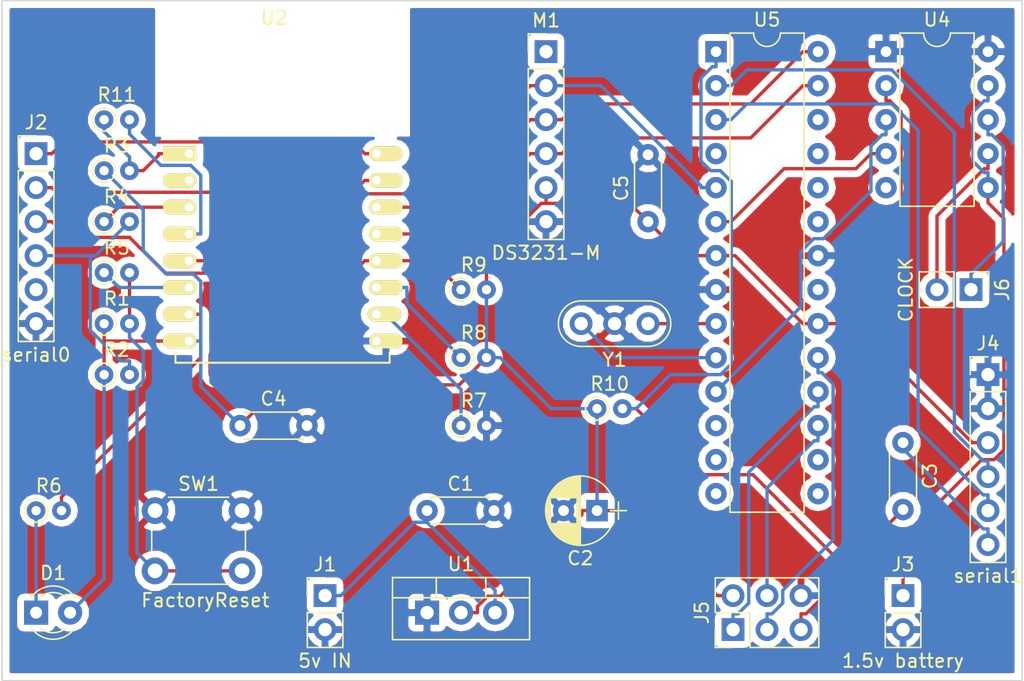
<source format=kicad_pcb>
(kicad_pcb (version 4) (host pcbnew 4.0.6)

  (general
    (links 80)
    (no_connects 0)
    (area 99.009999 48.209999 175.491429 99.215)
    (thickness 1.6)
    (drawings 4)
    (tracks 247)
    (zones 0)
    (modules 30)
    (nets 34)
  )

  (page A)
  (layers
    (0 F.Cu signal)
    (31 B.Cu signal)
    (32 B.Adhes user)
    (33 F.Adhes user)
    (34 B.Paste user)
    (35 F.Paste user)
    (36 B.SilkS user)
    (37 F.SilkS user)
    (38 B.Mask user)
    (39 F.Mask user)
    (40 Dwgs.User user)
    (41 Cmts.User user)
    (42 Eco1.User user)
    (43 Eco2.User user)
    (44 Edge.Cuts user)
    (45 Margin user)
    (46 B.CrtYd user)
    (47 F.CrtYd user)
    (48 B.Fab user)
    (49 F.Fab user)
  )

  (setup
    (last_trace_width 0.25)
    (trace_clearance 0.2)
    (zone_clearance 0.508)
    (zone_45_only yes)
    (trace_min 0.2)
    (segment_width 0.2)
    (edge_width 0.1)
    (via_size 0.6)
    (via_drill 0.4)
    (via_min_size 0.4)
    (via_min_drill 0.3)
    (uvia_size 0.3)
    (uvia_drill 0.1)
    (uvias_allowed no)
    (uvia_min_size 0.2)
    (uvia_min_drill 0.1)
    (pcb_text_width 0.3)
    (pcb_text_size 1.5 1.5)
    (mod_edge_width 0.15)
    (mod_text_size 1 1)
    (mod_text_width 0.15)
    (pad_size 1.5 1.5)
    (pad_drill 0.6)
    (pad_to_mask_clearance 0)
    (aux_axis_origin 0 0)
    (visible_elements FFFFFF7F)
    (pcbplotparams
      (layerselection 0x00030_80000001)
      (usegerberextensions false)
      (excludeedgelayer true)
      (linewidth 0.100000)
      (plotframeref false)
      (viasonmask false)
      (mode 1)
      (useauxorigin false)
      (hpglpennumber 1)
      (hpglpenspeed 20)
      (hpglpendiameter 15)
      (hpglpenoverlay 2)
      (psnegative false)
      (psa4output false)
      (plotreference true)
      (plotvalue true)
      (plotinvisibletext false)
      (padsonsilk false)
      (subtractmaskfromsilk false)
      (outputformat 1)
      (mirror false)
      (drillshape 1)
      (scaleselection 1)
      (outputdirectory ""))
  )

  (net 0 "")
  (net 1 "Net-(C1-Pad1)")
  (net 2 GND)
  (net 3 +3.3)
  (net 4 "Net-(C3-Pad1)")
  (net 5 /RST1)
  (net 6 "Net-(D1-Pad1)")
  (net 7 /TX0)
  (net 8 /RX0)
  (net 9 /GPIO0)
  (net 10 /RST0)
  (net 11 +1.5)
  (net 12 /RX1)
  (net 13 /TX1)
  (net 14 /MISO)
  (net 15 /SCK)
  (net 16 /MOSI)
  (net 17 "Net-(J6-Pad1)")
  (net 18 "Net-(J6-Pad2)")
  (net 19 /1HZ)
  (net 20 /SCL)
  (net 21 /SDA)
  (net 22 "Net-(R1-Pad2)")
  (net 23 "Net-(R4-Pad1)")
  (net 24 "Net-(R5-Pad1)")
  (net 25 "Net-(R6-Pad2)")
  (net 26 "Net-(R7-Pad1)")
  (net 27 "Net-(R8-Pad1)")
  (net 28 "Net-(U4-Pad3)")
  (net 29 "Net-(U4-Pad4)")
  (net 30 "Net-(U5-Pad9)")
  (net 31 "Net-(U5-Pad10)")
  (net 32 "Net-(R11-Pad1)")
  (net 33 "Net-(R11-Pad2)")

  (net_class Default "This is the default net class."
    (clearance 0.2)
    (trace_width 0.25)
    (via_dia 0.6)
    (via_drill 0.4)
    (uvia_dia 0.3)
    (uvia_drill 0.1)
    (add_net +1.5)
    (add_net +3.3)
    (add_net /1HZ)
    (add_net /GPIO0)
    (add_net /MISO)
    (add_net /MOSI)
    (add_net /RST0)
    (add_net /RST1)
    (add_net /RX0)
    (add_net /RX1)
    (add_net /SCK)
    (add_net /SCL)
    (add_net /SDA)
    (add_net /TX0)
    (add_net /TX1)
    (add_net GND)
    (add_net "Net-(C1-Pad1)")
    (add_net "Net-(C3-Pad1)")
    (add_net "Net-(D1-Pad1)")
    (add_net "Net-(J6-Pad1)")
    (add_net "Net-(J6-Pad2)")
    (add_net "Net-(R1-Pad2)")
    (add_net "Net-(R11-Pad1)")
    (add_net "Net-(R11-Pad2)")
    (add_net "Net-(R4-Pad1)")
    (add_net "Net-(R5-Pad1)")
    (add_net "Net-(R6-Pad2)")
    (add_net "Net-(R7-Pad1)")
    (add_net "Net-(R8-Pad1)")
    (add_net "Net-(U4-Pad3)")
    (add_net "Net-(U4-Pad4)")
    (add_net "Net-(U5-Pad10)")
    (add_net "Net-(U5-Pad9)")
  )

  (module Capacitors_THT:C_Disc_D4.3mm_W1.9mm_P5.00mm (layer F.Cu) (tedit 58765D06) (tstamp 58F7430C)
    (at 130.81 86.36)
    (descr "C, Disc series, Radial, pin pitch=5.00mm, , diameter*width=4.3*1.9mm^2, Capacitor, http://www.vishay.com/docs/45233/krseries.pdf")
    (tags "C Disc series Radial pin pitch 5.00mm  diameter 4.3mm width 1.9mm Capacitor")
    (path /58F6C20E)
    (fp_text reference C1 (at 2.5 -2.01) (layer F.SilkS)
      (effects (font (size 1 1) (thickness 0.15)))
    )
    (fp_text value 100nf (at 2.5 2.01) (layer F.Fab)
      (effects (font (size 1 1) (thickness 0.15)))
    )
    (fp_line (start 0.35 -0.95) (end 0.35 0.95) (layer F.Fab) (width 0.1))
    (fp_line (start 0.35 0.95) (end 4.65 0.95) (layer F.Fab) (width 0.1))
    (fp_line (start 4.65 0.95) (end 4.65 -0.95) (layer F.Fab) (width 0.1))
    (fp_line (start 4.65 -0.95) (end 0.35 -0.95) (layer F.Fab) (width 0.1))
    (fp_line (start 0.29 -1.01) (end 4.71 -1.01) (layer F.SilkS) (width 0.12))
    (fp_line (start 0.29 1.01) (end 4.71 1.01) (layer F.SilkS) (width 0.12))
    (fp_line (start 0.29 -1.01) (end 0.29 -0.996) (layer F.SilkS) (width 0.12))
    (fp_line (start 0.29 0.996) (end 0.29 1.01) (layer F.SilkS) (width 0.12))
    (fp_line (start 4.71 -1.01) (end 4.71 -0.996) (layer F.SilkS) (width 0.12))
    (fp_line (start 4.71 0.996) (end 4.71 1.01) (layer F.SilkS) (width 0.12))
    (fp_line (start -1.05 -1.3) (end -1.05 1.3) (layer F.CrtYd) (width 0.05))
    (fp_line (start -1.05 1.3) (end 6.05 1.3) (layer F.CrtYd) (width 0.05))
    (fp_line (start 6.05 1.3) (end 6.05 -1.3) (layer F.CrtYd) (width 0.05))
    (fp_line (start 6.05 -1.3) (end -1.05 -1.3) (layer F.CrtYd) (width 0.05))
    (pad 1 thru_hole circle (at 0 0) (size 1.6 1.6) (drill 0.8) (layers *.Cu *.Mask)
      (net 1 "Net-(C1-Pad1)"))
    (pad 2 thru_hole circle (at 5 0) (size 1.6 1.6) (drill 0.8) (layers *.Cu *.Mask)
      (net 2 GND))
    (model Capacitors_THT.3dshapes/C_Disc_D4.3mm_W1.9mm_P5.00mm.wrl
      (at (xyz 0 0 0))
      (scale (xyz 0.393701 0.393701 0.393701))
      (rotate (xyz 0 0 0))
    )
  )

  (module Capacitors_THT:CP_Radial_D5.0mm_P2.50mm (layer F.Cu) (tedit 58765D06) (tstamp 58F74312)
    (at 143.51 86.36 180)
    (descr "CP, Radial series, Radial, pin pitch=2.50mm, , diameter=5mm, Electrolytic Capacitor")
    (tags "CP Radial series Radial pin pitch 2.50mm  diameter 5mm Electrolytic Capacitor")
    (path /58F6C312)
    (fp_text reference C2 (at 1.25 -3.56 180) (layer F.SilkS)
      (effects (font (size 1 1) (thickness 0.15)))
    )
    (fp_text value 100uf (at 1.25 3.56 180) (layer F.Fab)
      (effects (font (size 1 1) (thickness 0.15)))
    )
    (fp_arc (start 1.25 0) (end -1.147436 -0.98) (angle 135.5) (layer F.SilkS) (width 0.12))
    (fp_arc (start 1.25 0) (end -1.147436 0.98) (angle -135.5) (layer F.SilkS) (width 0.12))
    (fp_arc (start 1.25 0) (end 3.647436 -0.98) (angle 44.5) (layer F.SilkS) (width 0.12))
    (fp_circle (center 1.25 0) (end 3.75 0) (layer F.Fab) (width 0.1))
    (fp_line (start -2.2 0) (end -1 0) (layer F.Fab) (width 0.1))
    (fp_line (start -1.6 -0.65) (end -1.6 0.65) (layer F.Fab) (width 0.1))
    (fp_line (start 1.25 -2.55) (end 1.25 2.55) (layer F.SilkS) (width 0.12))
    (fp_line (start 1.29 -2.55) (end 1.29 2.55) (layer F.SilkS) (width 0.12))
    (fp_line (start 1.33 -2.549) (end 1.33 2.549) (layer F.SilkS) (width 0.12))
    (fp_line (start 1.37 -2.548) (end 1.37 2.548) (layer F.SilkS) (width 0.12))
    (fp_line (start 1.41 -2.546) (end 1.41 2.546) (layer F.SilkS) (width 0.12))
    (fp_line (start 1.45 -2.543) (end 1.45 2.543) (layer F.SilkS) (width 0.12))
    (fp_line (start 1.49 -2.539) (end 1.49 2.539) (layer F.SilkS) (width 0.12))
    (fp_line (start 1.53 -2.535) (end 1.53 -0.98) (layer F.SilkS) (width 0.12))
    (fp_line (start 1.53 0.98) (end 1.53 2.535) (layer F.SilkS) (width 0.12))
    (fp_line (start 1.57 -2.531) (end 1.57 -0.98) (layer F.SilkS) (width 0.12))
    (fp_line (start 1.57 0.98) (end 1.57 2.531) (layer F.SilkS) (width 0.12))
    (fp_line (start 1.61 -2.525) (end 1.61 -0.98) (layer F.SilkS) (width 0.12))
    (fp_line (start 1.61 0.98) (end 1.61 2.525) (layer F.SilkS) (width 0.12))
    (fp_line (start 1.65 -2.519) (end 1.65 -0.98) (layer F.SilkS) (width 0.12))
    (fp_line (start 1.65 0.98) (end 1.65 2.519) (layer F.SilkS) (width 0.12))
    (fp_line (start 1.69 -2.513) (end 1.69 -0.98) (layer F.SilkS) (width 0.12))
    (fp_line (start 1.69 0.98) (end 1.69 2.513) (layer F.SilkS) (width 0.12))
    (fp_line (start 1.73 -2.506) (end 1.73 -0.98) (layer F.SilkS) (width 0.12))
    (fp_line (start 1.73 0.98) (end 1.73 2.506) (layer F.SilkS) (width 0.12))
    (fp_line (start 1.77 -2.498) (end 1.77 -0.98) (layer F.SilkS) (width 0.12))
    (fp_line (start 1.77 0.98) (end 1.77 2.498) (layer F.SilkS) (width 0.12))
    (fp_line (start 1.81 -2.489) (end 1.81 -0.98) (layer F.SilkS) (width 0.12))
    (fp_line (start 1.81 0.98) (end 1.81 2.489) (layer F.SilkS) (width 0.12))
    (fp_line (start 1.85 -2.48) (end 1.85 -0.98) (layer F.SilkS) (width 0.12))
    (fp_line (start 1.85 0.98) (end 1.85 2.48) (layer F.SilkS) (width 0.12))
    (fp_line (start 1.89 -2.47) (end 1.89 -0.98) (layer F.SilkS) (width 0.12))
    (fp_line (start 1.89 0.98) (end 1.89 2.47) (layer F.SilkS) (width 0.12))
    (fp_line (start 1.93 -2.46) (end 1.93 -0.98) (layer F.SilkS) (width 0.12))
    (fp_line (start 1.93 0.98) (end 1.93 2.46) (layer F.SilkS) (width 0.12))
    (fp_line (start 1.971 -2.448) (end 1.971 -0.98) (layer F.SilkS) (width 0.12))
    (fp_line (start 1.971 0.98) (end 1.971 2.448) (layer F.SilkS) (width 0.12))
    (fp_line (start 2.011 -2.436) (end 2.011 -0.98) (layer F.SilkS) (width 0.12))
    (fp_line (start 2.011 0.98) (end 2.011 2.436) (layer F.SilkS) (width 0.12))
    (fp_line (start 2.051 -2.424) (end 2.051 -0.98) (layer F.SilkS) (width 0.12))
    (fp_line (start 2.051 0.98) (end 2.051 2.424) (layer F.SilkS) (width 0.12))
    (fp_line (start 2.091 -2.41) (end 2.091 -0.98) (layer F.SilkS) (width 0.12))
    (fp_line (start 2.091 0.98) (end 2.091 2.41) (layer F.SilkS) (width 0.12))
    (fp_line (start 2.131 -2.396) (end 2.131 -0.98) (layer F.SilkS) (width 0.12))
    (fp_line (start 2.131 0.98) (end 2.131 2.396) (layer F.SilkS) (width 0.12))
    (fp_line (start 2.171 -2.382) (end 2.171 -0.98) (layer F.SilkS) (width 0.12))
    (fp_line (start 2.171 0.98) (end 2.171 2.382) (layer F.SilkS) (width 0.12))
    (fp_line (start 2.211 -2.366) (end 2.211 -0.98) (layer F.SilkS) (width 0.12))
    (fp_line (start 2.211 0.98) (end 2.211 2.366) (layer F.SilkS) (width 0.12))
    (fp_line (start 2.251 -2.35) (end 2.251 -0.98) (layer F.SilkS) (width 0.12))
    (fp_line (start 2.251 0.98) (end 2.251 2.35) (layer F.SilkS) (width 0.12))
    (fp_line (start 2.291 -2.333) (end 2.291 -0.98) (layer F.SilkS) (width 0.12))
    (fp_line (start 2.291 0.98) (end 2.291 2.333) (layer F.SilkS) (width 0.12))
    (fp_line (start 2.331 -2.315) (end 2.331 -0.98) (layer F.SilkS) (width 0.12))
    (fp_line (start 2.331 0.98) (end 2.331 2.315) (layer F.SilkS) (width 0.12))
    (fp_line (start 2.371 -2.296) (end 2.371 -0.98) (layer F.SilkS) (width 0.12))
    (fp_line (start 2.371 0.98) (end 2.371 2.296) (layer F.SilkS) (width 0.12))
    (fp_line (start 2.411 -2.276) (end 2.411 -0.98) (layer F.SilkS) (width 0.12))
    (fp_line (start 2.411 0.98) (end 2.411 2.276) (layer F.SilkS) (width 0.12))
    (fp_line (start 2.451 -2.256) (end 2.451 -0.98) (layer F.SilkS) (width 0.12))
    (fp_line (start 2.451 0.98) (end 2.451 2.256) (layer F.SilkS) (width 0.12))
    (fp_line (start 2.491 -2.234) (end 2.491 -0.98) (layer F.SilkS) (width 0.12))
    (fp_line (start 2.491 0.98) (end 2.491 2.234) (layer F.SilkS) (width 0.12))
    (fp_line (start 2.531 -2.212) (end 2.531 -0.98) (layer F.SilkS) (width 0.12))
    (fp_line (start 2.531 0.98) (end 2.531 2.212) (layer F.SilkS) (width 0.12))
    (fp_line (start 2.571 -2.189) (end 2.571 -0.98) (layer F.SilkS) (width 0.12))
    (fp_line (start 2.571 0.98) (end 2.571 2.189) (layer F.SilkS) (width 0.12))
    (fp_line (start 2.611 -2.165) (end 2.611 -0.98) (layer F.SilkS) (width 0.12))
    (fp_line (start 2.611 0.98) (end 2.611 2.165) (layer F.SilkS) (width 0.12))
    (fp_line (start 2.651 -2.14) (end 2.651 -0.98) (layer F.SilkS) (width 0.12))
    (fp_line (start 2.651 0.98) (end 2.651 2.14) (layer F.SilkS) (width 0.12))
    (fp_line (start 2.691 -2.113) (end 2.691 -0.98) (layer F.SilkS) (width 0.12))
    (fp_line (start 2.691 0.98) (end 2.691 2.113) (layer F.SilkS) (width 0.12))
    (fp_line (start 2.731 -2.086) (end 2.731 -0.98) (layer F.SilkS) (width 0.12))
    (fp_line (start 2.731 0.98) (end 2.731 2.086) (layer F.SilkS) (width 0.12))
    (fp_line (start 2.771 -2.058) (end 2.771 -0.98) (layer F.SilkS) (width 0.12))
    (fp_line (start 2.771 0.98) (end 2.771 2.058) (layer F.SilkS) (width 0.12))
    (fp_line (start 2.811 -2.028) (end 2.811 -0.98) (layer F.SilkS) (width 0.12))
    (fp_line (start 2.811 0.98) (end 2.811 2.028) (layer F.SilkS) (width 0.12))
    (fp_line (start 2.851 -1.997) (end 2.851 -0.98) (layer F.SilkS) (width 0.12))
    (fp_line (start 2.851 0.98) (end 2.851 1.997) (layer F.SilkS) (width 0.12))
    (fp_line (start 2.891 -1.965) (end 2.891 -0.98) (layer F.SilkS) (width 0.12))
    (fp_line (start 2.891 0.98) (end 2.891 1.965) (layer F.SilkS) (width 0.12))
    (fp_line (start 2.931 -1.932) (end 2.931 -0.98) (layer F.SilkS) (width 0.12))
    (fp_line (start 2.931 0.98) (end 2.931 1.932) (layer F.SilkS) (width 0.12))
    (fp_line (start 2.971 -1.897) (end 2.971 -0.98) (layer F.SilkS) (width 0.12))
    (fp_line (start 2.971 0.98) (end 2.971 1.897) (layer F.SilkS) (width 0.12))
    (fp_line (start 3.011 -1.861) (end 3.011 -0.98) (layer F.SilkS) (width 0.12))
    (fp_line (start 3.011 0.98) (end 3.011 1.861) (layer F.SilkS) (width 0.12))
    (fp_line (start 3.051 -1.823) (end 3.051 -0.98) (layer F.SilkS) (width 0.12))
    (fp_line (start 3.051 0.98) (end 3.051 1.823) (layer F.SilkS) (width 0.12))
    (fp_line (start 3.091 -1.783) (end 3.091 -0.98) (layer F.SilkS) (width 0.12))
    (fp_line (start 3.091 0.98) (end 3.091 1.783) (layer F.SilkS) (width 0.12))
    (fp_line (start 3.131 -1.742) (end 3.131 -0.98) (layer F.SilkS) (width 0.12))
    (fp_line (start 3.131 0.98) (end 3.131 1.742) (layer F.SilkS) (width 0.12))
    (fp_line (start 3.171 -1.699) (end 3.171 -0.98) (layer F.SilkS) (width 0.12))
    (fp_line (start 3.171 0.98) (end 3.171 1.699) (layer F.SilkS) (width 0.12))
    (fp_line (start 3.211 -1.654) (end 3.211 -0.98) (layer F.SilkS) (width 0.12))
    (fp_line (start 3.211 0.98) (end 3.211 1.654) (layer F.SilkS) (width 0.12))
    (fp_line (start 3.251 -1.606) (end 3.251 -0.98) (layer F.SilkS) (width 0.12))
    (fp_line (start 3.251 0.98) (end 3.251 1.606) (layer F.SilkS) (width 0.12))
    (fp_line (start 3.291 -1.556) (end 3.291 -0.98) (layer F.SilkS) (width 0.12))
    (fp_line (start 3.291 0.98) (end 3.291 1.556) (layer F.SilkS) (width 0.12))
    (fp_line (start 3.331 -1.504) (end 3.331 -0.98) (layer F.SilkS) (width 0.12))
    (fp_line (start 3.331 0.98) (end 3.331 1.504) (layer F.SilkS) (width 0.12))
    (fp_line (start 3.371 -1.448) (end 3.371 -0.98) (layer F.SilkS) (width 0.12))
    (fp_line (start 3.371 0.98) (end 3.371 1.448) (layer F.SilkS) (width 0.12))
    (fp_line (start 3.411 -1.39) (end 3.411 -0.98) (layer F.SilkS) (width 0.12))
    (fp_line (start 3.411 0.98) (end 3.411 1.39) (layer F.SilkS) (width 0.12))
    (fp_line (start 3.451 -1.327) (end 3.451 -0.98) (layer F.SilkS) (width 0.12))
    (fp_line (start 3.451 0.98) (end 3.451 1.327) (layer F.SilkS) (width 0.12))
    (fp_line (start 3.491 -1.261) (end 3.491 1.261) (layer F.SilkS) (width 0.12))
    (fp_line (start 3.531 -1.189) (end 3.531 1.189) (layer F.SilkS) (width 0.12))
    (fp_line (start 3.571 -1.112) (end 3.571 1.112) (layer F.SilkS) (width 0.12))
    (fp_line (start 3.611 -1.028) (end 3.611 1.028) (layer F.SilkS) (width 0.12))
    (fp_line (start 3.651 -0.934) (end 3.651 0.934) (layer F.SilkS) (width 0.12))
    (fp_line (start 3.691 -0.829) (end 3.691 0.829) (layer F.SilkS) (width 0.12))
    (fp_line (start 3.731 -0.707) (end 3.731 0.707) (layer F.SilkS) (width 0.12))
    (fp_line (start 3.771 -0.559) (end 3.771 0.559) (layer F.SilkS) (width 0.12))
    (fp_line (start 3.811 -0.354) (end 3.811 0.354) (layer F.SilkS) (width 0.12))
    (fp_line (start -2.2 0) (end -1 0) (layer F.SilkS) (width 0.12))
    (fp_line (start -1.6 -0.65) (end -1.6 0.65) (layer F.SilkS) (width 0.12))
    (fp_line (start -1.6 -2.85) (end -1.6 2.85) (layer F.CrtYd) (width 0.05))
    (fp_line (start -1.6 2.85) (end 4.1 2.85) (layer F.CrtYd) (width 0.05))
    (fp_line (start 4.1 2.85) (end 4.1 -2.85) (layer F.CrtYd) (width 0.05))
    (fp_line (start 4.1 -2.85) (end -1.6 -2.85) (layer F.CrtYd) (width 0.05))
    (pad 1 thru_hole rect (at 0 0 180) (size 1.6 1.6) (drill 0.8) (layers *.Cu *.Mask)
      (net 3 +3.3))
    (pad 2 thru_hole circle (at 2.5 0 180) (size 1.6 1.6) (drill 0.8) (layers *.Cu *.Mask)
      (net 2 GND))
    (model Capacitors_THT.3dshapes/CP_Radial_D5.0mm_P2.50mm.wrl
      (at (xyz 0 0 0))
      (scale (xyz 0.393701 0.393701 0.393701))
      (rotate (xyz 0 0 0))
    )
  )

  (module LEDs:LED_D3.0mm (layer F.Cu) (tedit 587A3A7B) (tstamp 58F7431E)
    (at 101.6 93.98)
    (descr "LED, diameter 3.0mm, 2 pins")
    (tags "LED diameter 3.0mm 2 pins")
    (path /58D848B7)
    (fp_text reference D1 (at 1.27 -2.96) (layer F.SilkS)
      (effects (font (size 1 1) (thickness 0.15)))
    )
    (fp_text value LED (at 1.27 2.96) (layer F.Fab)
      (effects (font (size 1 1) (thickness 0.15)))
    )
    (fp_arc (start 1.27 0) (end -0.23 -1.16619) (angle 284.3) (layer F.Fab) (width 0.1))
    (fp_arc (start 1.27 0) (end -0.29 -1.235516) (angle 108.8) (layer F.SilkS) (width 0.12))
    (fp_arc (start 1.27 0) (end -0.29 1.235516) (angle -108.8) (layer F.SilkS) (width 0.12))
    (fp_arc (start 1.27 0) (end 0.229039 -1.08) (angle 87.9) (layer F.SilkS) (width 0.12))
    (fp_arc (start 1.27 0) (end 0.229039 1.08) (angle -87.9) (layer F.SilkS) (width 0.12))
    (fp_circle (center 1.27 0) (end 2.77 0) (layer F.Fab) (width 0.1))
    (fp_line (start -0.23 -1.16619) (end -0.23 1.16619) (layer F.Fab) (width 0.1))
    (fp_line (start -0.29 -1.236) (end -0.29 -1.08) (layer F.SilkS) (width 0.12))
    (fp_line (start -0.29 1.08) (end -0.29 1.236) (layer F.SilkS) (width 0.12))
    (fp_line (start -1.15 -2.25) (end -1.15 2.25) (layer F.CrtYd) (width 0.05))
    (fp_line (start -1.15 2.25) (end 3.7 2.25) (layer F.CrtYd) (width 0.05))
    (fp_line (start 3.7 2.25) (end 3.7 -2.25) (layer F.CrtYd) (width 0.05))
    (fp_line (start 3.7 -2.25) (end -1.15 -2.25) (layer F.CrtYd) (width 0.05))
    (pad 1 thru_hole rect (at 0 0) (size 1.8 1.8) (drill 0.9) (layers *.Cu *.Mask)
      (net 6 "Net-(D1-Pad1)"))
    (pad 2 thru_hole circle (at 2.54 0) (size 1.8 1.8) (drill 0.9) (layers *.Cu *.Mask)
      (net 3 +3.3))
    (model LEDs.3dshapes/LED_D3.0mm.wrl
      (at (xyz 0 0 0))
      (scale (xyz 0.393701 0.393701 0.393701))
      (rotate (xyz 0 0 0))
    )
  )

  (module Pin_Headers:Pin_Header_Straight_1x02_Pitch2.54mm (layer F.Cu) (tedit 58F7F61E) (tstamp 58F74324)
    (at 123.19 92.71)
    (descr "Through hole straight pin header, 1x02, 2.54mm pitch, single row")
    (tags "Through hole pin header THT 1x02 2.54mm single row")
    (path /58F6BC71)
    (fp_text reference J1 (at 0 -2.33) (layer F.SilkS)
      (effects (font (size 1 1) (thickness 0.15)))
    )
    (fp_text value "5v IN" (at 0 4.87) (layer F.SilkS)
      (effects (font (size 1 1) (thickness 0.15)))
    )
    (fp_line (start -1.27 -1.27) (end -1.27 3.81) (layer F.Fab) (width 0.1))
    (fp_line (start -1.27 3.81) (end 1.27 3.81) (layer F.Fab) (width 0.1))
    (fp_line (start 1.27 3.81) (end 1.27 -1.27) (layer F.Fab) (width 0.1))
    (fp_line (start 1.27 -1.27) (end -1.27 -1.27) (layer F.Fab) (width 0.1))
    (fp_line (start -1.33 1.27) (end -1.33 3.87) (layer F.SilkS) (width 0.12))
    (fp_line (start -1.33 3.87) (end 1.33 3.87) (layer F.SilkS) (width 0.12))
    (fp_line (start 1.33 3.87) (end 1.33 1.27) (layer F.SilkS) (width 0.12))
    (fp_line (start 1.33 1.27) (end -1.33 1.27) (layer F.SilkS) (width 0.12))
    (fp_line (start -1.33 0) (end -1.33 -1.33) (layer F.SilkS) (width 0.12))
    (fp_line (start -1.33 -1.33) (end 0 -1.33) (layer F.SilkS) (width 0.12))
    (fp_line (start -1.8 -1.8) (end -1.8 4.35) (layer F.CrtYd) (width 0.05))
    (fp_line (start -1.8 4.35) (end 1.8 4.35) (layer F.CrtYd) (width 0.05))
    (fp_line (start 1.8 4.35) (end 1.8 -1.8) (layer F.CrtYd) (width 0.05))
    (fp_line (start 1.8 -1.8) (end -1.8 -1.8) (layer F.CrtYd) (width 0.05))
    (fp_text user %R (at 0 -2.33) (layer F.Fab)
      (effects (font (size 1 1) (thickness 0.15)))
    )
    (pad 1 thru_hole rect (at 0 0) (size 1.7 1.7) (drill 1) (layers *.Cu *.Mask)
      (net 1 "Net-(C1-Pad1)"))
    (pad 2 thru_hole oval (at 0 2.54) (size 1.7 1.7) (drill 1) (layers *.Cu *.Mask)
      (net 2 GND))
    (model ${KISYS3DMOD}/Pin_Headers.3dshapes/Pin_Header_Straight_1x02_Pitch2.54mm.wrl
      (at (xyz 0 -0.05 0))
      (scale (xyz 1 1 1))
      (rotate (xyz 0 0 90))
    )
  )

  (module Pin_Headers:Pin_Header_Straight_1x06_Pitch2.54mm (layer F.Cu) (tedit 58F7F603) (tstamp 58F7432E)
    (at 101.6 59.69)
    (descr "Through hole straight pin header, 1x06, 2.54mm pitch, single row")
    (tags "Through hole pin header THT 1x06 2.54mm single row")
    (path /58F67C96)
    (fp_text reference J2 (at 0 -2.33) (layer F.SilkS)
      (effects (font (size 1 1) (thickness 0.15)))
    )
    (fp_text value serial0 (at 0 15.03) (layer F.SilkS)
      (effects (font (size 1 1) (thickness 0.15)))
    )
    (fp_line (start -1.27 -1.27) (end -1.27 13.97) (layer F.Fab) (width 0.1))
    (fp_line (start -1.27 13.97) (end 1.27 13.97) (layer F.Fab) (width 0.1))
    (fp_line (start 1.27 13.97) (end 1.27 -1.27) (layer F.Fab) (width 0.1))
    (fp_line (start 1.27 -1.27) (end -1.27 -1.27) (layer F.Fab) (width 0.1))
    (fp_line (start -1.33 1.27) (end -1.33 14.03) (layer F.SilkS) (width 0.12))
    (fp_line (start -1.33 14.03) (end 1.33 14.03) (layer F.SilkS) (width 0.12))
    (fp_line (start 1.33 14.03) (end 1.33 1.27) (layer F.SilkS) (width 0.12))
    (fp_line (start 1.33 1.27) (end -1.33 1.27) (layer F.SilkS) (width 0.12))
    (fp_line (start -1.33 0) (end -1.33 -1.33) (layer F.SilkS) (width 0.12))
    (fp_line (start -1.33 -1.33) (end 0 -1.33) (layer F.SilkS) (width 0.12))
    (fp_line (start -1.8 -1.8) (end -1.8 14.5) (layer F.CrtYd) (width 0.05))
    (fp_line (start -1.8 14.5) (end 1.8 14.5) (layer F.CrtYd) (width 0.05))
    (fp_line (start 1.8 14.5) (end 1.8 -1.8) (layer F.CrtYd) (width 0.05))
    (fp_line (start 1.8 -1.8) (end -1.8 -1.8) (layer F.CrtYd) (width 0.05))
    (fp_text user %R (at 0 -2.33) (layer F.Fab)
      (effects (font (size 1 1) (thickness 0.15)))
    )
    (pad 1 thru_hole rect (at 0 0) (size 1.7 1.7) (drill 1) (layers *.Cu *.Mask)
      (net 7 /TX0))
    (pad 2 thru_hole oval (at 0 2.54) (size 1.7 1.7) (drill 1) (layers *.Cu *.Mask)
      (net 8 /RX0))
    (pad 3 thru_hole oval (at 0 5.08) (size 1.7 1.7) (drill 1) (layers *.Cu *.Mask)
      (net 9 /GPIO0))
    (pad 4 thru_hole oval (at 0 7.62) (size 1.7 1.7) (drill 1) (layers *.Cu *.Mask)
      (net 10 /RST0))
    (pad 5 thru_hole oval (at 0 10.16) (size 1.7 1.7) (drill 1) (layers *.Cu *.Mask))
    (pad 6 thru_hole oval (at 0 12.7) (size 1.7 1.7) (drill 1) (layers *.Cu *.Mask)
      (net 2 GND))
    (model ${KISYS3DMOD}/Pin_Headers.3dshapes/Pin_Header_Straight_1x06_Pitch2.54mm.wrl
      (at (xyz 0 -0.25 0))
      (scale (xyz 1 1 1))
      (rotate (xyz 0 0 90))
    )
  )

  (module Pin_Headers:Pin_Header_Straight_1x02_Pitch2.54mm (layer F.Cu) (tedit 58F7F5CC) (tstamp 58F74334)
    (at 166.37 92.71)
    (descr "Through hole straight pin header, 1x02, 2.54mm pitch, single row")
    (tags "Through hole pin header THT 1x02 2.54mm single row")
    (path /58F6B173)
    (fp_text reference J3 (at 0 -2.33) (layer F.SilkS)
      (effects (font (size 1 1) (thickness 0.15)))
    )
    (fp_text value "1.5v battery" (at 0 4.87) (layer F.SilkS)
      (effects (font (size 1 1) (thickness 0.15)))
    )
    (fp_line (start -1.27 -1.27) (end -1.27 3.81) (layer F.Fab) (width 0.1))
    (fp_line (start -1.27 3.81) (end 1.27 3.81) (layer F.Fab) (width 0.1))
    (fp_line (start 1.27 3.81) (end 1.27 -1.27) (layer F.Fab) (width 0.1))
    (fp_line (start 1.27 -1.27) (end -1.27 -1.27) (layer F.Fab) (width 0.1))
    (fp_line (start -1.33 1.27) (end -1.33 3.87) (layer F.SilkS) (width 0.12))
    (fp_line (start -1.33 3.87) (end 1.33 3.87) (layer F.SilkS) (width 0.12))
    (fp_line (start 1.33 3.87) (end 1.33 1.27) (layer F.SilkS) (width 0.12))
    (fp_line (start 1.33 1.27) (end -1.33 1.27) (layer F.SilkS) (width 0.12))
    (fp_line (start -1.33 0) (end -1.33 -1.33) (layer F.SilkS) (width 0.12))
    (fp_line (start -1.33 -1.33) (end 0 -1.33) (layer F.SilkS) (width 0.12))
    (fp_line (start -1.8 -1.8) (end -1.8 4.35) (layer F.CrtYd) (width 0.05))
    (fp_line (start -1.8 4.35) (end 1.8 4.35) (layer F.CrtYd) (width 0.05))
    (fp_line (start 1.8 4.35) (end 1.8 -1.8) (layer F.CrtYd) (width 0.05))
    (fp_line (start 1.8 -1.8) (end -1.8 -1.8) (layer F.CrtYd) (width 0.05))
    (fp_text user %R (at 0 -2.33) (layer F.Fab)
      (effects (font (size 1 1) (thickness 0.15)))
    )
    (pad 1 thru_hole rect (at 0 0) (size 1.7 1.7) (drill 1) (layers *.Cu *.Mask)
      (net 11 +1.5))
    (pad 2 thru_hole oval (at 0 2.54) (size 1.7 1.7) (drill 1) (layers *.Cu *.Mask)
      (net 2 GND))
    (model ${KISYS3DMOD}/Pin_Headers.3dshapes/Pin_Header_Straight_1x02_Pitch2.54mm.wrl
      (at (xyz 0 -0.05 0))
      (scale (xyz 1 1 1))
      (rotate (xyz 0 0 90))
    )
  )

  (module Pin_Headers:Pin_Header_Straight_1x06_Pitch2.54mm (layer F.Cu) (tedit 58F7F5FC) (tstamp 58F7433E)
    (at 172.72 76.2)
    (descr "Through hole straight pin header, 1x06, 2.54mm pitch, single row")
    (tags "Through hole pin header THT 1x06 2.54mm single row")
    (path /58F6868D)
    (fp_text reference J4 (at 0 -2.33) (layer F.SilkS)
      (effects (font (size 1 1) (thickness 0.15)))
    )
    (fp_text value serial1 (at 0 15.03) (layer F.SilkS)
      (effects (font (size 1 1) (thickness 0.15)))
    )
    (fp_line (start -1.27 -1.27) (end -1.27 13.97) (layer F.Fab) (width 0.1))
    (fp_line (start -1.27 13.97) (end 1.27 13.97) (layer F.Fab) (width 0.1))
    (fp_line (start 1.27 13.97) (end 1.27 -1.27) (layer F.Fab) (width 0.1))
    (fp_line (start 1.27 -1.27) (end -1.27 -1.27) (layer F.Fab) (width 0.1))
    (fp_line (start -1.33 1.27) (end -1.33 14.03) (layer F.SilkS) (width 0.12))
    (fp_line (start -1.33 14.03) (end 1.33 14.03) (layer F.SilkS) (width 0.12))
    (fp_line (start 1.33 14.03) (end 1.33 1.27) (layer F.SilkS) (width 0.12))
    (fp_line (start 1.33 1.27) (end -1.33 1.27) (layer F.SilkS) (width 0.12))
    (fp_line (start -1.33 0) (end -1.33 -1.33) (layer F.SilkS) (width 0.12))
    (fp_line (start -1.33 -1.33) (end 0 -1.33) (layer F.SilkS) (width 0.12))
    (fp_line (start -1.8 -1.8) (end -1.8 14.5) (layer F.CrtYd) (width 0.05))
    (fp_line (start -1.8 14.5) (end 1.8 14.5) (layer F.CrtYd) (width 0.05))
    (fp_line (start 1.8 14.5) (end 1.8 -1.8) (layer F.CrtYd) (width 0.05))
    (fp_line (start 1.8 -1.8) (end -1.8 -1.8) (layer F.CrtYd) (width 0.05))
    (fp_text user %R (at 0 -2.33) (layer F.Fab)
      (effects (font (size 1 1) (thickness 0.15)))
    )
    (pad 1 thru_hole rect (at 0 0) (size 1.7 1.7) (drill 1) (layers *.Cu *.Mask)
      (net 2 GND))
    (pad 2 thru_hole oval (at 0 2.54) (size 1.7 1.7) (drill 1) (layers *.Cu *.Mask)
      (net 2 GND))
    (pad 3 thru_hole oval (at 0 5.08) (size 1.7 1.7) (drill 1) (layers *.Cu *.Mask)
      (net 3 +3.3))
    (pad 4 thru_hole oval (at 0 7.62) (size 1.7 1.7) (drill 1) (layers *.Cu *.Mask)
      (net 12 /RX1))
    (pad 5 thru_hole oval (at 0 10.16) (size 1.7 1.7) (drill 1) (layers *.Cu *.Mask)
      (net 13 /TX1))
    (pad 6 thru_hole oval (at 0 12.7) (size 1.7 1.7) (drill 1) (layers *.Cu *.Mask)
      (net 4 "Net-(C3-Pad1)"))
    (model ${KISYS3DMOD}/Pin_Headers.3dshapes/Pin_Header_Straight_1x06_Pitch2.54mm.wrl
      (at (xyz 0 -0.25 0))
      (scale (xyz 1 1 1))
      (rotate (xyz 0 0 90))
    )
  )

  (module Resistors_THT:R_Axial_DIN0204_L3.6mm_D1.6mm_P1.90mm_Vertical (layer F.Cu) (tedit 58F81226) (tstamp 58F7435E)
    (at 106.68 72.39)
    (descr "Resistor, Axial_DIN0204 series, Axial, Vertical, pin pitch=1.9mm, 0.16666666666666666W = 1/6W, length*diameter=3.6*1.6mm^2, http://cdn-reichelt.de/documents/datenblatt/B400/1_4W%23YAG.pdf")
    (tags "Resistor Axial_DIN0204 series Axial Vertical pin pitch 1.9mm 0.16666666666666666W = 1/6W length 3.6mm diameter 1.6mm")
    (path /58D839D9)
    (fp_text reference R1 (at 0.95 -1.86) (layer F.SilkS)
      (effects (font (size 1 1) (thickness 0.15)))
    )
    (fp_text value 10k (at -2.54 0) (layer F.Fab)
      (effects (font (size 1 1) (thickness 0.15)))
    )
    (fp_circle (center 0 0) (end 0.8 0) (layer F.Fab) (width 0.1))
    (fp_circle (center 0 0) (end 0.86 0) (layer F.SilkS) (width 0.12))
    (fp_line (start 0 0) (end 1.9 0) (layer F.Fab) (width 0.1))
    (fp_line (start 0.86 0) (end 0.9 0) (layer F.SilkS) (width 0.12))
    (fp_line (start -1.15 -1.15) (end -1.15 1.15) (layer F.CrtYd) (width 0.05))
    (fp_line (start -1.15 1.15) (end 2.95 1.15) (layer F.CrtYd) (width 0.05))
    (fp_line (start 2.95 1.15) (end 2.95 -1.15) (layer F.CrtYd) (width 0.05))
    (fp_line (start 2.95 -1.15) (end -1.15 -1.15) (layer F.CrtYd) (width 0.05))
    (pad 1 thru_hole circle (at 0 0) (size 1.4 1.4) (drill 0.7) (layers *.Cu *.Mask)
      (net 3 +3.3))
    (pad 2 thru_hole oval (at 1.9 0) (size 1.4 1.4) (drill 0.7) (layers *.Cu *.Mask)
      (net 22 "Net-(R1-Pad2)"))
    (model Resistors_THT.3dshapes/R_Axial_DIN0204_L3.6mm_D1.6mm_P1.90mm_Vertical.wrl
      (at (xyz 0 0 0))
      (scale (xyz 0.393701 0.393701 0.393701))
      (rotate (xyz 0 0 0))
    )
  )

  (module Resistors_THT:R_Axial_DIN0204_L3.6mm_D1.6mm_P1.90mm_Vertical (layer F.Cu) (tedit 5874F706) (tstamp 58F74364)
    (at 106.68 76.2)
    (descr "Resistor, Axial_DIN0204 series, Axial, Vertical, pin pitch=1.9mm, 0.16666666666666666W = 1/6W, length*diameter=3.6*1.6mm^2, http://cdn-reichelt.de/documents/datenblatt/B400/1_4W%23YAG.pdf")
    (tags "Resistor Axial_DIN0204 series Axial Vertical pin pitch 1.9mm 0.16666666666666666W = 1/6W length 3.6mm diameter 1.6mm")
    (path /58D83A3F)
    (fp_text reference R2 (at 0.95 -1.86) (layer F.SilkS)
      (effects (font (size 1 1) (thickness 0.15)))
    )
    (fp_text value 10k (at 0.95 1.86) (layer F.Fab)
      (effects (font (size 1 1) (thickness 0.15)))
    )
    (fp_circle (center 0 0) (end 0.8 0) (layer F.Fab) (width 0.1))
    (fp_circle (center 0 0) (end 0.86 0) (layer F.SilkS) (width 0.12))
    (fp_line (start 0 0) (end 1.9 0) (layer F.Fab) (width 0.1))
    (fp_line (start 0.86 0) (end 0.9 0) (layer F.SilkS) (width 0.12))
    (fp_line (start -1.15 -1.15) (end -1.15 1.15) (layer F.CrtYd) (width 0.05))
    (fp_line (start -1.15 1.15) (end 2.95 1.15) (layer F.CrtYd) (width 0.05))
    (fp_line (start 2.95 1.15) (end 2.95 -1.15) (layer F.CrtYd) (width 0.05))
    (fp_line (start 2.95 -1.15) (end -1.15 -1.15) (layer F.CrtYd) (width 0.05))
    (pad 1 thru_hole circle (at 0 0) (size 1.4 1.4) (drill 0.7) (layers *.Cu *.Mask)
      (net 3 +3.3))
    (pad 2 thru_hole oval (at 1.9 0) (size 1.4 1.4) (drill 0.7) (layers *.Cu *.Mask)
      (net 10 /RST0))
    (model Resistors_THT.3dshapes/R_Axial_DIN0204_L3.6mm_D1.6mm_P1.90mm_Vertical.wrl
      (at (xyz 0 0 0))
      (scale (xyz 0.393701 0.393701 0.393701))
      (rotate (xyz 0 0 0))
    )
  )

  (module Resistors_THT:R_Axial_DIN0204_L3.6mm_D1.6mm_P1.90mm_Vertical (layer F.Cu) (tedit 58F8120B) (tstamp 58F7436A)
    (at 106.68 60.96)
    (descr "Resistor, Axial_DIN0204 series, Axial, Vertical, pin pitch=1.9mm, 0.16666666666666666W = 1/6W, length*diameter=3.6*1.6mm^2, http://cdn-reichelt.de/documents/datenblatt/B400/1_4W%23YAG.pdf")
    (tags "Resistor Axial_DIN0204 series Axial Vertical pin pitch 1.9mm 0.16666666666666666W = 1/6W length 3.6mm diameter 1.6mm")
    (path /58D83A79)
    (fp_text reference R3 (at 0.95 -1.86) (layer F.SilkS)
      (effects (font (size 1 1) (thickness 0.15)))
    )
    (fp_text value 10k (at -2.54 0) (layer F.Fab)
      (effects (font (size 1 1) (thickness 0.15)))
    )
    (fp_circle (center 0 0) (end 0.8 0) (layer F.Fab) (width 0.1))
    (fp_circle (center 0 0) (end 0.86 0) (layer F.SilkS) (width 0.12))
    (fp_line (start 0 0) (end 1.9 0) (layer F.Fab) (width 0.1))
    (fp_line (start 0.86 0) (end 0.9 0) (layer F.SilkS) (width 0.12))
    (fp_line (start -1.15 -1.15) (end -1.15 1.15) (layer F.CrtYd) (width 0.05))
    (fp_line (start -1.15 1.15) (end 2.95 1.15) (layer F.CrtYd) (width 0.05))
    (fp_line (start 2.95 1.15) (end 2.95 -1.15) (layer F.CrtYd) (width 0.05))
    (fp_line (start 2.95 -1.15) (end -1.15 -1.15) (layer F.CrtYd) (width 0.05))
    (pad 1 thru_hole circle (at 0 0) (size 1.4 1.4) (drill 0.7) (layers *.Cu *.Mask)
      (net 3 +3.3))
    (pad 2 thru_hole oval (at 1.9 0) (size 1.4 1.4) (drill 0.7) (layers *.Cu *.Mask)
      (net 32 "Net-(R11-Pad1)"))
    (model Resistors_THT.3dshapes/R_Axial_DIN0204_L3.6mm_D1.6mm_P1.90mm_Vertical.wrl
      (at (xyz 0 0 0))
      (scale (xyz 0.393701 0.393701 0.393701))
      (rotate (xyz 0 0 0))
    )
  )

  (module Resistors_THT:R_Axial_DIN0204_L3.6mm_D1.6mm_P1.90mm_Vertical (layer F.Cu) (tedit 58F81206) (tstamp 58F74370)
    (at 106.68 64.77)
    (descr "Resistor, Axial_DIN0204 series, Axial, Vertical, pin pitch=1.9mm, 0.16666666666666666W = 1/6W, length*diameter=3.6*1.6mm^2, http://cdn-reichelt.de/documents/datenblatt/B400/1_4W%23YAG.pdf")
    (tags "Resistor Axial_DIN0204 series Axial Vertical pin pitch 1.9mm 0.16666666666666666W = 1/6W length 3.6mm diameter 1.6mm")
    (path /58D8426B)
    (fp_text reference R4 (at 0.95 -1.86) (layer F.SilkS)
      (effects (font (size 1 1) (thickness 0.15)))
    )
    (fp_text value 1k (at -2.54 0) (layer F.Fab)
      (effects (font (size 1 1) (thickness 0.15)))
    )
    (fp_circle (center 0 0) (end 0.8 0) (layer F.Fab) (width 0.1))
    (fp_circle (center 0 0) (end 0.86 0) (layer F.SilkS) (width 0.12))
    (fp_line (start 0 0) (end 1.9 0) (layer F.Fab) (width 0.1))
    (fp_line (start 0.86 0) (end 0.9 0) (layer F.SilkS) (width 0.12))
    (fp_line (start -1.15 -1.15) (end -1.15 1.15) (layer F.CrtYd) (width 0.05))
    (fp_line (start -1.15 1.15) (end 2.95 1.15) (layer F.CrtYd) (width 0.05))
    (fp_line (start 2.95 1.15) (end 2.95 -1.15) (layer F.CrtYd) (width 0.05))
    (fp_line (start 2.95 -1.15) (end -1.15 -1.15) (layer F.CrtYd) (width 0.05))
    (pad 1 thru_hole circle (at 0 0) (size 1.4 1.4) (drill 0.7) (layers *.Cu *.Mask)
      (net 23 "Net-(R4-Pad1)"))
    (pad 2 thru_hole oval (at 1.9 0) (size 1.4 1.4) (drill 0.7) (layers *.Cu *.Mask)
      (net 10 /RST0))
    (model Resistors_THT.3dshapes/R_Axial_DIN0204_L3.6mm_D1.6mm_P1.90mm_Vertical.wrl
      (at (xyz 0 0 0))
      (scale (xyz 0.393701 0.393701 0.393701))
      (rotate (xyz 0 0 0))
    )
  )

  (module Resistors_THT:R_Axial_DIN0204_L3.6mm_D1.6mm_P1.90mm_Vertical (layer F.Cu) (tedit 58F8121E) (tstamp 58F74376)
    (at 106.68 68.58)
    (descr "Resistor, Axial_DIN0204 series, Axial, Vertical, pin pitch=1.9mm, 0.16666666666666666W = 1/6W, length*diameter=3.6*1.6mm^2, http://cdn-reichelt.de/documents/datenblatt/B400/1_4W%23YAG.pdf")
    (tags "Resistor Axial_DIN0204 series Axial Vertical pin pitch 1.9mm 0.16666666666666666W = 1/6W length 3.6mm diameter 1.6mm")
    (path /58D84348)
    (fp_text reference R5 (at 0.95 -1.86) (layer F.SilkS)
      (effects (font (size 1 1) (thickness 0.15)))
    )
    (fp_text value 1k (at -2.54 0) (layer F.Fab)
      (effects (font (size 1 1) (thickness 0.15)))
    )
    (fp_circle (center 0 0) (end 0.8 0) (layer F.Fab) (width 0.1))
    (fp_circle (center 0 0) (end 0.86 0) (layer F.SilkS) (width 0.12))
    (fp_line (start 0 0) (end 1.9 0) (layer F.Fab) (width 0.1))
    (fp_line (start 0.86 0) (end 0.9 0) (layer F.SilkS) (width 0.12))
    (fp_line (start -1.15 -1.15) (end -1.15 1.15) (layer F.CrtYd) (width 0.05))
    (fp_line (start -1.15 1.15) (end 2.95 1.15) (layer F.CrtYd) (width 0.05))
    (fp_line (start 2.95 1.15) (end 2.95 -1.15) (layer F.CrtYd) (width 0.05))
    (fp_line (start 2.95 -1.15) (end -1.15 -1.15) (layer F.CrtYd) (width 0.05))
    (pad 1 thru_hole circle (at 0 0) (size 1.4 1.4) (drill 0.7) (layers *.Cu *.Mask)
      (net 24 "Net-(R5-Pad1)"))
    (pad 2 thru_hole oval (at 1.9 0) (size 1.4 1.4) (drill 0.7) (layers *.Cu *.Mask)
      (net 22 "Net-(R1-Pad2)"))
    (model Resistors_THT.3dshapes/R_Axial_DIN0204_L3.6mm_D1.6mm_P1.90mm_Vertical.wrl
      (at (xyz 0 0 0))
      (scale (xyz 0.393701 0.393701 0.393701))
      (rotate (xyz 0 0 0))
    )
  )

  (module Resistors_THT:R_Axial_DIN0204_L3.6mm_D1.6mm_P1.90mm_Vertical (layer F.Cu) (tedit 5874F706) (tstamp 58F7437C)
    (at 101.6 86.36)
    (descr "Resistor, Axial_DIN0204 series, Axial, Vertical, pin pitch=1.9mm, 0.16666666666666666W = 1/6W, length*diameter=3.6*1.6mm^2, http://cdn-reichelt.de/documents/datenblatt/B400/1_4W%23YAG.pdf")
    (tags "Resistor Axial_DIN0204 series Axial Vertical pin pitch 1.9mm 0.16666666666666666W = 1/6W length 3.6mm diameter 1.6mm")
    (path /58D849D3)
    (fp_text reference R6 (at 0.95 -1.86) (layer F.SilkS)
      (effects (font (size 1 1) (thickness 0.15)))
    )
    (fp_text value 220 (at 0.95 1.86) (layer F.Fab)
      (effects (font (size 1 1) (thickness 0.15)))
    )
    (fp_circle (center 0 0) (end 0.8 0) (layer F.Fab) (width 0.1))
    (fp_circle (center 0 0) (end 0.86 0) (layer F.SilkS) (width 0.12))
    (fp_line (start 0 0) (end 1.9 0) (layer F.Fab) (width 0.1))
    (fp_line (start 0.86 0) (end 0.9 0) (layer F.SilkS) (width 0.12))
    (fp_line (start -1.15 -1.15) (end -1.15 1.15) (layer F.CrtYd) (width 0.05))
    (fp_line (start -1.15 1.15) (end 2.95 1.15) (layer F.CrtYd) (width 0.05))
    (fp_line (start 2.95 1.15) (end 2.95 -1.15) (layer F.CrtYd) (width 0.05))
    (fp_line (start 2.95 -1.15) (end -1.15 -1.15) (layer F.CrtYd) (width 0.05))
    (pad 1 thru_hole circle (at 0 0) (size 1.4 1.4) (drill 0.7) (layers *.Cu *.Mask)
      (net 6 "Net-(D1-Pad1)"))
    (pad 2 thru_hole oval (at 1.9 0) (size 1.4 1.4) (drill 0.7) (layers *.Cu *.Mask)
      (net 25 "Net-(R6-Pad2)"))
    (model Resistors_THT.3dshapes/R_Axial_DIN0204_L3.6mm_D1.6mm_P1.90mm_Vertical.wrl
      (at (xyz 0 0 0))
      (scale (xyz 0.393701 0.393701 0.393701))
      (rotate (xyz 0 0 0))
    )
  )

  (module Resistors_THT:R_Axial_DIN0204_L3.6mm_D1.6mm_P1.90mm_Vertical (layer F.Cu) (tedit 5874F706) (tstamp 58F74382)
    (at 133.35 80.01)
    (descr "Resistor, Axial_DIN0204 series, Axial, Vertical, pin pitch=1.9mm, 0.16666666666666666W = 1/6W, length*diameter=3.6*1.6mm^2, http://cdn-reichelt.de/documents/datenblatt/B400/1_4W%23YAG.pdf")
    (tags "Resistor Axial_DIN0204 series Axial Vertical pin pitch 1.9mm 0.16666666666666666W = 1/6W length 3.6mm diameter 1.6mm")
    (path /58D85412)
    (fp_text reference R7 (at 0.95 -1.86) (layer F.SilkS)
      (effects (font (size 1 1) (thickness 0.15)))
    )
    (fp_text value 10k (at 0.95 1.86) (layer F.Fab)
      (effects (font (size 1 1) (thickness 0.15)))
    )
    (fp_circle (center 0 0) (end 0.8 0) (layer F.Fab) (width 0.1))
    (fp_circle (center 0 0) (end 0.86 0) (layer F.SilkS) (width 0.12))
    (fp_line (start 0 0) (end 1.9 0) (layer F.Fab) (width 0.1))
    (fp_line (start 0.86 0) (end 0.9 0) (layer F.SilkS) (width 0.12))
    (fp_line (start -1.15 -1.15) (end -1.15 1.15) (layer F.CrtYd) (width 0.05))
    (fp_line (start -1.15 1.15) (end 2.95 1.15) (layer F.CrtYd) (width 0.05))
    (fp_line (start 2.95 1.15) (end 2.95 -1.15) (layer F.CrtYd) (width 0.05))
    (fp_line (start 2.95 -1.15) (end -1.15 -1.15) (layer F.CrtYd) (width 0.05))
    (pad 1 thru_hole circle (at 0 0) (size 1.4 1.4) (drill 0.7) (layers *.Cu *.Mask)
      (net 26 "Net-(R7-Pad1)"))
    (pad 2 thru_hole oval (at 1.9 0) (size 1.4 1.4) (drill 0.7) (layers *.Cu *.Mask)
      (net 2 GND))
    (model Resistors_THT.3dshapes/R_Axial_DIN0204_L3.6mm_D1.6mm_P1.90mm_Vertical.wrl
      (at (xyz 0 0 0))
      (scale (xyz 0.393701 0.393701 0.393701))
      (rotate (xyz 0 0 0))
    )
  )

  (module Resistors_THT:R_Axial_DIN0204_L3.6mm_D1.6mm_P1.90mm_Vertical (layer F.Cu) (tedit 5874F706) (tstamp 58F74388)
    (at 133.35 74.93)
    (descr "Resistor, Axial_DIN0204 series, Axial, Vertical, pin pitch=1.9mm, 0.16666666666666666W = 1/6W, length*diameter=3.6*1.6mm^2, http://cdn-reichelt.de/documents/datenblatt/B400/1_4W%23YAG.pdf")
    (tags "Resistor Axial_DIN0204 series Axial Vertical pin pitch 1.9mm 0.16666666666666666W = 1/6W length 3.6mm diameter 1.6mm")
    (path /58D8595C)
    (fp_text reference R8 (at 0.95 -1.86) (layer F.SilkS)
      (effects (font (size 1 1) (thickness 0.15)))
    )
    (fp_text value 10k (at 0.95 1.86) (layer F.Fab)
      (effects (font (size 1 1) (thickness 0.15)))
    )
    (fp_circle (center 0 0) (end 0.8 0) (layer F.Fab) (width 0.1))
    (fp_circle (center 0 0) (end 0.86 0) (layer F.SilkS) (width 0.12))
    (fp_line (start 0 0) (end 1.9 0) (layer F.Fab) (width 0.1))
    (fp_line (start 0.86 0) (end 0.9 0) (layer F.SilkS) (width 0.12))
    (fp_line (start -1.15 -1.15) (end -1.15 1.15) (layer F.CrtYd) (width 0.05))
    (fp_line (start -1.15 1.15) (end 2.95 1.15) (layer F.CrtYd) (width 0.05))
    (fp_line (start 2.95 1.15) (end 2.95 -1.15) (layer F.CrtYd) (width 0.05))
    (fp_line (start 2.95 -1.15) (end -1.15 -1.15) (layer F.CrtYd) (width 0.05))
    (pad 1 thru_hole circle (at 0 0) (size 1.4 1.4) (drill 0.7) (layers *.Cu *.Mask)
      (net 27 "Net-(R8-Pad1)"))
    (pad 2 thru_hole oval (at 1.9 0) (size 1.4 1.4) (drill 0.7) (layers *.Cu *.Mask)
      (net 3 +3.3))
    (model Resistors_THT.3dshapes/R_Axial_DIN0204_L3.6mm_D1.6mm_P1.90mm_Vertical.wrl
      (at (xyz 0 0 0))
      (scale (xyz 0.393701 0.393701 0.393701))
      (rotate (xyz 0 0 0))
    )
  )

  (module Resistors_THT:R_Axial_DIN0204_L3.6mm_D1.6mm_P1.90mm_Vertical (layer F.Cu) (tedit 5874F706) (tstamp 58F7438E)
    (at 133.35 69.85)
    (descr "Resistor, Axial_DIN0204 series, Axial, Vertical, pin pitch=1.9mm, 0.16666666666666666W = 1/6W, length*diameter=3.6*1.6mm^2, http://cdn-reichelt.de/documents/datenblatt/B400/1_4W%23YAG.pdf")
    (tags "Resistor Axial_DIN0204 series Axial Vertical pin pitch 1.9mm 0.16666666666666666W = 1/6W length 3.6mm diameter 1.6mm")
    (path /58D859AA)
    (fp_text reference R9 (at 0.95 -1.86) (layer F.SilkS)
      (effects (font (size 1 1) (thickness 0.15)))
    )
    (fp_text value 10k (at 0.95 1.86) (layer F.Fab)
      (effects (font (size 1 1) (thickness 0.15)))
    )
    (fp_circle (center 0 0) (end 0.8 0) (layer F.Fab) (width 0.1))
    (fp_circle (center 0 0) (end 0.86 0) (layer F.SilkS) (width 0.12))
    (fp_line (start 0 0) (end 1.9 0) (layer F.Fab) (width 0.1))
    (fp_line (start 0.86 0) (end 0.9 0) (layer F.SilkS) (width 0.12))
    (fp_line (start -1.15 -1.15) (end -1.15 1.15) (layer F.CrtYd) (width 0.05))
    (fp_line (start -1.15 1.15) (end 2.95 1.15) (layer F.CrtYd) (width 0.05))
    (fp_line (start 2.95 1.15) (end 2.95 -1.15) (layer F.CrtYd) (width 0.05))
    (fp_line (start 2.95 -1.15) (end -1.15 -1.15) (layer F.CrtYd) (width 0.05))
    (pad 1 thru_hole circle (at 0 0) (size 1.4 1.4) (drill 0.7) (layers *.Cu *.Mask)
      (net 9 /GPIO0))
    (pad 2 thru_hole oval (at 1.9 0) (size 1.4 1.4) (drill 0.7) (layers *.Cu *.Mask)
      (net 3 +3.3))
    (model Resistors_THT.3dshapes/R_Axial_DIN0204_L3.6mm_D1.6mm_P1.90mm_Vertical.wrl
      (at (xyz 0 0 0))
      (scale (xyz 0.393701 0.393701 0.393701))
      (rotate (xyz 0 0 0))
    )
  )

  (module Resistors_THT:R_Axial_DIN0204_L3.6mm_D1.6mm_P1.90mm_Vertical (layer F.Cu) (tedit 5874F706) (tstamp 58F74394)
    (at 143.51 78.74)
    (descr "Resistor, Axial_DIN0204 series, Axial, Vertical, pin pitch=1.9mm, 0.16666666666666666W = 1/6W, length*diameter=3.6*1.6mm^2, http://cdn-reichelt.de/documents/datenblatt/B400/1_4W%23YAG.pdf")
    (tags "Resistor Axial_DIN0204 series Axial Vertical pin pitch 1.9mm 0.16666666666666666W = 1/6W length 3.6mm diameter 1.6mm")
    (path /58F6CCBE)
    (fp_text reference R10 (at 0.95 -1.86) (layer F.SilkS)
      (effects (font (size 1 1) (thickness 0.15)))
    )
    (fp_text value 10k (at 0.95 1.86) (layer F.Fab)
      (effects (font (size 1 1) (thickness 0.15)))
    )
    (fp_circle (center 0 0) (end 0.8 0) (layer F.Fab) (width 0.1))
    (fp_circle (center 0 0) (end 0.86 0) (layer F.SilkS) (width 0.12))
    (fp_line (start 0 0) (end 1.9 0) (layer F.Fab) (width 0.1))
    (fp_line (start 0.86 0) (end 0.9 0) (layer F.SilkS) (width 0.12))
    (fp_line (start -1.15 -1.15) (end -1.15 1.15) (layer F.CrtYd) (width 0.05))
    (fp_line (start -1.15 1.15) (end 2.95 1.15) (layer F.CrtYd) (width 0.05))
    (fp_line (start 2.95 1.15) (end 2.95 -1.15) (layer F.CrtYd) (width 0.05))
    (fp_line (start 2.95 -1.15) (end -1.15 -1.15) (layer F.CrtYd) (width 0.05))
    (pad 1 thru_hole circle (at 0 0) (size 1.4 1.4) (drill 0.7) (layers *.Cu *.Mask)
      (net 3 +3.3))
    (pad 2 thru_hole oval (at 1.9 0) (size 1.4 1.4) (drill 0.7) (layers *.Cu *.Mask)
      (net 5 /RST1))
    (model Resistors_THT.3dshapes/R_Axial_DIN0204_L3.6mm_D1.6mm_P1.90mm_Vertical.wrl
      (at (xyz 0 0 0))
      (scale (xyz 0.393701 0.393701 0.393701))
      (rotate (xyz 0 0 0))
    )
  )

  (module Buttons_Switches_THT:SW_PUSH_6mm (layer F.Cu) (tedit 58F7F60F) (tstamp 58F7439C)
    (at 110.49 86.36)
    (descr https://www.omron.com/ecb/products/pdf/en-b3f.pdf)
    (tags "tact sw push 6mm")
    (path /58D84077)
    (fp_text reference SW1 (at 3.25 -2) (layer F.SilkS)
      (effects (font (size 1 1) (thickness 0.15)))
    )
    (fp_text value FactoryReset (at 3.75 6.7) (layer F.SilkS)
      (effects (font (size 1 1) (thickness 0.15)))
    )
    (fp_line (start 3.25 -0.75) (end 6.25 -0.75) (layer F.Fab) (width 0.1))
    (fp_line (start 6.25 -0.75) (end 6.25 5.25) (layer F.Fab) (width 0.1))
    (fp_line (start 6.25 5.25) (end 0.25 5.25) (layer F.Fab) (width 0.1))
    (fp_line (start 0.25 5.25) (end 0.25 -0.75) (layer F.Fab) (width 0.1))
    (fp_line (start 0.25 -0.75) (end 3.25 -0.75) (layer F.Fab) (width 0.1))
    (fp_line (start 7.75 6) (end 8 6) (layer F.CrtYd) (width 0.05))
    (fp_line (start 8 6) (end 8 5.75) (layer F.CrtYd) (width 0.05))
    (fp_line (start 7.75 -1.5) (end 8 -1.5) (layer F.CrtYd) (width 0.05))
    (fp_line (start 8 -1.5) (end 8 -1.25) (layer F.CrtYd) (width 0.05))
    (fp_line (start -1.5 -1.25) (end -1.5 -1.5) (layer F.CrtYd) (width 0.05))
    (fp_line (start -1.5 -1.5) (end -1.25 -1.5) (layer F.CrtYd) (width 0.05))
    (fp_line (start -1.5 5.75) (end -1.5 6) (layer F.CrtYd) (width 0.05))
    (fp_line (start -1.5 6) (end -1.25 6) (layer F.CrtYd) (width 0.05))
    (fp_line (start -1.25 -1.5) (end 7.75 -1.5) (layer F.CrtYd) (width 0.05))
    (fp_line (start -1.5 5.75) (end -1.5 -1.25) (layer F.CrtYd) (width 0.05))
    (fp_line (start 7.75 6) (end -1.25 6) (layer F.CrtYd) (width 0.05))
    (fp_line (start 8 -1.25) (end 8 5.75) (layer F.CrtYd) (width 0.05))
    (fp_line (start 1 5.5) (end 5.5 5.5) (layer F.SilkS) (width 0.12))
    (fp_line (start -0.25 1.5) (end -0.25 3) (layer F.SilkS) (width 0.12))
    (fp_line (start 5.5 -1) (end 1 -1) (layer F.SilkS) (width 0.12))
    (fp_line (start 6.75 3) (end 6.75 1.5) (layer F.SilkS) (width 0.12))
    (fp_circle (center 3.25 2.25) (end 1.25 2.5) (layer F.Fab) (width 0.1))
    (pad 2 thru_hole circle (at 0 4.5 90) (size 2 2) (drill 1.1) (layers *.Cu *.Mask)
      (net 22 "Net-(R1-Pad2)"))
    (pad 1 thru_hole circle (at 0 0 90) (size 2 2) (drill 1.1) (layers *.Cu *.Mask)
      (net 2 GND))
    (pad 2 thru_hole circle (at 6.5 4.5 90) (size 2 2) (drill 1.1) (layers *.Cu *.Mask)
      (net 22 "Net-(R1-Pad2)"))
    (pad 1 thru_hole circle (at 6.5 0 90) (size 2 2) (drill 1.1) (layers *.Cu *.Mask)
      (net 2 GND))
    (model Buttons_Switches_THT.3dshapes/SW_PUSH_6mm.wrl
      (at (xyz 0.005 0 0))
      (scale (xyz 0.3937 0.3937 0.3937))
      (rotate (xyz 0 0 0))
    )
  )

  (module TO_SOT_Packages_THT:TO-220_Vertical (layer F.Cu) (tedit 58CE52AD) (tstamp 58F743A3)
    (at 130.81 93.98)
    (descr "TO-220, Vertical, RM 2.54mm")
    (tags "TO-220 Vertical RM 2.54mm")
    (path /58F6BAA8)
    (fp_text reference U1 (at 2.54 -3.62) (layer F.SilkS)
      (effects (font (size 1 1) (thickness 0.15)))
    )
    (fp_text value LM1117-3.3 (at 2.54 3.92) (layer F.Fab)
      (effects (font (size 1 1) (thickness 0.15)))
    )
    (fp_text user %R (at 2.54 -3.62) (layer F.Fab)
      (effects (font (size 1 1) (thickness 0.15)))
    )
    (fp_line (start -2.46 -2.5) (end -2.46 1.9) (layer F.Fab) (width 0.1))
    (fp_line (start -2.46 1.9) (end 7.54 1.9) (layer F.Fab) (width 0.1))
    (fp_line (start 7.54 1.9) (end 7.54 -2.5) (layer F.Fab) (width 0.1))
    (fp_line (start 7.54 -2.5) (end -2.46 -2.5) (layer F.Fab) (width 0.1))
    (fp_line (start -2.46 -1.23) (end 7.54 -1.23) (layer F.Fab) (width 0.1))
    (fp_line (start 0.69 -2.5) (end 0.69 -1.23) (layer F.Fab) (width 0.1))
    (fp_line (start 4.39 -2.5) (end 4.39 -1.23) (layer F.Fab) (width 0.1))
    (fp_line (start -2.58 -2.62) (end 7.66 -2.62) (layer F.SilkS) (width 0.12))
    (fp_line (start -2.58 2.021) (end 7.66 2.021) (layer F.SilkS) (width 0.12))
    (fp_line (start -2.58 -2.62) (end -2.58 2.021) (layer F.SilkS) (width 0.12))
    (fp_line (start 7.66 -2.62) (end 7.66 2.021) (layer F.SilkS) (width 0.12))
    (fp_line (start -2.58 -1.11) (end 7.66 -1.11) (layer F.SilkS) (width 0.12))
    (fp_line (start 0.69 -2.62) (end 0.69 -1.11) (layer F.SilkS) (width 0.12))
    (fp_line (start 4.391 -2.62) (end 4.391 -1.11) (layer F.SilkS) (width 0.12))
    (fp_line (start -2.71 -2.75) (end -2.71 2.16) (layer F.CrtYd) (width 0.05))
    (fp_line (start -2.71 2.16) (end 7.79 2.16) (layer F.CrtYd) (width 0.05))
    (fp_line (start 7.79 2.16) (end 7.79 -2.75) (layer F.CrtYd) (width 0.05))
    (fp_line (start 7.79 -2.75) (end -2.71 -2.75) (layer F.CrtYd) (width 0.05))
    (pad 1 thru_hole rect (at 0 0) (size 1.8 1.8) (drill 1) (layers *.Cu *.Mask)
      (net 2 GND))
    (pad 2 thru_hole oval (at 2.54 0) (size 1.8 1.8) (drill 1) (layers *.Cu *.Mask)
      (net 3 +3.3))
    (pad 3 thru_hole oval (at 5.08 0) (size 1.8 1.8) (drill 1) (layers *.Cu *.Mask)
      (net 1 "Net-(C1-Pad1)"))
    (model ${KISYS3DMOD}/TO_SOT_Packages_THT.3dshapes/TO-220_Vertical.wrl
      (at (xyz 0.1 0 0))
      (scale (xyz 0.393701 0.393701 0.393701))
      (rotate (xyz 0 0 0))
    )
  )

  (module ESP8266:ESP-12E (layer F.Cu) (tedit 58F8127A) (tstamp 58F743BD)
    (at 113.03 59.69)
    (descr "Module, ESP-8266, ESP-12, 16 pad, SMD")
    (tags "Module ESP-8266 ESP8266")
    (path /58C755DB)
    (fp_text reference U2 (at 6.35 -10.16) (layer F.SilkS)
      (effects (font (size 1 1) (thickness 0.15)))
    )
    (fp_text value ESP-12E (at 8 1) (layer F.Fab)
      (effects (font (size 1 1) (thickness 0.15)))
    )
    (fp_line (start -2.25 -0.5) (end -2.25 -8.75) (layer F.CrtYd) (width 0.05))
    (fp_line (start -2.25 -8.75) (end 15.25 -8.75) (layer F.CrtYd) (width 0.05))
    (fp_line (start 15.25 -8.75) (end 16.25 -8.75) (layer F.CrtYd) (width 0.05))
    (fp_line (start 16.25 -8.75) (end 16.25 16) (layer F.CrtYd) (width 0.05))
    (fp_line (start 16.25 16) (end -2.25 16) (layer F.CrtYd) (width 0.05))
    (fp_line (start -2.25 16) (end -2.25 -0.5) (layer F.CrtYd) (width 0.05))
    (fp_line (start -1.016 -8.382) (end 14.986 -8.382) (layer F.CrtYd) (width 0.1524))
    (fp_line (start 14.986 -8.382) (end 14.986 -0.889) (layer F.CrtYd) (width 0.1524))
    (fp_line (start -1.016 -8.382) (end -1.016 -1.016) (layer F.CrtYd) (width 0.1524))
    (fp_line (start -1.016 14.859) (end -1.016 15.621) (layer F.SilkS) (width 0.1524))
    (fp_line (start -1.016 15.621) (end 14.986 15.621) (layer F.SilkS) (width 0.1524))
    (fp_line (start 14.986 15.621) (end 14.986 14.859) (layer F.SilkS) (width 0.1524))
    (fp_line (start 14.992 -8.4) (end -1.008 -2.6) (layer F.CrtYd) (width 0.1524))
    (fp_line (start -1.008 -8.4) (end 14.992 -2.6) (layer F.CrtYd) (width 0.1524))
    (fp_text user "No Copper" (at 6.892 -5.4) (layer F.CrtYd)
      (effects (font (size 1 1) (thickness 0.15)))
    )
    (fp_line (start -1.008 -2.6) (end 14.992 -2.6) (layer F.CrtYd) (width 0.1524))
    (fp_line (start 15 -8.4) (end 15 15.6) (layer F.Fab) (width 0.05))
    (fp_line (start 14.992 15.6) (end -1.008 15.6) (layer F.Fab) (width 0.05))
    (fp_line (start -1.008 15.6) (end -1.008 -8.4) (layer F.Fab) (width 0.05))
    (fp_line (start -1.008 -8.4) (end 14.992 -8.4) (layer F.Fab) (width 0.05))
    (pad 1 thru_hole rect (at 0 0) (size 2.5 1.1) (drill 0.65 (offset -0.7 0)) (layers *.Cu *.Mask F.SilkS)
      (net 32 "Net-(R11-Pad1)"))
    (pad 2 thru_hole oval (at 0 2) (size 2.5 1.1) (drill 0.65 (offset -0.7 0)) (layers *.Cu *.Mask F.SilkS))
    (pad 3 thru_hole oval (at 0 4) (size 2.5 1.1) (drill 0.65 (offset -0.7 0)) (layers *.Cu *.Mask F.SilkS)
      (net 23 "Net-(R4-Pad1)"))
    (pad 4 thru_hole oval (at 0 6) (size 2.5 1.1) (drill 0.65 (offset -0.7 0)) (layers *.Cu *.Mask F.SilkS)
      (net 33 "Net-(R11-Pad2)"))
    (pad 5 thru_hole oval (at 0 8) (size 2.5 1.1) (drill 0.65 (offset -0.7 0)) (layers *.Cu *.Mask F.SilkS)
      (net 19 /1HZ))
    (pad 6 thru_hole oval (at 0 10) (size 2.5 1.1) (drill 0.65 (offset -0.7 0)) (layers *.Cu *.Mask F.SilkS)
      (net 24 "Net-(R5-Pad1)"))
    (pad 7 thru_hole oval (at 0 12) (size 2.5 1.1) (drill 0.65 (offset -0.7 0)) (layers *.Cu *.Mask F.SilkS)
      (net 25 "Net-(R6-Pad2)"))
    (pad 8 thru_hole oval (at 0 14) (size 2.5 1.1) (drill 0.65 (offset -0.7 0)) (layers *.Cu *.Mask F.SilkS)
      (net 3 +3.3))
    (pad 9 thru_hole oval (at 14 14) (size 2.5 1.1) (drill 0.65 (offset 0.7 0)) (layers *.Cu *.Mask F.SilkS)
      (net 2 GND))
    (pad 10 thru_hole oval (at 14 12) (size 2.5 1.1) (drill 0.65 (offset 0.6 0)) (layers *.Cu *.Mask F.SilkS)
      (net 26 "Net-(R7-Pad1)"))
    (pad 11 thru_hole oval (at 14 10) (size 2.5 1.1) (drill 0.65 (offset 0.7 0)) (layers *.Cu *.Mask F.SilkS)
      (net 27 "Net-(R8-Pad1)"))
    (pad 12 thru_hole oval (at 14 8) (size 2.5 1.1) (drill 0.65 (offset 0.7 0)) (layers *.Cu *.Mask F.SilkS)
      (net 9 /GPIO0))
    (pad 13 thru_hole oval (at 14 6) (size 2.5 1.1) (drill 0.65 (offset 0.7 0)) (layers *.Cu *.Mask F.SilkS)
      (net 21 /SDA))
    (pad 14 thru_hole oval (at 14 4) (size 2.5 1.1) (drill 0.65 (offset 0.7 0)) (layers *.Cu *.Mask F.SilkS)
      (net 20 /SCL))
    (pad 15 thru_hole oval (at 14 2) (size 2.5 1.1) (drill 0.65 (offset 0.7 0)) (layers *.Cu *.Mask F.SilkS)
      (net 8 /RX0))
    (pad 16 thru_hole oval (at 14 0) (size 2.5 1.1) (drill 0.65 (offset 0.7 0)) (layers *.Cu *.Mask F.SilkS)
      (net 7 /TX0))
    (pad 17 smd oval (at 1.99 15.75 90) (size 2.4 1.1) (layers F.Cu F.Paste F.Mask))
    (pad 18 smd oval (at 3.99 15.75 90) (size 2.4 1.1) (layers F.Cu F.Paste F.Mask))
    (pad 19 smd oval (at 5.99 15.75 90) (size 2.4 1.1) (layers F.Cu F.Paste F.Mask))
    (pad 20 smd oval (at 7.99 15.75 90) (size 2.4 1.1) (layers F.Cu F.Paste F.Mask))
    (pad 21 smd oval (at 9.99 15.75 90) (size 2.4 1.1) (layers F.Cu F.Paste F.Mask))
    (pad 22 smd oval (at 11.99 15.75 90) (size 2.4 1.1) (layers F.Cu F.Paste F.Mask))
    (model ${ESPLIB}/ESP8266.3dshapes/ESP-12.wrl
      (at (xyz 0 0 0))
      (scale (xyz 0.3937 0.3937 0.3937))
      (rotate (xyz 0 0 0))
    )
  )

  (module Housings_DIP:DIP-10_W7.62mm (layer F.Cu) (tedit 58CC8E2B) (tstamp 58F743CB)
    (at 165.1 52.07)
    (descr "10-lead dip package, row spacing 7.62 mm (300 mils)")
    (tags "DIL DIP PDIP 2.54mm 7.62mm 300mil")
    (path /58D7D0C2)
    (fp_text reference U4 (at 3.81 -2.39) (layer F.SilkS)
      (effects (font (size 1 1) (thickness 0.15)))
    )
    (fp_text value DRV8838 (at 3.81 12.55) (layer F.Fab)
      (effects (font (size 1 1) (thickness 0.15)))
    )
    (fp_text user %R (at 3.81 5.08) (layer F.Fab)
      (effects (font (size 1 1) (thickness 0.15)))
    )
    (fp_line (start 1.635 -1.27) (end 6.985 -1.27) (layer F.Fab) (width 0.1))
    (fp_line (start 6.985 -1.27) (end 6.985 11.43) (layer F.Fab) (width 0.1))
    (fp_line (start 6.985 11.43) (end 0.635 11.43) (layer F.Fab) (width 0.1))
    (fp_line (start 0.635 11.43) (end 0.635 -0.27) (layer F.Fab) (width 0.1))
    (fp_line (start 0.635 -0.27) (end 1.635 -1.27) (layer F.Fab) (width 0.1))
    (fp_line (start 2.81 -1.39) (end 1.04 -1.39) (layer F.SilkS) (width 0.12))
    (fp_line (start 1.04 -1.39) (end 1.04 11.55) (layer F.SilkS) (width 0.12))
    (fp_line (start 1.04 11.55) (end 6.58 11.55) (layer F.SilkS) (width 0.12))
    (fp_line (start 6.58 11.55) (end 6.58 -1.39) (layer F.SilkS) (width 0.12))
    (fp_line (start 6.58 -1.39) (end 4.81 -1.39) (layer F.SilkS) (width 0.12))
    (fp_line (start -1.1 -1.6) (end -1.1 11.7) (layer F.CrtYd) (width 0.05))
    (fp_line (start -1.1 11.7) (end 8.7 11.7) (layer F.CrtYd) (width 0.05))
    (fp_line (start 8.7 11.7) (end 8.7 -1.6) (layer F.CrtYd) (width 0.05))
    (fp_line (start 8.7 -1.6) (end -1.1 -1.6) (layer F.CrtYd) (width 0.05))
    (fp_arc (start 3.81 -1.39) (end 2.81 -1.39) (angle -180) (layer F.SilkS) (width 0.12))
    (pad 1 thru_hole rect (at 0 0) (size 1.6 1.6) (drill 0.8) (layers *.Cu *.Mask)
      (net 2 GND))
    (pad 6 thru_hole oval (at 7.62 10.16) (size 1.6 1.6) (drill 0.8) (layers *.Cu *.Mask)
      (net 11 +1.5))
    (pad 2 thru_hole oval (at 0 2.54) (size 1.6 1.6) (drill 0.8) (layers *.Cu *.Mask)
      (net 3 +3.3))
    (pad 7 thru_hole oval (at 7.62 7.62) (size 1.6 1.6) (drill 0.8) (layers *.Cu *.Mask)
      (net 18 "Net-(J6-Pad2)"))
    (pad 3 thru_hole oval (at 0 5.08) (size 1.6 1.6) (drill 0.8) (layers *.Cu *.Mask)
      (net 28 "Net-(U4-Pad3)"))
    (pad 8 thru_hole oval (at 7.62 5.08) (size 1.6 1.6) (drill 0.8) (layers *.Cu *.Mask)
      (net 17 "Net-(J6-Pad1)"))
    (pad 4 thru_hole oval (at 0 7.62) (size 1.6 1.6) (drill 0.8) (layers *.Cu *.Mask)
      (net 29 "Net-(U4-Pad4)"))
    (pad 9 thru_hole oval (at 7.62 2.54) (size 1.6 1.6) (drill 0.8) (layers *.Cu *.Mask)
      (net 11 +1.5))
    (pad 5 thru_hole oval (at 0 10.16) (size 1.6 1.6) (drill 0.8) (layers *.Cu *.Mask))
    (pad 10 thru_hole oval (at 7.62 0) (size 1.6 1.6) (drill 0.8) (layers *.Cu *.Mask)
      (net 2 GND))
    (model Housings_DIP.3dshapes/DIP-10_W7.62mm.wrl
      (at (xyz 0 0 0))
      (scale (xyz 1 1 1))
      (rotate (xyz 0 0 0))
    )
  )

  (module Housings_DIP:DIP-28_W7.62mm (layer F.Cu) (tedit 58CC8E2F) (tstamp 58F743EB)
    (at 152.4 52.07)
    (descr "28-lead dip package, row spacing 7.62 mm (300 mils)")
    (tags "DIL DIP PDIP 2.54mm 7.62mm 300mil")
    (path /58D33C8A)
    (fp_text reference U5 (at 3.81 -2.39) (layer F.SilkS)
      (effects (font (size 1 1) (thickness 0.15)))
    )
    (fp_text value ATMEGA328-PU (at 3.81 35.41) (layer F.Fab)
      (effects (font (size 1 1) (thickness 0.15)))
    )
    (fp_text user %R (at 3.81 16.51) (layer F.Fab)
      (effects (font (size 1 1) (thickness 0.15)))
    )
    (fp_line (start 1.635 -1.27) (end 6.985 -1.27) (layer F.Fab) (width 0.1))
    (fp_line (start 6.985 -1.27) (end 6.985 34.29) (layer F.Fab) (width 0.1))
    (fp_line (start 6.985 34.29) (end 0.635 34.29) (layer F.Fab) (width 0.1))
    (fp_line (start 0.635 34.29) (end 0.635 -0.27) (layer F.Fab) (width 0.1))
    (fp_line (start 0.635 -0.27) (end 1.635 -1.27) (layer F.Fab) (width 0.1))
    (fp_line (start 2.81 -1.39) (end 1.04 -1.39) (layer F.SilkS) (width 0.12))
    (fp_line (start 1.04 -1.39) (end 1.04 34.41) (layer F.SilkS) (width 0.12))
    (fp_line (start 1.04 34.41) (end 6.58 34.41) (layer F.SilkS) (width 0.12))
    (fp_line (start 6.58 34.41) (end 6.58 -1.39) (layer F.SilkS) (width 0.12))
    (fp_line (start 6.58 -1.39) (end 4.81 -1.39) (layer F.SilkS) (width 0.12))
    (fp_line (start -1.1 -1.6) (end -1.1 34.6) (layer F.CrtYd) (width 0.05))
    (fp_line (start -1.1 34.6) (end 8.7 34.6) (layer F.CrtYd) (width 0.05))
    (fp_line (start 8.7 34.6) (end 8.7 -1.6) (layer F.CrtYd) (width 0.05))
    (fp_line (start 8.7 -1.6) (end -1.1 -1.6) (layer F.CrtYd) (width 0.05))
    (fp_arc (start 3.81 -1.39) (end 2.81 -1.39) (angle -180) (layer F.SilkS) (width 0.12))
    (pad 1 thru_hole rect (at 0 0) (size 1.6 1.6) (drill 0.8) (layers *.Cu *.Mask)
      (net 5 /RST1))
    (pad 15 thru_hole oval (at 7.62 33.02) (size 1.6 1.6) (drill 0.8) (layers *.Cu *.Mask))
    (pad 2 thru_hole oval (at 0 2.54) (size 1.6 1.6) (drill 0.8) (layers *.Cu *.Mask)
      (net 12 /RX1))
    (pad 16 thru_hole oval (at 7.62 30.48) (size 1.6 1.6) (drill 0.8) (layers *.Cu *.Mask))
    (pad 3 thru_hole oval (at 0 5.08) (size 1.6 1.6) (drill 0.8) (layers *.Cu *.Mask)
      (net 13 /TX1))
    (pad 17 thru_hole oval (at 7.62 27.94) (size 1.6 1.6) (drill 0.8) (layers *.Cu *.Mask)
      (net 16 /MOSI))
    (pad 4 thru_hole oval (at 0 7.62) (size 1.6 1.6) (drill 0.8) (layers *.Cu *.Mask))
    (pad 18 thru_hole oval (at 7.62 25.4) (size 1.6 1.6) (drill 0.8) (layers *.Cu *.Mask)
      (net 14 /MISO))
    (pad 5 thru_hole oval (at 0 10.16) (size 1.6 1.6) (drill 0.8) (layers *.Cu *.Mask)
      (net 19 /1HZ))
    (pad 19 thru_hole oval (at 7.62 22.86) (size 1.6 1.6) (drill 0.8) (layers *.Cu *.Mask)
      (net 15 /SCK))
    (pad 6 thru_hole oval (at 0 12.7) (size 1.6 1.6) (drill 0.8) (layers *.Cu *.Mask)
      (net 29 "Net-(U4-Pad4)"))
    (pad 20 thru_hole oval (at 7.62 20.32) (size 1.6 1.6) (drill 0.8) (layers *.Cu *.Mask)
      (net 3 +3.3))
    (pad 7 thru_hole oval (at 0 15.24) (size 1.6 1.6) (drill 0.8) (layers *.Cu *.Mask)
      (net 3 +3.3))
    (pad 21 thru_hole oval (at 7.62 17.78) (size 1.6 1.6) (drill 0.8) (layers *.Cu *.Mask))
    (pad 8 thru_hole oval (at 0 17.78) (size 1.6 1.6) (drill 0.8) (layers *.Cu *.Mask)
      (net 2 GND))
    (pad 22 thru_hole oval (at 7.62 15.24) (size 1.6 1.6) (drill 0.8) (layers *.Cu *.Mask)
      (net 2 GND))
    (pad 9 thru_hole oval (at 0 20.32) (size 1.6 1.6) (drill 0.8) (layers *.Cu *.Mask)
      (net 30 "Net-(U5-Pad9)"))
    (pad 23 thru_hole oval (at 7.62 12.7) (size 1.6 1.6) (drill 0.8) (layers *.Cu *.Mask))
    (pad 10 thru_hole oval (at 0 22.86) (size 1.6 1.6) (drill 0.8) (layers *.Cu *.Mask)
      (net 31 "Net-(U5-Pad10)"))
    (pad 24 thru_hole oval (at 7.62 10.16) (size 1.6 1.6) (drill 0.8) (layers *.Cu *.Mask))
    (pad 11 thru_hole oval (at 0 25.4) (size 1.6 1.6) (drill 0.8) (layers *.Cu *.Mask)
      (net 28 "Net-(U4-Pad3)"))
    (pad 25 thru_hole oval (at 7.62 7.62) (size 1.6 1.6) (drill 0.8) (layers *.Cu *.Mask))
    (pad 12 thru_hole oval (at 0 27.94) (size 1.6 1.6) (drill 0.8) (layers *.Cu *.Mask))
    (pad 26 thru_hole oval (at 7.62 5.08) (size 1.6 1.6) (drill 0.8) (layers *.Cu *.Mask))
    (pad 13 thru_hole oval (at 0 30.48) (size 1.6 1.6) (drill 0.8) (layers *.Cu *.Mask))
    (pad 27 thru_hole oval (at 7.62 2.54) (size 1.6 1.6) (drill 0.8) (layers *.Cu *.Mask)
      (net 21 /SDA))
    (pad 14 thru_hole oval (at 0 33.02) (size 1.6 1.6) (drill 0.8) (layers *.Cu *.Mask))
    (pad 28 thru_hole oval (at 7.62 0) (size 1.6 1.6) (drill 0.8) (layers *.Cu *.Mask)
      (net 20 /SCL))
    (model Housings_DIP.3dshapes/DIP-28_W7.62mm.wrl
      (at (xyz 0 0 0))
      (scale (xyz 1 1 1))
      (rotate (xyz 0 0 0))
    )
  )

  (module Crystals:Resonator_muRata_CSTLSxxxG-3pin_w8.0mm_h3.0mm (layer F.Cu) (tedit 58CD2E9D) (tstamp 58F743F2)
    (at 147.32 72.39 180)
    (descr "Ceramic Resomator/Filter Murata CSTLSxxxG, http://www.murata.com/~/media/webrenewal/support/library/catalog/products/timingdevice/ceralock/p17e.ashx, length*width=8.0x3.0mm^2 package, package length=8.0mm, package width=3.0mm, 3 pins")
    (tags "THT ceramic resonator filter CSTLSxxxG")
    (path /58F66155)
    (fp_text reference Y1 (at 2.5 -2.7 180) (layer F.SilkS)
      (effects (font (size 1 1) (thickness 0.15)))
    )
    (fp_text value 8Mhz (at 2.5 2.7 180) (layer F.Fab)
      (effects (font (size 1 1) (thickness 0.15)))
    )
    (fp_text user %R (at 2.5 0 180) (layer F.Fab)
      (effects (font (size 1 1) (thickness 0.15)))
    )
    (fp_line (start 0 -1.5) (end 5 -1.5) (layer F.Fab) (width 0.1))
    (fp_line (start 0 1.5) (end 5 1.5) (layer F.Fab) (width 0.1))
    (fp_line (start 0 -1.5) (end 5 -1.5) (layer F.Fab) (width 0.1))
    (fp_line (start 0 1.5) (end 5 1.5) (layer F.Fab) (width 0.1))
    (fp_line (start 0 -1.7) (end 5 -1.7) (layer F.SilkS) (width 0.12))
    (fp_line (start 0 1.7) (end 5 1.7) (layer F.SilkS) (width 0.12))
    (fp_line (start -2 -2) (end -2 2) (layer F.CrtYd) (width 0.05))
    (fp_line (start -2 2) (end 7 2) (layer F.CrtYd) (width 0.05))
    (fp_line (start 7 2) (end 7 -2) (layer F.CrtYd) (width 0.05))
    (fp_line (start 7 -2) (end -2 -2) (layer F.CrtYd) (width 0.05))
    (fp_arc (start 0 0) (end 0 -1.5) (angle -180) (layer F.Fab) (width 0.1))
    (fp_arc (start 5 0) (end 5 -1.5) (angle 180) (layer F.Fab) (width 0.1))
    (fp_arc (start 0 0) (end 0 -1.5) (angle -180) (layer F.Fab) (width 0.1))
    (fp_arc (start 5 0) (end 5 -1.5) (angle 180) (layer F.Fab) (width 0.1))
    (fp_arc (start 0 0) (end 0 -1.7) (angle -180) (layer F.SilkS) (width 0.12))
    (fp_arc (start 5 0) (end 5 -1.7) (angle 180) (layer F.SilkS) (width 0.12))
    (pad 1 thru_hole circle (at 0 0 180) (size 1.7 1.7) (drill 1) (layers *.Cu *.Mask)
      (net 30 "Net-(U5-Pad9)"))
    (pad 2 thru_hole circle (at 2.5 0 180) (size 1.7 1.7) (drill 1) (layers *.Cu *.Mask)
      (net 2 GND))
    (pad 3 thru_hole circle (at 5 0 180) (size 1.7 1.7) (drill 1) (layers *.Cu *.Mask)
      (net 31 "Net-(U5-Pad10)"))
    (model ${KISYS3DMOD}/Crystals.3dshapes/Resonator_muRata_CSTLSxxxG-3pin_w8.0mm_h3.0mm.wrl
      (at (xyz 0 0 0))
      (scale (xyz 0.393701 0.393701 0.393701))
      (rotate (xyz 0 0 0))
    )
  )

  (module Resistors_THT:R_Axial_DIN0204_L3.6mm_D1.6mm_P1.90mm_Vertical (layer F.Cu) (tedit 58F81210) (tstamp 58F74CF3)
    (at 106.68 57.15)
    (descr "Resistor, Axial_DIN0204 series, Axial, Vertical, pin pitch=1.9mm, 0.16666666666666666W = 1/6W, length*diameter=3.6*1.6mm^2, http://cdn-reichelt.de/documents/datenblatt/B400/1_4W%23YAG.pdf")
    (tags "Resistor Axial_DIN0204 series Axial Vertical pin pitch 1.9mm 0.16666666666666666W = 1/6W length 3.6mm diameter 1.6mm")
    (path /58F74C2B)
    (fp_text reference R11 (at 0.95 -1.86) (layer F.SilkS)
      (effects (font (size 1 1) (thickness 0.15)))
    )
    (fp_text value 1k (at -2.54 0) (layer F.Fab)
      (effects (font (size 1 1) (thickness 0.15)))
    )
    (fp_circle (center 0 0) (end 0.8 0) (layer F.Fab) (width 0.1))
    (fp_circle (center 0 0) (end 0.86 0) (layer F.SilkS) (width 0.12))
    (fp_line (start 0 0) (end 1.9 0) (layer F.Fab) (width 0.1))
    (fp_line (start 0.86 0) (end 0.9 0) (layer F.SilkS) (width 0.12))
    (fp_line (start -1.15 -1.15) (end -1.15 1.15) (layer F.CrtYd) (width 0.05))
    (fp_line (start -1.15 1.15) (end 2.95 1.15) (layer F.CrtYd) (width 0.05))
    (fp_line (start 2.95 1.15) (end 2.95 -1.15) (layer F.CrtYd) (width 0.05))
    (fp_line (start 2.95 -1.15) (end -1.15 -1.15) (layer F.CrtYd) (width 0.05))
    (pad 1 thru_hole circle (at 0 0) (size 1.4 1.4) (drill 0.7) (layers *.Cu *.Mask)
      (net 32 "Net-(R11-Pad1)"))
    (pad 2 thru_hole oval (at 1.9 0) (size 1.4 1.4) (drill 0.7) (layers *.Cu *.Mask)
      (net 33 "Net-(R11-Pad2)"))
    (model Resistors_THT.3dshapes/R_Axial_DIN0204_L3.6mm_D1.6mm_P1.90mm_Vertical.wrl
      (at (xyz 0 0 0))
      (scale (xyz 0.393701 0.393701 0.393701))
      (rotate (xyz 0 0 0))
    )
  )

  (module Pin_Headers:Pin_Header_Straight_2x03_Pitch2.54mm (layer F.Cu) (tedit 58CD4EC5) (tstamp 58F7EEF0)
    (at 153.67 95.25 90)
    (descr "Through hole straight pin header, 2x03, 2.54mm pitch, double rows")
    (tags "Through hole pin header THT 2x03 2.54mm double row")
    (path /58F6A5FC)
    (fp_text reference J5 (at 1.27 -2.33 90) (layer F.SilkS)
      (effects (font (size 1 1) (thickness 0.15)))
    )
    (fp_text value ICSP (at 1.27 7.41 90) (layer F.Fab)
      (effects (font (size 1 1) (thickness 0.15)))
    )
    (fp_line (start -1.27 -1.27) (end -1.27 6.35) (layer F.Fab) (width 0.1))
    (fp_line (start -1.27 6.35) (end 3.81 6.35) (layer F.Fab) (width 0.1))
    (fp_line (start 3.81 6.35) (end 3.81 -1.27) (layer F.Fab) (width 0.1))
    (fp_line (start 3.81 -1.27) (end -1.27 -1.27) (layer F.Fab) (width 0.1))
    (fp_line (start -1.33 1.27) (end -1.33 6.41) (layer F.SilkS) (width 0.12))
    (fp_line (start -1.33 6.41) (end 3.87 6.41) (layer F.SilkS) (width 0.12))
    (fp_line (start 3.87 6.41) (end 3.87 -1.33) (layer F.SilkS) (width 0.12))
    (fp_line (start 3.87 -1.33) (end 1.27 -1.33) (layer F.SilkS) (width 0.12))
    (fp_line (start 1.27 -1.33) (end 1.27 1.27) (layer F.SilkS) (width 0.12))
    (fp_line (start 1.27 1.27) (end -1.33 1.27) (layer F.SilkS) (width 0.12))
    (fp_line (start -1.33 0) (end -1.33 -1.33) (layer F.SilkS) (width 0.12))
    (fp_line (start -1.33 -1.33) (end 0 -1.33) (layer F.SilkS) (width 0.12))
    (fp_line (start -1.8 -1.8) (end -1.8 6.85) (layer F.CrtYd) (width 0.05))
    (fp_line (start -1.8 6.85) (end 4.35 6.85) (layer F.CrtYd) (width 0.05))
    (fp_line (start 4.35 6.85) (end 4.35 -1.8) (layer F.CrtYd) (width 0.05))
    (fp_line (start 4.35 -1.8) (end -1.8 -1.8) (layer F.CrtYd) (width 0.05))
    (fp_text user %R (at 1.27 -2.33 90) (layer F.Fab)
      (effects (font (size 1 1) (thickness 0.15)))
    )
    (pad 1 thru_hole rect (at 0 0 90) (size 1.7 1.7) (drill 1) (layers *.Cu *.Mask)
      (net 14 /MISO))
    (pad 2 thru_hole oval (at 2.54 0 90) (size 1.7 1.7) (drill 1) (layers *.Cu *.Mask)
      (net 3 +3.3))
    (pad 3 thru_hole oval (at 0 2.54 90) (size 1.7 1.7) (drill 1) (layers *.Cu *.Mask)
      (net 15 /SCK))
    (pad 4 thru_hole oval (at 2.54 2.54 90) (size 1.7 1.7) (drill 1) (layers *.Cu *.Mask)
      (net 16 /MOSI))
    (pad 5 thru_hole oval (at 0 5.08 90) (size 1.7 1.7) (drill 1) (layers *.Cu *.Mask)
      (net 5 /RST1))
    (pad 6 thru_hole oval (at 2.54 5.08 90) (size 1.7 1.7) (drill 1) (layers *.Cu *.Mask)
      (net 2 GND))
    (model ${KISYS3DMOD}/Pin_Headers.3dshapes/Pin_Header_Straight_2x03_Pitch2.54mm.wrl
      (at (xyz 0.05 -0.1 0))
      (scale (xyz 1 1 1))
      (rotate (xyz 0 0 90))
    )
  )

  (module Pin_Headers:Pin_Header_Straight_1x02_Pitch2.54mm (layer F.Cu) (tedit 58F7F5AB) (tstamp 58F7F04D)
    (at 171.45 69.85 270)
    (descr "Through hole straight pin header, 1x02, 2.54mm pitch, single row")
    (tags "Through hole pin header THT 1x02 2.54mm single row")
    (path /58D7DDE0)
    (fp_text reference J6 (at 0 -2.33 270) (layer F.SilkS)
      (effects (font (size 1 1) (thickness 0.15)))
    )
    (fp_text value CLOCK (at 0 4.87 270) (layer F.SilkS)
      (effects (font (size 1 1) (thickness 0.15)))
    )
    (fp_line (start -1.27 -1.27) (end -1.27 3.81) (layer F.Fab) (width 0.1))
    (fp_line (start -1.27 3.81) (end 1.27 3.81) (layer F.Fab) (width 0.1))
    (fp_line (start 1.27 3.81) (end 1.27 -1.27) (layer F.Fab) (width 0.1))
    (fp_line (start 1.27 -1.27) (end -1.27 -1.27) (layer F.Fab) (width 0.1))
    (fp_line (start -1.33 1.27) (end -1.33 3.87) (layer F.SilkS) (width 0.12))
    (fp_line (start -1.33 3.87) (end 1.33 3.87) (layer F.SilkS) (width 0.12))
    (fp_line (start 1.33 3.87) (end 1.33 1.27) (layer F.SilkS) (width 0.12))
    (fp_line (start 1.33 1.27) (end -1.33 1.27) (layer F.SilkS) (width 0.12))
    (fp_line (start -1.33 0) (end -1.33 -1.33) (layer F.SilkS) (width 0.12))
    (fp_line (start -1.33 -1.33) (end 0 -1.33) (layer F.SilkS) (width 0.12))
    (fp_line (start -1.8 -1.8) (end -1.8 4.35) (layer F.CrtYd) (width 0.05))
    (fp_line (start -1.8 4.35) (end 1.8 4.35) (layer F.CrtYd) (width 0.05))
    (fp_line (start 1.8 4.35) (end 1.8 -1.8) (layer F.CrtYd) (width 0.05))
    (fp_line (start 1.8 -1.8) (end -1.8 -1.8) (layer F.CrtYd) (width 0.05))
    (fp_text user %R (at 0 -2.33 270) (layer F.Fab)
      (effects (font (size 1 1) (thickness 0.15)))
    )
    (pad 1 thru_hole rect (at 0 0 270) (size 1.7 1.7) (drill 1) (layers *.Cu *.Mask)
      (net 17 "Net-(J6-Pad1)"))
    (pad 2 thru_hole oval (at 0 2.54 270) (size 1.7 1.7) (drill 1) (layers *.Cu *.Mask)
      (net 18 "Net-(J6-Pad2)"))
    (model ${KISYS3DMOD}/Pin_Headers.3dshapes/Pin_Header_Straight_1x02_Pitch2.54mm.wrl
      (at (xyz 0 -0.05 0))
      (scale (xyz 1 1 1))
      (rotate (xyz 0 0 90))
    )
  )

  (module Pin_Headers:Pin_Header_Straight_1x06_Pitch2.54mm (layer F.Cu) (tedit 58F7F5F1) (tstamp 58F7F061)
    (at 139.7 52.07)
    (descr "Through hole straight pin header, 1x06, 2.54mm pitch, single row")
    (tags "Through hole pin header THT 1x06 2.54mm single row")
    (path /58F70EBB)
    (fp_text reference M1 (at 0 -2.33) (layer F.SilkS)
      (effects (font (size 1 1) (thickness 0.15)))
    )
    (fp_text value DS3231-M (at 0 15.03) (layer F.SilkS)
      (effects (font (size 1 1) (thickness 0.15)))
    )
    (fp_line (start -1.27 -1.27) (end -1.27 13.97) (layer F.Fab) (width 0.1))
    (fp_line (start -1.27 13.97) (end 1.27 13.97) (layer F.Fab) (width 0.1))
    (fp_line (start 1.27 13.97) (end 1.27 -1.27) (layer F.Fab) (width 0.1))
    (fp_line (start 1.27 -1.27) (end -1.27 -1.27) (layer F.Fab) (width 0.1))
    (fp_line (start -1.33 1.27) (end -1.33 14.03) (layer F.SilkS) (width 0.12))
    (fp_line (start -1.33 14.03) (end 1.33 14.03) (layer F.SilkS) (width 0.12))
    (fp_line (start 1.33 14.03) (end 1.33 1.27) (layer F.SilkS) (width 0.12))
    (fp_line (start 1.33 1.27) (end -1.33 1.27) (layer F.SilkS) (width 0.12))
    (fp_line (start -1.33 0) (end -1.33 -1.33) (layer F.SilkS) (width 0.12))
    (fp_line (start -1.33 -1.33) (end 0 -1.33) (layer F.SilkS) (width 0.12))
    (fp_line (start -1.8 -1.8) (end -1.8 14.5) (layer F.CrtYd) (width 0.05))
    (fp_line (start -1.8 14.5) (end 1.8 14.5) (layer F.CrtYd) (width 0.05))
    (fp_line (start 1.8 14.5) (end 1.8 -1.8) (layer F.CrtYd) (width 0.05))
    (fp_line (start 1.8 -1.8) (end -1.8 -1.8) (layer F.CrtYd) (width 0.05))
    (fp_text user %R (at 0 -2.33) (layer F.Fab)
      (effects (font (size 1 1) (thickness 0.15)))
    )
    (pad 1 thru_hole rect (at 0 0) (size 1.7 1.7) (drill 1) (layers *.Cu *.Mask))
    (pad 2 thru_hole oval (at 0 2.54) (size 1.7 1.7) (drill 1) (layers *.Cu *.Mask)
      (net 19 /1HZ))
    (pad 3 thru_hole oval (at 0 5.08) (size 1.7 1.7) (drill 1) (layers *.Cu *.Mask)
      (net 20 /SCL))
    (pad 4 thru_hole oval (at 0 7.62) (size 1.7 1.7) (drill 1) (layers *.Cu *.Mask)
      (net 21 /SDA))
    (pad 5 thru_hole oval (at 0 10.16) (size 1.7 1.7) (drill 1) (layers *.Cu *.Mask)
      (net 3 +3.3))
    (pad 6 thru_hole oval (at 0 12.7) (size 1.7 1.7) (drill 1) (layers *.Cu *.Mask)
      (net 2 GND))
    (model ${KISYS3DMOD}/Pin_Headers.3dshapes/Pin_Header_Straight_1x06_Pitch2.54mm.wrl
      (at (xyz 0 -0.25 0))
      (scale (xyz 1 1 1))
      (rotate (xyz 0 0 90))
    )
  )

  (module Capacitors_THT:C_Disc_D4.3mm_W1.9mm_P5.00mm (layer F.Cu) (tedit 58765D06) (tstamp 58F7FAB8)
    (at 166.37 81.28 270)
    (descr "C, Disc series, Radial, pin pitch=5.00mm, , diameter*width=4.3*1.9mm^2, Capacitor, http://www.vishay.com/docs/45233/krseries.pdf")
    (tags "C Disc series Radial pin pitch 5.00mm  diameter 4.3mm width 1.9mm Capacitor")
    (path /58F68E63)
    (fp_text reference C3 (at 2.5 -2.01 270) (layer F.SilkS)
      (effects (font (size 1 1) (thickness 0.15)))
    )
    (fp_text value 0.1uf (at 2.5 2.01 270) (layer F.Fab)
      (effects (font (size 1 1) (thickness 0.15)))
    )
    (fp_line (start 0.35 -0.95) (end 0.35 0.95) (layer F.Fab) (width 0.1))
    (fp_line (start 0.35 0.95) (end 4.65 0.95) (layer F.Fab) (width 0.1))
    (fp_line (start 4.65 0.95) (end 4.65 -0.95) (layer F.Fab) (width 0.1))
    (fp_line (start 4.65 -0.95) (end 0.35 -0.95) (layer F.Fab) (width 0.1))
    (fp_line (start 0.29 -1.01) (end 4.71 -1.01) (layer F.SilkS) (width 0.12))
    (fp_line (start 0.29 1.01) (end 4.71 1.01) (layer F.SilkS) (width 0.12))
    (fp_line (start 0.29 -1.01) (end 0.29 -0.996) (layer F.SilkS) (width 0.12))
    (fp_line (start 0.29 0.996) (end 0.29 1.01) (layer F.SilkS) (width 0.12))
    (fp_line (start 4.71 -1.01) (end 4.71 -0.996) (layer F.SilkS) (width 0.12))
    (fp_line (start 4.71 0.996) (end 4.71 1.01) (layer F.SilkS) (width 0.12))
    (fp_line (start -1.05 -1.3) (end -1.05 1.3) (layer F.CrtYd) (width 0.05))
    (fp_line (start -1.05 1.3) (end 6.05 1.3) (layer F.CrtYd) (width 0.05))
    (fp_line (start 6.05 1.3) (end 6.05 -1.3) (layer F.CrtYd) (width 0.05))
    (fp_line (start 6.05 -1.3) (end -1.05 -1.3) (layer F.CrtYd) (width 0.05))
    (pad 1 thru_hole circle (at 0 0 270) (size 1.6 1.6) (drill 0.8) (layers *.Cu *.Mask)
      (net 4 "Net-(C3-Pad1)"))
    (pad 2 thru_hole circle (at 5 0 270) (size 1.6 1.6) (drill 0.8) (layers *.Cu *.Mask)
      (net 5 /RST1))
    (model Capacitors_THT.3dshapes/C_Disc_D4.3mm_W1.9mm_P5.00mm.wrl
      (at (xyz 0 0 0))
      (scale (xyz 0.393701 0.393701 0.393701))
      (rotate (xyz 0 0 0))
    )
  )

  (module Capacitors_THT:C_Disc_D4.3mm_W1.9mm_P5.00mm (layer F.Cu) (tedit 58765D06) (tstamp 58F7FACB)
    (at 116.84 80.01)
    (descr "C, Disc series, Radial, pin pitch=5.00mm, , diameter*width=4.3*1.9mm^2, Capacitor, http://www.vishay.com/docs/45233/krseries.pdf")
    (tags "C Disc series Radial pin pitch 5.00mm  diameter 4.3mm width 1.9mm Capacitor")
    (path /58F7F3DA)
    (fp_text reference C4 (at 2.5 -2.01) (layer F.SilkS)
      (effects (font (size 1 1) (thickness 0.15)))
    )
    (fp_text value 0.1uf (at 2.5 2.01) (layer F.Fab)
      (effects (font (size 1 1) (thickness 0.15)))
    )
    (fp_line (start 0.35 -0.95) (end 0.35 0.95) (layer F.Fab) (width 0.1))
    (fp_line (start 0.35 0.95) (end 4.65 0.95) (layer F.Fab) (width 0.1))
    (fp_line (start 4.65 0.95) (end 4.65 -0.95) (layer F.Fab) (width 0.1))
    (fp_line (start 4.65 -0.95) (end 0.35 -0.95) (layer F.Fab) (width 0.1))
    (fp_line (start 0.29 -1.01) (end 4.71 -1.01) (layer F.SilkS) (width 0.12))
    (fp_line (start 0.29 1.01) (end 4.71 1.01) (layer F.SilkS) (width 0.12))
    (fp_line (start 0.29 -1.01) (end 0.29 -0.996) (layer F.SilkS) (width 0.12))
    (fp_line (start 0.29 0.996) (end 0.29 1.01) (layer F.SilkS) (width 0.12))
    (fp_line (start 4.71 -1.01) (end 4.71 -0.996) (layer F.SilkS) (width 0.12))
    (fp_line (start 4.71 0.996) (end 4.71 1.01) (layer F.SilkS) (width 0.12))
    (fp_line (start -1.05 -1.3) (end -1.05 1.3) (layer F.CrtYd) (width 0.05))
    (fp_line (start -1.05 1.3) (end 6.05 1.3) (layer F.CrtYd) (width 0.05))
    (fp_line (start 6.05 1.3) (end 6.05 -1.3) (layer F.CrtYd) (width 0.05))
    (fp_line (start 6.05 -1.3) (end -1.05 -1.3) (layer F.CrtYd) (width 0.05))
    (pad 1 thru_hole circle (at 0 0) (size 1.6 1.6) (drill 0.8) (layers *.Cu *.Mask)
      (net 3 +3.3))
    (pad 2 thru_hole circle (at 5 0) (size 1.6 1.6) (drill 0.8) (layers *.Cu *.Mask)
      (net 2 GND))
    (model Capacitors_THT.3dshapes/C_Disc_D4.3mm_W1.9mm_P5.00mm.wrl
      (at (xyz 0 0 0))
      (scale (xyz 0.393701 0.393701 0.393701))
      (rotate (xyz 0 0 0))
    )
  )

  (module Capacitors_THT:C_Disc_D4.3mm_W1.9mm_P5.00mm (layer F.Cu) (tedit 58765D06) (tstamp 58F7FADE)
    (at 147.32 64.77 90)
    (descr "C, Disc series, Radial, pin pitch=5.00mm, , diameter*width=4.3*1.9mm^2, Capacitor, http://www.vishay.com/docs/45233/krseries.pdf")
    (tags "C Disc series Radial pin pitch 5.00mm  diameter 4.3mm width 1.9mm Capacitor")
    (path /58F7F4D4)
    (fp_text reference C5 (at 2.5 -2.01 90) (layer F.SilkS)
      (effects (font (size 1 1) (thickness 0.15)))
    )
    (fp_text value 0.1uf (at 2.5 2.01 90) (layer F.Fab)
      (effects (font (size 1 1) (thickness 0.15)))
    )
    (fp_line (start 0.35 -0.95) (end 0.35 0.95) (layer F.Fab) (width 0.1))
    (fp_line (start 0.35 0.95) (end 4.65 0.95) (layer F.Fab) (width 0.1))
    (fp_line (start 4.65 0.95) (end 4.65 -0.95) (layer F.Fab) (width 0.1))
    (fp_line (start 4.65 -0.95) (end 0.35 -0.95) (layer F.Fab) (width 0.1))
    (fp_line (start 0.29 -1.01) (end 4.71 -1.01) (layer F.SilkS) (width 0.12))
    (fp_line (start 0.29 1.01) (end 4.71 1.01) (layer F.SilkS) (width 0.12))
    (fp_line (start 0.29 -1.01) (end 0.29 -0.996) (layer F.SilkS) (width 0.12))
    (fp_line (start 0.29 0.996) (end 0.29 1.01) (layer F.SilkS) (width 0.12))
    (fp_line (start 4.71 -1.01) (end 4.71 -0.996) (layer F.SilkS) (width 0.12))
    (fp_line (start 4.71 0.996) (end 4.71 1.01) (layer F.SilkS) (width 0.12))
    (fp_line (start -1.05 -1.3) (end -1.05 1.3) (layer F.CrtYd) (width 0.05))
    (fp_line (start -1.05 1.3) (end 6.05 1.3) (layer F.CrtYd) (width 0.05))
    (fp_line (start 6.05 1.3) (end 6.05 -1.3) (layer F.CrtYd) (width 0.05))
    (fp_line (start 6.05 -1.3) (end -1.05 -1.3) (layer F.CrtYd) (width 0.05))
    (pad 1 thru_hole circle (at 0 0 90) (size 1.6 1.6) (drill 0.8) (layers *.Cu *.Mask)
      (net 3 +3.3))
    (pad 2 thru_hole circle (at 5 0 90) (size 1.6 1.6) (drill 0.8) (layers *.Cu *.Mask)
      (net 2 GND))
    (model Capacitors_THT.3dshapes/C_Disc_D4.3mm_W1.9mm_P5.00mm.wrl
      (at (xyz 0 0 0))
      (scale (xyz 0.393701 0.393701 0.393701))
      (rotate (xyz 0 0 0))
    )
  )

  (gr_line (start 99.06 99.06) (end 99.06 48.26) (angle 90) (layer Edge.Cuts) (width 0.1))
  (gr_line (start 175.26 99.06) (end 99.06 99.06) (angle 90) (layer Edge.Cuts) (width 0.1))
  (gr_line (start 175.26 48.26) (end 175.26 99.06) (angle 90) (layer Edge.Cuts) (width 0.1))
  (gr_line (start 99.06 48.26) (end 175.26 48.26) (angle 90) (layer Edge.Cuts) (width 0.1))

  (segment (start 123.19 92.71) (end 124.3653 92.71) (width 0.25) (layer B.Cu) (net 1))
  (segment (start 130.81 87.2299) (end 130.81 86.36) (width 0.25) (layer B.Cu) (net 1))
  (segment (start 135.89 92.3099) (end 130.81 87.2299) (width 0.25) (layer B.Cu) (net 1))
  (segment (start 135.89 93.98) (end 135.89 92.3099) (width 0.25) (layer B.Cu) (net 1))
  (segment (start 129.8454 87.2299) (end 124.3653 92.71) (width 0.25) (layer B.Cu) (net 1))
  (segment (start 130.81 87.2299) (end 129.8454 87.2299) (width 0.25) (layer B.Cu) (net 1))
  (segment (start 160.02 72.39) (end 158.8947 72.39) (width 0.25) (layer F.Cu) (net 3))
  (segment (start 113.9053 77.0753) (end 116.84 80.01) (width 0.25) (layer B.Cu) (net 3))
  (segment (start 113.9053 73.69) (end 113.9053 77.0753) (width 0.25) (layer B.Cu) (net 3))
  (segment (start 113.03 73.69) (end 113.9053 73.69) (width 0.25) (layer B.Cu) (net 3))
  (segment (start 135.25 74.93) (end 135.25 69.85) (width 0.25) (layer B.Cu) (net 3))
  (segment (start 113.9053 69.2384) (end 113.9053 73.69) (width 0.25) (layer B.Cu) (net 3))
  (segment (start 113.3569 68.69) (end 113.9053 69.2384) (width 0.25) (layer B.Cu) (net 3))
  (segment (start 111.362 68.69) (end 113.3569 68.69) (width 0.25) (layer B.Cu) (net 3))
  (segment (start 109.6053 66.9333) (end 111.362 68.69) (width 0.25) (layer B.Cu) (net 3))
  (segment (start 109.6053 63.8853) (end 109.6053 66.9333) (width 0.25) (layer B.Cu) (net 3))
  (segment (start 106.68 60.96) (end 109.6053 63.8853) (width 0.25) (layer B.Cu) (net 3))
  (segment (start 113.03 73.69) (end 110.7547 73.69) (width 0.25) (layer F.Cu) (net 3))
  (segment (start 106.68 73.69) (end 110.7547 73.69) (width 0.25) (layer F.Cu) (net 3))
  (segment (start 106.68 76.2) (end 106.68 73.69) (width 0.25) (layer F.Cu) (net 3))
  (segment (start 106.68 73.69) (end 106.68 72.39) (width 0.25) (layer F.Cu) (net 3))
  (segment (start 172.72 81.28) (end 171.5447 81.28) (width 0.25) (layer F.Cu) (net 3))
  (segment (start 106.68 91.44) (end 106.68 76.2) (width 0.25) (layer B.Cu) (net 3))
  (segment (start 104.14 93.98) (end 106.68 91.44) (width 0.25) (layer B.Cu) (net 3))
  (segment (start 143.51 86.36) (end 143.51 78.74) (width 0.25) (layer B.Cu) (net 3))
  (segment (start 135.25 74.93) (end 136.2753 74.93) (width 0.25) (layer B.Cu) (net 3))
  (segment (start 140.0853 78.74) (end 136.2753 74.93) (width 0.25) (layer B.Cu) (net 3))
  (segment (start 143.51 78.74) (end 140.0853 78.74) (width 0.25) (layer B.Cu) (net 3))
  (segment (start 119.8846 76.9654) (end 116.84 80.01) (width 0.25) (layer F.Cu) (net 3))
  (segment (start 133.2146 76.9654) (end 119.8846 76.9654) (width 0.25) (layer F.Cu) (net 3))
  (segment (start 135.25 74.93) (end 133.2146 76.9654) (width 0.25) (layer F.Cu) (net 3))
  (segment (start 134.5753 93.5204) (end 134.5753 93.98) (width 0.25) (layer F.Cu) (net 3))
  (segment (start 135.341 92.7547) (end 134.5753 93.5204) (width 0.25) (layer F.Cu) (net 3))
  (segment (start 136.2714 92.7547) (end 135.341 92.7547) (width 0.25) (layer F.Cu) (net 3))
  (segment (start 142.3847 86.6414) (end 136.2714 92.7547) (width 0.25) (layer F.Cu) (net 3))
  (segment (start 142.3847 86.36) (end 142.3847 86.6414) (width 0.25) (layer F.Cu) (net 3))
  (segment (start 143.51 86.36) (end 142.3847 86.36) (width 0.25) (layer F.Cu) (net 3))
  (segment (start 133.35 93.98) (end 134.5753 93.98) (width 0.25) (layer F.Cu) (net 3))
  (segment (start 139.3327 63.4053) (end 139.7 63.4053) (width 0.25) (layer F.Cu) (net 3))
  (segment (start 135.25 67.488) (end 139.3327 63.4053) (width 0.25) (layer F.Cu) (net 3))
  (segment (start 135.25 69.85) (end 135.25 67.488) (width 0.25) (layer F.Cu) (net 3))
  (segment (start 139.7 62.23) (end 139.7 63.4053) (width 0.25) (layer F.Cu) (net 3))
  (segment (start 146.1447 86.36) (end 143.51 86.36) (width 0.25) (layer F.Cu) (net 3))
  (segment (start 152.4947 92.71) (end 146.1447 86.36) (width 0.25) (layer F.Cu) (net 3))
  (segment (start 153.67 92.71) (end 152.4947 92.71) (width 0.25) (layer F.Cu) (net 3))
  (segment (start 145.9553 63.4053) (end 139.7 63.4053) (width 0.25) (layer F.Cu) (net 3))
  (segment (start 147.32 64.77) (end 145.9553 63.4053) (width 0.25) (layer F.Cu) (net 3))
  (segment (start 153.8147 67.31) (end 152.4 67.31) (width 0.25) (layer F.Cu) (net 3))
  (segment (start 158.8947 72.39) (end 153.8147 67.31) (width 0.25) (layer F.Cu) (net 3))
  (segment (start 149.86 67.31) (end 147.32 64.77) (width 0.25) (layer F.Cu) (net 3))
  (segment (start 152.4 67.31) (end 149.86 67.31) (width 0.25) (layer F.Cu) (net 3))
  (segment (start 165.1 54.61) (end 165.1 55.7353) (width 0.25) (layer F.Cu) (net 3))
  (segment (start 165.3814 55.7353) (end 165.1 55.7353) (width 0.25) (layer F.Cu) (net 3))
  (segment (start 166.2253 56.5792) (end 165.3814 55.7353) (width 0.25) (layer F.Cu) (net 3))
  (segment (start 166.2253 68.8194) (end 166.2253 56.5792) (width 0.25) (layer F.Cu) (net 3))
  (segment (start 162.6547 72.39) (end 166.2253 68.8194) (width 0.25) (layer F.Cu) (net 3))
  (segment (start 171.5447 81.28) (end 162.6547 72.39) (width 0.25) (layer F.Cu) (net 3))
  (segment (start 162.6547 72.39) (end 160.02 72.39) (width 0.25) (layer F.Cu) (net 3))
  (segment (start 166.37 81.742) (end 166.37 81.28) (width 0.25) (layer B.Cu) (net 4))
  (segment (start 172.3527 87.7247) (end 166.37 81.742) (width 0.25) (layer B.Cu) (net 4))
  (segment (start 172.72 87.7247) (end 172.3527 87.7247) (width 0.25) (layer B.Cu) (net 4))
  (segment (start 172.72 88.9) (end 172.72 87.7247) (width 0.25) (layer B.Cu) (net 4))
  (segment (start 158.75 95.25) (end 158.75 94.0747) (width 0.25) (layer F.Cu) (net 5))
  (segment (start 162.0636 90.5864) (end 166.37 86.28) (width 0.25) (layer F.Cu) (net 5))
  (segment (start 155.1526 83.6754) (end 162.0636 90.5864) (width 0.25) (layer F.Cu) (net 5))
  (segment (start 151.3707 83.6754) (end 155.1526 83.6754) (width 0.25) (layer F.Cu) (net 5))
  (segment (start 146.4353 78.74) (end 151.3707 83.6754) (width 0.25) (layer F.Cu) (net 5))
  (segment (start 159.1173 94.0747) (end 158.75 94.0747) (width 0.25) (layer F.Cu) (net 5))
  (segment (start 162.0636 91.1284) (end 159.1173 94.0747) (width 0.25) (layer F.Cu) (net 5))
  (segment (start 162.0636 90.5864) (end 162.0636 91.1284) (width 0.25) (layer F.Cu) (net 5))
  (segment (start 145.41 78.74) (end 146.4353 78.74) (width 0.25) (layer F.Cu) (net 5))
  (segment (start 152.1186 53.1953) (end 152.4 53.1953) (width 0.25) (layer B.Cu) (net 5))
  (segment (start 151.2747 54.0392) (end 152.1186 53.1953) (width 0.25) (layer B.Cu) (net 5))
  (segment (start 151.2747 60.2349) (end 151.2747 54.0392) (width 0.25) (layer B.Cu) (net 5))
  (segment (start 151.9998 60.96) (end 151.2747 60.2349) (width 0.25) (layer B.Cu) (net 5))
  (segment (start 152.7247 60.96) (end 151.9998 60.96) (width 0.25) (layer B.Cu) (net 5))
  (segment (start 153.5399 61.7752) (end 152.7247 60.96) (width 0.25) (layer B.Cu) (net 5))
  (segment (start 153.5399 75.4015) (end 153.5399 61.7752) (width 0.25) (layer B.Cu) (net 5))
  (segment (start 152.7414 76.2) (end 153.5399 75.4015) (width 0.25) (layer B.Cu) (net 5))
  (segment (start 148.9753 76.2) (end 152.7414 76.2) (width 0.25) (layer B.Cu) (net 5))
  (segment (start 146.4353 78.74) (end 148.9753 76.2) (width 0.25) (layer B.Cu) (net 5))
  (segment (start 145.41 78.74) (end 146.4353 78.74) (width 0.25) (layer B.Cu) (net 5))
  (segment (start 152.4 52.07) (end 152.4 53.1953) (width 0.25) (layer B.Cu) (net 5))
  (segment (start 101.6 86.36) (end 101.6 93.98) (width 0.25) (layer B.Cu) (net 6))
  (segment (start 103.6507 58.8146) (end 102.7753 59.69) (width 0.25) (layer F.Cu) (net 7))
  (segment (start 125.2793 58.8146) (end 103.6507 58.8146) (width 0.25) (layer F.Cu) (net 7))
  (segment (start 126.1547 59.69) (end 125.2793 58.8146) (width 0.25) (layer F.Cu) (net 7))
  (segment (start 127.03 59.69) (end 126.1547 59.69) (width 0.25) (layer F.Cu) (net 7))
  (segment (start 101.6 59.69) (end 102.7753 59.69) (width 0.25) (layer F.Cu) (net 7))
  (segment (start 103.1203 62.575) (end 102.7753 62.23) (width 0.25) (layer F.Cu) (net 8))
  (segment (start 125.2697 62.575) (end 103.1203 62.575) (width 0.25) (layer F.Cu) (net 8))
  (segment (start 126.1547 61.69) (end 125.2697 62.575) (width 0.25) (layer F.Cu) (net 8))
  (segment (start 127.03 61.69) (end 126.1547 61.69) (width 0.25) (layer F.Cu) (net 8))
  (segment (start 101.6 62.23) (end 102.7753 62.23) (width 0.25) (layer F.Cu) (net 8))
  (segment (start 131.19 67.69) (end 127.03 67.69) (width 0.25) (layer F.Cu) (net 9))
  (segment (start 133.35 69.85) (end 131.19 67.69) (width 0.25) (layer F.Cu) (net 9))
  (segment (start 103.9506 65.9453) (end 102.7753 64.77) (width 0.25) (layer F.Cu) (net 9))
  (segment (start 108.5787 65.9453) (end 103.9506 65.9453) (width 0.25) (layer F.Cu) (net 9))
  (segment (start 111.2523 68.6189) (end 108.5787 65.9453) (width 0.25) (layer F.Cu) (net 9))
  (segment (start 125.2258 68.6189) (end 111.2523 68.6189) (width 0.25) (layer F.Cu) (net 9))
  (segment (start 126.1547 67.69) (end 125.2258 68.6189) (width 0.25) (layer F.Cu) (net 9))
  (segment (start 127.03 67.69) (end 126.1547 67.69) (width 0.25) (layer F.Cu) (net 9))
  (segment (start 101.6 64.77) (end 102.7753 64.77) (width 0.25) (layer F.Cu) (net 9))
  (segment (start 108.58 76.2) (end 108.58 75.1747) (width 0.25) (layer B.Cu) (net 10))
  (segment (start 107.9392 75.1747) (end 108.58 75.1747) (width 0.25) (layer B.Cu) (net 10))
  (segment (start 105.6524 72.8879) (end 107.9392 75.1747) (width 0.25) (layer B.Cu) (net 10))
  (segment (start 105.6524 67.31) (end 105.6524 72.8879) (width 0.25) (layer B.Cu) (net 10))
  (segment (start 106.04 67.31) (end 105.6524 67.31) (width 0.25) (layer B.Cu) (net 10))
  (segment (start 108.58 64.77) (end 106.04 67.31) (width 0.25) (layer B.Cu) (net 10))
  (segment (start 105.6524 67.31) (end 101.6 67.31) (width 0.25) (layer B.Cu) (net 10))
  (segment (start 172.4386 61.1047) (end 172.72 61.1047) (width 0.25) (layer B.Cu) (net 11))
  (segment (start 171.5947 60.2608) (end 172.4386 61.1047) (width 0.25) (layer B.Cu) (net 11))
  (segment (start 171.5947 56.5793) (end 171.5947 60.2608) (width 0.25) (layer B.Cu) (net 11))
  (segment (start 172.4387 55.7353) (end 171.5947 56.5793) (width 0.25) (layer B.Cu) (net 11))
  (segment (start 172.72 55.7353) (end 172.4387 55.7353) (width 0.25) (layer B.Cu) (net 11))
  (segment (start 172.72 54.61) (end 172.72 55.7353) (width 0.25) (layer B.Cu) (net 11))
  (segment (start 172.72 62.23) (end 172.72 61.1047) (width 0.25) (layer B.Cu) (net 11))
  (segment (start 166.37 88.4305) (end 166.37 92.71) (width 0.25) (layer F.Cu) (net 11))
  (segment (start 172.2505 82.55) (end 166.37 88.4305) (width 0.25) (layer F.Cu) (net 11))
  (segment (start 173.1821 82.55) (end 172.2505 82.55) (width 0.25) (layer F.Cu) (net 11))
  (segment (start 173.9092 81.8229) (end 173.1821 82.55) (width 0.25) (layer F.Cu) (net 11))
  (segment (start 173.9092 64.5445) (end 173.9092 81.8229) (width 0.25) (layer F.Cu) (net 11))
  (segment (start 172.72 63.3553) (end 173.9092 64.5445) (width 0.25) (layer F.Cu) (net 11))
  (segment (start 172.72 62.23) (end 172.72 63.3553) (width 0.25) (layer F.Cu) (net 11))
  (segment (start 172.3527 82.6447) (end 172.72 82.6447) (width 0.25) (layer B.Cu) (net 12))
  (segment (start 170.2077 80.4997) (end 172.3527 82.6447) (width 0.25) (layer B.Cu) (net 12))
  (segment (start 170.2077 58.118) (end 170.2077 80.4997) (width 0.25) (layer B.Cu) (net 12))
  (segment (start 165.5202 53.4305) (end 170.2077 58.118) (width 0.25) (layer B.Cu) (net 12))
  (segment (start 154.7048 53.4305) (end 165.5202 53.4305) (width 0.25) (layer B.Cu) (net 12))
  (segment (start 153.5253 54.61) (end 154.7048 53.4305) (width 0.25) (layer B.Cu) (net 12))
  (segment (start 152.4 54.61) (end 153.5253 54.61) (width 0.25) (layer B.Cu) (net 12))
  (segment (start 172.72 83.82) (end 172.72 82.6447) (width 0.25) (layer B.Cu) (net 12))
  (segment (start 172.3527 85.1847) (end 172.72 85.1847) (width 0.25) (layer B.Cu) (net 13))
  (segment (start 167.4954 80.3274) (end 172.3527 85.1847) (width 0.25) (layer B.Cu) (net 13))
  (segment (start 167.4954 57.935) (end 167.4954 80.3274) (width 0.25) (layer B.Cu) (net 13))
  (segment (start 165.5385 55.9781) (end 167.4954 57.935) (width 0.25) (layer B.Cu) (net 13))
  (segment (start 154.6972 55.9781) (end 165.5385 55.9781) (width 0.25) (layer B.Cu) (net 13))
  (segment (start 153.5253 57.15) (end 154.6972 55.9781) (width 0.25) (layer B.Cu) (net 13))
  (segment (start 152.4 57.15) (end 153.5253 57.15) (width 0.25) (layer B.Cu) (net 13))
  (segment (start 172.72 86.36) (end 172.72 85.1847) (width 0.25) (layer B.Cu) (net 13))
  (segment (start 159.7387 78.5953) (end 160.02 78.5953) (width 0.25) (layer B.Cu) (net 14))
  (segment (start 154.8453 83.4887) (end 159.7387 78.5953) (width 0.25) (layer B.Cu) (net 14))
  (segment (start 154.8453 93.2668) (end 154.8453 83.4887) (width 0.25) (layer B.Cu) (net 14))
  (segment (start 154.0374 94.0747) (end 154.8453 93.2668) (width 0.25) (layer B.Cu) (net 14))
  (segment (start 153.67 94.0747) (end 154.0374 94.0747) (width 0.25) (layer B.Cu) (net 14))
  (segment (start 153.67 95.25) (end 153.67 94.0747) (width 0.25) (layer B.Cu) (net 14))
  (segment (start 160.02 77.47) (end 160.02 78.5953) (width 0.25) (layer B.Cu) (net 14))
  (segment (start 160.3014 76.0553) (end 160.02 76.0553) (width 0.25) (layer B.Cu) (net 15))
  (segment (start 161.1453 76.8992) (end 160.3014 76.0553) (width 0.25) (layer B.Cu) (net 15))
  (segment (start 161.1453 88.5549) (end 161.1453 76.8992) (width 0.25) (layer B.Cu) (net 15))
  (segment (start 157.3853 92.3149) (end 161.1453 88.5549) (width 0.25) (layer B.Cu) (net 15))
  (segment (start 157.3853 93.2668) (end 157.3853 92.3149) (width 0.25) (layer B.Cu) (net 15))
  (segment (start 156.5774 94.0747) (end 157.3853 93.2668) (width 0.25) (layer B.Cu) (net 15))
  (segment (start 156.21 94.0747) (end 156.5774 94.0747) (width 0.25) (layer B.Cu) (net 15))
  (segment (start 156.21 95.25) (end 156.21 94.0747) (width 0.25) (layer B.Cu) (net 15))
  (segment (start 160.02 74.93) (end 160.02 76.0553) (width 0.25) (layer B.Cu) (net 15))
  (segment (start 159.7387 81.1353) (end 160.02 81.1353) (width 0.25) (layer B.Cu) (net 16))
  (segment (start 156.21 84.664) (end 159.7387 81.1353) (width 0.25) (layer B.Cu) (net 16))
  (segment (start 156.21 92.71) (end 156.21 84.664) (width 0.25) (layer B.Cu) (net 16))
  (segment (start 160.02 80.01) (end 160.02 81.1353) (width 0.25) (layer B.Cu) (net 16))
  (segment (start 173.8525 66.2722) (end 171.45 68.6747) (width 0.25) (layer B.Cu) (net 17))
  (segment (start 173.8525 59.1265) (end 173.8525 66.2722) (width 0.25) (layer B.Cu) (net 17))
  (segment (start 173.0013 58.2753) (end 173.8525 59.1265) (width 0.25) (layer B.Cu) (net 17))
  (segment (start 172.72 58.2753) (end 173.0013 58.2753) (width 0.25) (layer B.Cu) (net 17))
  (segment (start 172.72 57.15) (end 172.72 58.2753) (width 0.25) (layer B.Cu) (net 17))
  (segment (start 171.45 69.85) (end 171.45 68.6747) (width 0.25) (layer B.Cu) (net 17))
  (segment (start 168.91 64.344) (end 168.91 69.85) (width 0.25) (layer F.Cu) (net 18))
  (segment (start 172.4387 60.8153) (end 168.91 64.344) (width 0.25) (layer F.Cu) (net 18))
  (segment (start 172.72 60.8153) (end 172.4387 60.8153) (width 0.25) (layer F.Cu) (net 18))
  (segment (start 172.72 59.69) (end 172.72 60.8153) (width 0.25) (layer F.Cu) (net 18))
  (segment (start 130.4447 62.69) (end 138.5247 54.61) (width 0.25) (layer F.Cu) (net 19))
  (segment (start 126.0665 62.69) (end 130.4447 62.69) (width 0.25) (layer F.Cu) (net 19))
  (segment (start 121.0665 67.69) (end 126.0665 62.69) (width 0.25) (layer F.Cu) (net 19))
  (segment (start 113.03 67.69) (end 121.0665 67.69) (width 0.25) (layer F.Cu) (net 19))
  (segment (start 139.7 54.61) (end 138.5247 54.61) (width 0.25) (layer F.Cu) (net 19))
  (segment (start 143.7954 54.61) (end 139.7 54.61) (width 0.25) (layer B.Cu) (net 19))
  (segment (start 151.2747 62.0893) (end 143.7954 54.61) (width 0.25) (layer B.Cu) (net 19))
  (segment (start 151.2747 62.23) (end 151.2747 62.0893) (width 0.25) (layer B.Cu) (net 19))
  (segment (start 152.4 62.23) (end 151.2747 62.23) (width 0.25) (layer B.Cu) (net 19))
  (segment (start 142.0506 55.9747) (end 140.8753 57.15) (width 0.25) (layer F.Cu) (net 20))
  (segment (start 154.99 55.9747) (end 142.0506 55.9747) (width 0.25) (layer F.Cu) (net 20))
  (segment (start 158.8947 52.07) (end 154.99 55.9747) (width 0.25) (layer F.Cu) (net 20))
  (segment (start 160.02 52.07) (end 158.8947 52.07) (width 0.25) (layer F.Cu) (net 20))
  (segment (start 139.7 57.15) (end 140.8753 57.15) (width 0.25) (layer F.Cu) (net 20))
  (segment (start 131.9847 63.69) (end 138.5247 57.15) (width 0.25) (layer F.Cu) (net 20))
  (segment (start 127.03 63.69) (end 131.9847 63.69) (width 0.25) (layer F.Cu) (net 20))
  (segment (start 139.7 57.15) (end 138.5247 57.15) (width 0.25) (layer F.Cu) (net 20))
  (segment (start 142.0506 58.5147) (end 140.8753 59.69) (width 0.25) (layer F.Cu) (net 21))
  (segment (start 154.99 58.5147) (end 142.0506 58.5147) (width 0.25) (layer F.Cu) (net 21))
  (segment (start 158.8947 54.61) (end 154.99 58.5147) (width 0.25) (layer F.Cu) (net 21))
  (segment (start 160.02 54.61) (end 158.8947 54.61) (width 0.25) (layer F.Cu) (net 21))
  (segment (start 139.7 59.69) (end 140.8753 59.69) (width 0.25) (layer F.Cu) (net 21))
  (segment (start 132.5247 65.69) (end 138.5247 59.69) (width 0.25) (layer F.Cu) (net 21))
  (segment (start 127.03 65.69) (end 132.5247 65.69) (width 0.25) (layer F.Cu) (net 21))
  (segment (start 139.7 59.69) (end 138.5247 59.69) (width 0.25) (layer F.Cu) (net 21))
  (segment (start 109.6053 74.4406) (end 108.58 73.4153) (width 0.25) (layer B.Cu) (net 22))
  (segment (start 109.6053 76.6733) (end 109.6053 74.4406) (width 0.25) (layer B.Cu) (net 22))
  (segment (start 109.1402 77.1384) (end 109.6053 76.6733) (width 0.25) (layer B.Cu) (net 22))
  (segment (start 109.1402 89.5102) (end 109.1402 77.1384) (width 0.25) (layer B.Cu) (net 22))
  (segment (start 110.49 90.86) (end 109.1402 89.5102) (width 0.25) (layer B.Cu) (net 22))
  (segment (start 108.58 72.39) (end 108.58 73.4153) (width 0.25) (layer B.Cu) (net 22))
  (segment (start 108.58 68.58) (end 108.58 72.39) (width 0.25) (layer F.Cu) (net 22))
  (segment (start 116.99 90.86) (end 110.49 90.86) (width 0.25) (layer F.Cu) (net 22))
  (segment (start 107.76 63.69) (end 106.68 64.77) (width 0.25) (layer F.Cu) (net 23))
  (segment (start 113.03 63.69) (end 107.76 63.69) (width 0.25) (layer F.Cu) (net 23))
  (segment (start 107.79 69.69) (end 106.68 68.58) (width 0.25) (layer B.Cu) (net 24))
  (segment (start 113.03 69.69) (end 107.79 69.69) (width 0.25) (layer B.Cu) (net 24))
  (segment (start 113.9053 74.9294) (end 103.5 85.3347) (width 0.25) (layer F.Cu) (net 25))
  (segment (start 113.9053 71.69) (end 113.9053 74.9294) (width 0.25) (layer F.Cu) (net 25))
  (segment (start 113.03 71.69) (end 113.9053 71.69) (width 0.25) (layer F.Cu) (net 25))
  (segment (start 103.5 86.36) (end 103.5 85.3347) (width 0.25) (layer F.Cu) (net 25))
  (segment (start 133.35 77.3236) (end 133.35 80.01) (width 0.25) (layer B.Cu) (net 26))
  (segment (start 127.7164 71.69) (end 133.35 77.3236) (width 0.25) (layer B.Cu) (net 26))
  (segment (start 127.03 71.69) (end 127.7164 71.69) (width 0.25) (layer B.Cu) (net 26))
  (segment (start 129.3053 70.8853) (end 133.35 74.93) (width 0.25) (layer B.Cu) (net 27))
  (segment (start 129.3053 69.69) (end 129.3053 70.8853) (width 0.25) (layer B.Cu) (net 27))
  (segment (start 127.03 69.69) (end 129.3053 69.69) (width 0.25) (layer B.Cu) (net 27))
  (segment (start 164.8186 58.2753) (end 165.1 58.2753) (width 0.25) (layer B.Cu) (net 28))
  (segment (start 163.9747 59.1192) (end 164.8186 58.2753) (width 0.25) (layer B.Cu) (net 28))
  (segment (start 163.9747 62.487) (end 163.9747 59.1192) (width 0.25) (layer B.Cu) (net 28))
  (segment (start 160.4217 66.04) (end 163.9747 62.487) (width 0.25) (layer B.Cu) (net 28))
  (segment (start 159.6981 66.04) (end 160.4217 66.04) (width 0.25) (layer B.Cu) (net 28))
  (segment (start 158.7417 66.9964) (end 159.6981 66.04) (width 0.25) (layer B.Cu) (net 28))
  (segment (start 158.7417 71.1283) (end 158.7417 66.9964) (width 0.25) (layer B.Cu) (net 28))
  (segment (start 152.4 77.47) (end 158.7417 71.1283) (width 0.25) (layer B.Cu) (net 28))
  (segment (start 165.1 57.15) (end 165.1 58.2753) (width 0.25) (layer B.Cu) (net 28))
  (segment (start 162.8494 60.8153) (end 163.9747 59.69) (width 0.25) (layer F.Cu) (net 29))
  (segment (start 157.48 60.8153) (end 162.8494 60.8153) (width 0.25) (layer F.Cu) (net 29))
  (segment (start 153.5253 64.77) (end 157.48 60.8153) (width 0.25) (layer F.Cu) (net 29))
  (segment (start 152.4 64.77) (end 153.5253 64.77) (width 0.25) (layer F.Cu) (net 29))
  (segment (start 165.1 59.69) (end 163.9747 59.69) (width 0.25) (layer F.Cu) (net 29))
  (segment (start 147.32 72.39) (end 152.4 72.39) (width 0.25) (layer F.Cu) (net 30))
  (segment (start 144.86 74.93) (end 152.4 74.93) (width 0.25) (layer B.Cu) (net 31))
  (segment (start 142.32 72.39) (end 144.86 74.93) (width 0.25) (layer B.Cu) (net 31))
  (segment (start 106.68 58.0347) (end 106.68 57.15) (width 0.25) (layer B.Cu) (net 32))
  (segment (start 108.58 59.9347) (end 106.68 58.0347) (width 0.25) (layer B.Cu) (net 32))
  (segment (start 108.58 60.96) (end 108.58 59.9347) (width 0.25) (layer B.Cu) (net 32))
  (segment (start 110.7547 59.8106) (end 109.6053 60.96) (width 0.25) (layer F.Cu) (net 32))
  (segment (start 110.7547 59.69) (end 110.7547 59.8106) (width 0.25) (layer F.Cu) (net 32))
  (segment (start 108.58 60.96) (end 109.6053 60.96) (width 0.25) (layer F.Cu) (net 32))
  (segment (start 113.03 59.69) (end 110.7547 59.69) (width 0.25) (layer F.Cu) (net 32))
  (segment (start 108.58 58.2227) (end 108.58 57.15) (width 0.25) (layer B.Cu) (net 33))
  (segment (start 110.9227 60.5654) (end 108.58 58.2227) (width 0.25) (layer B.Cu) (net 33))
  (segment (start 113.1543 60.5654) (end 110.9227 60.5654) (width 0.25) (layer B.Cu) (net 33))
  (segment (start 113.9053 61.3164) (end 113.1543 60.5654) (width 0.25) (layer B.Cu) (net 33))
  (segment (start 113.9053 65.69) (end 113.9053 61.3164) (width 0.25) (layer B.Cu) (net 33))
  (segment (start 113.03 65.69) (end 113.9053 65.69) (width 0.25) (layer B.Cu) (net 33))

  (zone (net 2) (net_name GND) (layer B.Cu) (tstamp 58F814ED) (hatch edge 0.508)
    (connect_pads (clearance 0.508))
    (min_thickness 0.254)
    (fill yes (arc_segments 16) (thermal_gap 0.508) (thermal_bridge_width 0.508))
    (polygon
      (pts
        (xy 99.06 48.26) (xy 175.26 48.26) (xy 175.26 99.06) (xy 99.06 99.06)
      )
    )
    (filled_polygon
      (pts
        (xy 110.363 58.42) (xy 110.371685 58.466159) (xy 110.398965 58.508553) (xy 110.44059 58.536994) (xy 110.49 58.547)
        (xy 110.828891 58.547) (xy 110.628559 58.67591) (xy 110.483569 58.88811) (xy 110.456059 59.023957) (xy 109.535724 58.103622)
        (xy 109.550142 58.093988) (xy 109.839533 57.660882) (xy 109.941154 57.15) (xy 109.839533 56.639118) (xy 109.550142 56.206012)
        (xy 109.117036 55.916621) (xy 108.606154 55.815) (xy 108.553846 55.815) (xy 108.042964 55.916621) (xy 107.618334 56.200348)
        (xy 107.437204 56.018902) (xy 106.946713 55.815232) (xy 106.415617 55.814769) (xy 105.924771 56.017582) (xy 105.548902 56.392796)
        (xy 105.345232 56.883287) (xy 105.344769 57.414383) (xy 105.547582 57.905229) (xy 105.922796 58.281098) (xy 105.973173 58.302016)
        (xy 105.977852 58.325539) (xy 106.142599 58.572101) (xy 107.372556 59.802058) (xy 106.946713 59.625232) (xy 106.415617 59.624769)
        (xy 105.924771 59.827582) (xy 105.548902 60.202796) (xy 105.345232 60.693287) (xy 105.344769 61.224383) (xy 105.547582 61.715229)
        (xy 105.922796 62.091098) (xy 106.413287 62.294768) (xy 106.940426 62.295228) (xy 108.158781 63.513583) (xy 108.042964 63.536621)
        (xy 107.618334 63.820348) (xy 107.437204 63.638902) (xy 106.946713 63.435232) (xy 106.415617 63.434769) (xy 105.924771 63.637582)
        (xy 105.548902 64.012796) (xy 105.345232 64.503287) (xy 105.344769 65.034383) (xy 105.547582 65.525229) (xy 105.922796 65.901098)
        (xy 106.241685 66.033513) (xy 105.725198 66.55) (xy 102.872954 66.55) (xy 102.679147 66.259946) (xy 102.349974 66.04)
        (xy 102.679147 65.820054) (xy 103.001054 65.338285) (xy 103.114093 64.77) (xy 103.001054 64.201715) (xy 102.679147 63.719946)
        (xy 102.349974 63.5) (xy 102.679147 63.280054) (xy 103.001054 62.798285) (xy 103.114093 62.23) (xy 103.001054 61.661715)
        (xy 102.679147 61.179946) (xy 102.637548 61.15215) (xy 102.685317 61.143162) (xy 102.901441 61.00409) (xy 103.046431 60.79189)
        (xy 103.09744 60.54) (xy 103.09744 58.84) (xy 103.053162 58.604683) (xy 102.91409 58.388559) (xy 102.70189 58.243569)
        (xy 102.45 58.19256) (xy 100.75 58.19256) (xy 100.514683 58.236838) (xy 100.298559 58.37591) (xy 100.153569 58.58811)
        (xy 100.10256 58.84) (xy 100.10256 60.54) (xy 100.146838 60.775317) (xy 100.28591 60.991441) (xy 100.49811 61.136431)
        (xy 100.565541 61.150086) (xy 100.520853 61.179946) (xy 100.198946 61.661715) (xy 100.085907 62.23) (xy 100.198946 62.798285)
        (xy 100.520853 63.280054) (xy 100.850026 63.5) (xy 100.520853 63.719946) (xy 100.198946 64.201715) (xy 100.085907 64.77)
        (xy 100.198946 65.338285) (xy 100.520853 65.820054) (xy 100.850026 66.04) (xy 100.520853 66.259946) (xy 100.198946 66.741715)
        (xy 100.085907 67.31) (xy 100.198946 67.878285) (xy 100.520853 68.360054) (xy 100.850026 68.58) (xy 100.520853 68.799946)
        (xy 100.198946 69.281715) (xy 100.085907 69.85) (xy 100.198946 70.418285) (xy 100.520853 70.900054) (xy 100.861553 71.127702)
        (xy 100.718642 71.194817) (xy 100.328355 71.623076) (xy 100.158524 72.03311) (xy 100.279845 72.263) (xy 101.473 72.263)
        (xy 101.473 72.243) (xy 101.727 72.243) (xy 101.727 72.263) (xy 102.920155 72.263) (xy 103.041476 72.03311)
        (xy 102.871645 71.623076) (xy 102.481358 71.194817) (xy 102.338447 71.127702) (xy 102.679147 70.900054) (xy 103.001054 70.418285)
        (xy 103.114093 69.85) (xy 103.001054 69.281715) (xy 102.679147 68.799946) (xy 102.349974 68.58) (xy 102.679147 68.360054)
        (xy 102.872954 68.07) (xy 104.8924 68.07) (xy 104.8924 72.8879) (xy 104.950252 73.178739) (xy 105.114999 73.425301)
        (xy 106.554588 74.86489) (xy 106.415617 74.864769) (xy 105.924771 75.067582) (xy 105.548902 75.442796) (xy 105.345232 75.933287)
        (xy 105.344769 76.464383) (xy 105.547582 76.955229) (xy 105.92 77.328297) (xy 105.92 91.125198) (xy 104.554964 92.490234)
        (xy 104.44667 92.445267) (xy 103.836009 92.444735) (xy 103.271629 92.677932) (xy 103.103387 92.84588) (xy 103.103162 92.844683)
        (xy 102.96409 92.628559) (xy 102.75189 92.483569) (xy 102.5 92.43256) (xy 102.36 92.43256) (xy 102.36 87.487655)
        (xy 102.538322 87.309644) (xy 102.962964 87.593379) (xy 103.473846 87.695) (xy 103.526154 87.695) (xy 104.037036 87.593379)
        (xy 104.470142 87.303988) (xy 104.759533 86.870882) (xy 104.861154 86.36) (xy 104.759533 85.849118) (xy 104.470142 85.416012)
        (xy 104.037036 85.126621) (xy 103.526154 85.025) (xy 103.473846 85.025) (xy 102.962964 85.126621) (xy 102.538334 85.410348)
        (xy 102.357204 85.228902) (xy 101.866713 85.025232) (xy 101.335617 85.024769) (xy 100.844771 85.227582) (xy 100.468902 85.602796)
        (xy 100.265232 86.093287) (xy 100.264769 86.624383) (xy 100.467582 87.115229) (xy 100.84 87.488297) (xy 100.84 92.43256)
        (xy 100.7 92.43256) (xy 100.464683 92.476838) (xy 100.248559 92.61591) (xy 100.103569 92.82811) (xy 100.05256 93.08)
        (xy 100.05256 94.88) (xy 100.096838 95.115317) (xy 100.23591 95.331441) (xy 100.44811 95.476431) (xy 100.7 95.52744)
        (xy 102.5 95.52744) (xy 102.735317 95.483162) (xy 102.951441 95.34409) (xy 103.096431 95.13189) (xy 103.100567 95.111466)
        (xy 103.269357 95.280551) (xy 103.83333 95.514733) (xy 104.443991 95.515265) (xy 105.008371 95.282068) (xy 105.440551 94.850643)
        (xy 105.674733 94.28667) (xy 105.675265 93.676009) (xy 105.629515 93.565287) (xy 107.217401 91.977401) (xy 107.382148 91.73084)
        (xy 107.391746 91.682586) (xy 107.44 91.44) (xy 107.44 77.327655) (xy 107.618322 77.149644) (xy 108.042964 77.433379)
        (xy 108.3802 77.50046) (xy 108.3802 89.5102) (xy 108.438052 89.801039) (xy 108.602799 90.047601) (xy 108.923725 90.368527)
        (xy 108.855284 90.533352) (xy 108.854716 91.183795) (xy 109.103106 91.784943) (xy 109.562637 92.245278) (xy 110.163352 92.494716)
        (xy 110.813795 92.495284) (xy 111.414943 92.246894) (xy 111.875278 91.787363) (xy 112.124716 91.186648) (xy 112.124718 91.183795)
        (xy 115.354716 91.183795) (xy 115.603106 91.784943) (xy 116.062637 92.245278) (xy 116.663352 92.494716) (xy 117.313795 92.495284)
        (xy 117.914943 92.246894) (xy 118.302513 91.86) (xy 121.69256 91.86) (xy 121.69256 93.56) (xy 121.736838 93.795317)
        (xy 121.87591 94.011441) (xy 122.08811 94.156431) (xy 122.196107 94.178301) (xy 121.918355 94.483076) (xy 121.748524 94.89311)
        (xy 121.869845 95.123) (xy 123.063 95.123) (xy 123.063 95.103) (xy 123.317 95.103) (xy 123.317 95.123)
        (xy 124.510155 95.123) (xy 124.631476 94.89311) (xy 124.461645 94.483076) (xy 124.263589 94.26575) (xy 129.275 94.26575)
        (xy 129.275 95.00631) (xy 129.371673 95.239699) (xy 129.550302 95.418327) (xy 129.783691 95.515) (xy 130.52425 95.515)
        (xy 130.683 95.35625) (xy 130.683 94.107) (xy 129.43375 94.107) (xy 129.275 94.26575) (xy 124.263589 94.26575)
        (xy 124.185499 94.180063) (xy 124.275317 94.163162) (xy 124.491441 94.02409) (xy 124.636431 93.81189) (xy 124.68744 93.56)
        (xy 124.68744 93.391233) (xy 124.902701 93.247401) (xy 125.196412 92.95369) (xy 129.275 92.95369) (xy 129.275 93.69425)
        (xy 129.43375 93.853) (xy 130.683 93.853) (xy 130.683 92.60375) (xy 130.52425 92.445) (xy 129.783691 92.445)
        (xy 129.550302 92.541673) (xy 129.371673 92.720301) (xy 129.275 92.95369) (xy 125.196412 92.95369) (xy 130.160202 87.9899)
        (xy 130.495198 87.9899) (xy 135.13 92.624702) (xy 135.13 92.657066) (xy 134.774519 92.894591) (xy 134.62 93.125845)
        (xy 134.465481 92.894591) (xy 133.967491 92.561845) (xy 133.380072 92.445) (xy 133.319928 92.445) (xy 132.732509 92.561845)
        (xy 132.301878 92.849583) (xy 132.248327 92.720301) (xy 132.069698 92.541673) (xy 131.836309 92.445) (xy 131.09575 92.445)
        (xy 130.937 92.60375) (xy 130.937 93.853) (xy 130.957 93.853) (xy 130.957 94.107) (xy 130.937 94.107)
        (xy 130.937 95.35625) (xy 131.09575 95.515) (xy 131.836309 95.515) (xy 132.069698 95.418327) (xy 132.248327 95.239699)
        (xy 132.301878 95.110417) (xy 132.732509 95.398155) (xy 133.319928 95.515) (xy 133.380072 95.515) (xy 133.967491 95.398155)
        (xy 134.465481 95.065409) (xy 134.62 94.834155) (xy 134.774519 95.065409) (xy 135.272509 95.398155) (xy 135.859928 95.515)
        (xy 135.920072 95.515) (xy 136.507491 95.398155) (xy 137.005481 95.065409) (xy 137.338227 94.567419) (xy 137.455072 93.98)
        (xy 137.338227 93.392581) (xy 137.005481 92.894591) (xy 136.65 92.657066) (xy 136.65 92.3099) (xy 136.592148 92.019061)
        (xy 136.427401 91.772499) (xy 132.022647 87.367745) (xy 134.981861 87.367745) (xy 135.055995 87.613864) (xy 135.593223 87.806965)
        (xy 136.163454 87.779778) (xy 136.564005 87.613864) (xy 136.638139 87.367745) (xy 140.181861 87.367745) (xy 140.255995 87.613864)
        (xy 140.793223 87.806965) (xy 141.363454 87.779778) (xy 141.764005 87.613864) (xy 141.838139 87.367745) (xy 141.01 86.539605)
        (xy 140.181861 87.367745) (xy 136.638139 87.367745) (xy 135.81 86.539605) (xy 134.981861 87.367745) (xy 132.022647 87.367745)
        (xy 131.927239 87.272337) (xy 132.025824 87.173923) (xy 132.24475 86.646691) (xy 132.245189 86.143223) (xy 134.363035 86.143223)
        (xy 134.390222 86.713454) (xy 134.556136 87.114005) (xy 134.802255 87.188139) (xy 135.630395 86.36) (xy 135.989605 86.36)
        (xy 136.817745 87.188139) (xy 137.063864 87.114005) (xy 137.256965 86.576777) (xy 137.236295 86.143223) (xy 139.563035 86.143223)
        (xy 139.590222 86.713454) (xy 139.756136 87.114005) (xy 140.002255 87.188139) (xy 140.830395 86.36) (xy 140.002255 85.531861)
        (xy 139.756136 85.605995) (xy 139.563035 86.143223) (xy 137.236295 86.143223) (xy 137.229778 86.006546) (xy 137.063864 85.605995)
        (xy 136.817745 85.531861) (xy 135.989605 86.36) (xy 135.630395 86.36) (xy 134.802255 85.531861) (xy 134.556136 85.605995)
        (xy 134.363035 86.143223) (xy 132.245189 86.143223) (xy 132.245248 86.075813) (xy 132.027243 85.5482) (xy 131.83164 85.352255)
        (xy 134.981861 85.352255) (xy 135.81 86.180395) (xy 136.638139 85.352255) (xy 140.181861 85.352255) (xy 141.01 86.180395)
        (xy 141.838139 85.352255) (xy 141.764005 85.106136) (xy 141.226777 84.913035) (xy 140.656546 84.940222) (xy 140.255995 85.106136)
        (xy 140.181861 85.352255) (xy 136.638139 85.352255) (xy 136.564005 85.106136) (xy 136.026777 84.913035) (xy 135.456546 84.940222)
        (xy 135.055995 85.106136) (xy 134.981861 85.352255) (xy 131.83164 85.352255) (xy 131.623923 85.144176) (xy 131.096691 84.92525)
        (xy 130.525813 84.924752) (xy 129.9982 85.142757) (xy 129.594176 85.546077) (xy 129.37525 86.073309) (xy 129.374752 86.644187)
        (xy 129.375953 86.647094) (xy 129.307999 86.692499) (xy 124.538486 91.462012) (xy 124.50409 91.408559) (xy 124.29189 91.263569)
        (xy 124.04 91.21256) (xy 122.34 91.21256) (xy 122.104683 91.256838) (xy 121.888559 91.39591) (xy 121.743569 91.60811)
        (xy 121.69256 91.86) (xy 118.302513 91.86) (xy 118.375278 91.787363) (xy 118.624716 91.186648) (xy 118.625284 90.536205)
        (xy 118.376894 89.935057) (xy 117.917363 89.474722) (xy 117.316648 89.225284) (xy 116.666205 89.224716) (xy 116.065057 89.473106)
        (xy 115.604722 89.932637) (xy 115.355284 90.533352) (xy 115.354716 91.183795) (xy 112.124718 91.183795) (xy 112.125284 90.536205)
        (xy 111.876894 89.935057) (xy 111.417363 89.474722) (xy 110.816648 89.225284) (xy 110.166205 89.224716) (xy 109.998721 89.293919)
        (xy 109.9002 89.195398) (xy 109.9002 87.885069) (xy 110.225461 88.005908) (xy 110.87546 87.981856) (xy 111.364264 87.779387)
        (xy 111.462927 87.512532) (xy 116.017073 87.512532) (xy 116.115736 87.779387) (xy 116.725461 88.005908) (xy 117.37546 87.981856)
        (xy 117.864264 87.779387) (xy 117.962927 87.512532) (xy 116.99 86.539605) (xy 116.017073 87.512532) (xy 111.462927 87.512532)
        (xy 110.49 86.539605) (xy 110.475858 86.553748) (xy 110.296253 86.374143) (xy 110.310395 86.36) (xy 110.669605 86.36)
        (xy 111.642532 87.332927) (xy 111.909387 87.234264) (xy 112.135908 86.624539) (xy 112.116331 86.095461) (xy 115.344092 86.095461)
        (xy 115.368144 86.74546) (xy 115.570613 87.234264) (xy 115.837468 87.332927) (xy 116.810395 86.36) (xy 117.169605 86.36)
        (xy 118.142532 87.332927) (xy 118.409387 87.234264) (xy 118.635908 86.624539) (xy 118.611856 85.97454) (xy 118.409387 85.485736)
        (xy 118.142532 85.387073) (xy 117.169605 86.36) (xy 116.810395 86.36) (xy 115.837468 85.387073) (xy 115.570613 85.485736)
        (xy 115.344092 86.095461) (xy 112.116331 86.095461) (xy 112.111856 85.97454) (xy 111.909387 85.485736) (xy 111.642532 85.387073)
        (xy 110.669605 86.36) (xy 110.310395 86.36) (xy 110.296253 86.345858) (xy 110.475858 86.166253) (xy 110.49 86.180395)
        (xy 111.462927 85.207468) (xy 116.017073 85.207468) (xy 116.99 86.180395) (xy 117.962927 85.207468) (xy 117.864264 84.940613)
        (xy 117.254539 84.714092) (xy 116.60454 84.738144) (xy 116.115736 84.940613) (xy 116.017073 85.207468) (xy 111.462927 85.207468)
        (xy 111.364264 84.940613) (xy 110.754539 84.714092) (xy 110.10454 84.738144) (xy 109.9002 84.822784) (xy 109.9002 77.453202)
        (xy 110.142701 77.210701) (xy 110.307448 76.964139) (xy 110.3653 76.6733) (xy 110.3653 74.4406) (xy 110.353415 74.380849)
        (xy 110.307448 74.14976) (xy 110.142701 73.903199) (xy 109.559494 73.319992) (xy 109.839533 72.900882) (xy 109.941154 72.39)
        (xy 109.839533 71.879118) (xy 109.550142 71.446012) (xy 109.117036 71.156621) (xy 108.606154 71.055) (xy 108.553846 71.055)
        (xy 108.042964 71.156621) (xy 107.618334 71.440348) (xy 107.437204 71.258902) (xy 106.946713 71.055232) (xy 106.415617 71.054769)
        (xy 106.4124 71.056098) (xy 106.4124 69.9144) (xy 106.413287 69.914768) (xy 106.940426 69.915228) (xy 107.252599 70.227401)
        (xy 107.499161 70.392148) (xy 107.79 70.45) (xy 110.703083 70.45) (xy 110.755149 70.527922) (xy 110.997717 70.69)
        (xy 110.755149 70.852078) (xy 110.498274 71.23652) (xy 110.408071 71.69) (xy 110.498274 72.14348) (xy 110.755149 72.527922)
        (xy 110.997717 72.69) (xy 110.755149 72.852078) (xy 110.498274 73.23652) (xy 110.408071 73.69) (xy 110.498274 74.14348)
        (xy 110.755149 74.527922) (xy 111.139591 74.784797) (xy 111.593071 74.875) (xy 113.066929 74.875) (xy 113.1453 74.859411)
        (xy 113.1453 77.0753) (xy 113.203152 77.366139) (xy 113.367899 77.612701) (xy 115.426744 79.671546) (xy 115.40525 79.723309)
        (xy 115.404752 80.294187) (xy 115.622757 80.8218) (xy 116.026077 81.225824) (xy 116.553309 81.44475) (xy 117.124187 81.445248)
        (xy 117.6518 81.227243) (xy 117.861663 81.017745) (xy 121.011861 81.017745) (xy 121.085995 81.263864) (xy 121.623223 81.456965)
        (xy 122.193454 81.429778) (xy 122.594005 81.263864) (xy 122.668139 81.017745) (xy 121.84 80.189605) (xy 121.011861 81.017745)
        (xy 117.861663 81.017745) (xy 118.055824 80.823923) (xy 118.27475 80.296691) (xy 118.275189 79.793223) (xy 120.393035 79.793223)
        (xy 120.420222 80.363454) (xy 120.586136 80.764005) (xy 120.832255 80.838139) (xy 121.660395 80.01) (xy 122.019605 80.01)
        (xy 122.847745 80.838139) (xy 123.093864 80.764005) (xy 123.286965 80.226777) (xy 123.259778 79.656546) (xy 123.093864 79.255995)
        (xy 122.847745 79.181861) (xy 122.019605 80.01) (xy 121.660395 80.01) (xy 120.832255 79.181861) (xy 120.586136 79.255995)
        (xy 120.393035 79.793223) (xy 118.275189 79.793223) (xy 118.275248 79.725813) (xy 118.057243 79.1982) (xy 117.86164 79.002255)
        (xy 121.011861 79.002255) (xy 121.84 79.830395) (xy 122.668139 79.002255) (xy 122.594005 78.756136) (xy 122.056777 78.563035)
        (xy 121.486546 78.590222) (xy 121.085995 78.756136) (xy 121.011861 79.002255) (xy 117.86164 79.002255) (xy 117.653923 78.794176)
        (xy 117.126691 78.57525) (xy 116.555813 78.574752) (xy 116.501851 78.597049) (xy 114.6653 76.760498) (xy 114.6653 73.999744)
        (xy 125.886197 73.999744) (xy 125.886602 74.026146) (xy 126.102276 74.438118) (xy 126.459187 74.736196) (xy 126.903 74.875)
        (xy 127.603 74.875) (xy 127.603 73.817) (xy 126.011639 73.817) (xy 125.886197 73.999744) (xy 114.6653 73.999744)
        (xy 114.6653 69.2384) (xy 114.607448 68.947561) (xy 114.442701 68.700999) (xy 114.050958 68.309256) (xy 114.161726 68.14348)
        (xy 114.251929 67.69) (xy 114.161726 67.23652) (xy 113.904851 66.852078) (xy 113.662283 66.69) (xy 113.904851 66.527922)
        (xy 113.964829 66.438159) (xy 114.196139 66.392148) (xy 114.442701 66.227401) (xy 114.607448 65.980839) (xy 114.6653 65.69)
        (xy 114.6653 61.3164) (xy 114.616895 61.073052) (xy 114.607448 61.02556) (xy 114.442701 60.778999) (xy 114.167972 60.50427)
        (xy 114.176431 60.49189) (xy 114.22744 60.24) (xy 114.22744 59.14) (xy 114.183162 58.904683) (xy 114.04409 58.688559)
        (xy 113.836911 58.547) (xy 126.781923 58.547) (xy 126.539591 58.595203) (xy 126.155149 58.852078) (xy 125.898274 59.23652)
        (xy 125.808071 59.69) (xy 125.898274 60.14348) (xy 126.155149 60.527922) (xy 126.397717 60.69) (xy 126.155149 60.852078)
        (xy 125.898274 61.23652) (xy 125.808071 61.69) (xy 125.898274 62.14348) (xy 126.155149 62.527922) (xy 126.397717 62.69)
        (xy 126.155149 62.852078) (xy 125.898274 63.23652) (xy 125.808071 63.69) (xy 125.898274 64.14348) (xy 126.155149 64.527922)
        (xy 126.397717 64.69) (xy 126.155149 64.852078) (xy 125.898274 65.23652) (xy 125.808071 65.69) (xy 125.898274 66.14348)
        (xy 126.155149 66.527922) (xy 126.397717 66.69) (xy 126.155149 66.852078) (xy 125.898274 67.23652) (xy 125.808071 67.69)
        (xy 125.898274 68.14348) (xy 126.155149 68.527922) (xy 126.397717 68.69) (xy 126.155149 68.852078) (xy 125.898274 69.23652)
        (xy 125.808071 69.69) (xy 125.898274 70.14348) (xy 126.155149 70.527922) (xy 126.347717 70.656591) (xy 126.055149 70.852078)
        (xy 125.798274 71.23652) (xy 125.708071 71.69) (xy 125.798274 72.14348) (xy 126.055149 72.527922) (xy 126.356691 72.729405)
        (xy 126.102276 72.941882) (xy 125.886602 73.353854) (xy 125.886197 73.380256) (xy 126.011639 73.563) (xy 127.603 73.563)
        (xy 127.603 73.543) (xy 127.857 73.543) (xy 127.857 73.563) (xy 127.877 73.563) (xy 127.877 73.817)
        (xy 127.857 73.817) (xy 127.857 74.875) (xy 128.557 74.875) (xy 129.000813 74.736196) (xy 129.357724 74.438118)
        (xy 129.368717 74.417119) (xy 132.59 77.638402) (xy 132.59 78.882345) (xy 132.218902 79.252796) (xy 132.015232 79.743287)
        (xy 132.014769 80.274383) (xy 132.217582 80.765229) (xy 132.592796 81.141098) (xy 133.083287 81.344768) (xy 133.614383 81.345231)
        (xy 134.105229 81.142418) (xy 134.317034 80.930983) (xy 134.447337 81.076764) (xy 134.916669 81.302727) (xy 135.123 81.180206)
        (xy 135.123 80.137) (xy 135.377 80.137) (xy 135.377 81.180206) (xy 135.583331 81.302727) (xy 136.052663 81.076764)
        (xy 136.399797 80.688396) (xy 136.542716 80.343329) (xy 136.419374 80.137) (xy 135.377 80.137) (xy 135.123 80.137)
        (xy 135.103 80.137) (xy 135.103 79.883) (xy 135.123 79.883) (xy 135.123 78.839794) (xy 135.377 78.839794)
        (xy 135.377 79.883) (xy 136.419374 79.883) (xy 136.542716 79.676671) (xy 136.399797 79.331604) (xy 136.052663 78.943236)
        (xy 135.583331 78.717273) (xy 135.377 78.839794) (xy 135.123 78.839794) (xy 134.916669 78.717273) (xy 134.447337 78.943236)
        (xy 134.316996 79.08906) (xy 134.11 78.881703) (xy 134.11 77.3236) (xy 134.052148 77.032761) (xy 133.887401 76.786199)
        (xy 133.366217 76.265015) (xy 133.614383 76.265231) (xy 134.105229 76.062418) (xy 134.288322 75.879644) (xy 134.712964 76.163379)
        (xy 135.223846 76.265) (xy 135.276154 76.265) (xy 135.787036 76.163379) (xy 136.174789 75.904291) (xy 139.547899 79.277401)
        (xy 139.794461 79.442148) (xy 140.0853 79.5) (xy 142.382345 79.5) (xy 142.75 79.868297) (xy 142.75 84.91256)
        (xy 142.71 84.91256) (xy 142.474683 84.956838) (xy 142.258559 85.09591) (xy 142.113569 85.30811) (xy 142.065354 85.546201)
        (xy 142.017745 85.531861) (xy 141.189605 86.36) (xy 142.017745 87.188139) (xy 142.065167 87.173855) (xy 142.106838 87.395317)
        (xy 142.24591 87.611441) (xy 142.45811 87.756431) (xy 142.71 87.80744) (xy 144.31 87.80744) (xy 144.545317 87.763162)
        (xy 144.761441 87.62409) (xy 144.906431 87.41189) (xy 144.95744 87.16) (xy 144.95744 85.56) (xy 144.913162 85.324683)
        (xy 144.77409 85.108559) (xy 144.56189 84.963569) (xy 144.31 84.91256) (xy 144.27 84.91256) (xy 144.27 79.867655)
        (xy 144.448322 79.689644) (xy 144.872964 79.973379) (xy 145.383846 80.075) (xy 145.436154 80.075) (xy 145.947036 79.973379)
        (xy 146.380142 79.683988) (xy 146.513468 79.484451) (xy 146.726139 79.442148) (xy 146.972701 79.277401) (xy 149.290102 76.96)
        (xy 151.038332 76.96) (xy 150.936887 77.47) (xy 151.04612 78.019151) (xy 151.357189 78.484698) (xy 151.739275 78.74)
        (xy 151.357189 78.995302) (xy 151.04612 79.460849) (xy 150.936887 80.01) (xy 151.04612 80.559151) (xy 151.357189 81.024698)
        (xy 151.739275 81.28) (xy 151.357189 81.535302) (xy 151.04612 82.000849) (xy 150.936887 82.55) (xy 151.04612 83.099151)
        (xy 151.357189 83.564698) (xy 151.739275 83.82) (xy 151.357189 84.075302) (xy 151.04612 84.540849) (xy 150.936887 85.09)
        (xy 151.04612 85.639151) (xy 151.357189 86.104698) (xy 151.822736 86.415767) (xy 152.371887 86.525) (xy 152.428113 86.525)
        (xy 152.977264 86.415767) (xy 153.442811 86.104698) (xy 153.75388 85.639151) (xy 153.863113 85.09) (xy 153.75388 84.540849)
        (xy 153.442811 84.075302) (xy 153.060725 83.82) (xy 153.442811 83.564698) (xy 153.75388 83.099151) (xy 153.863113 82.55)
        (xy 153.75388 82.000849) (xy 153.442811 81.535302) (xy 153.060725 81.28) (xy 153.442811 81.024698) (xy 153.75388 80.559151)
        (xy 153.863113 80.01) (xy 153.75388 79.460849) (xy 153.442811 78.995302) (xy 153.060725 78.74) (xy 153.442811 78.484698)
        (xy 153.75388 78.019151) (xy 153.863113 77.47) (xy 153.798688 77.146114) (xy 158.557405 72.387397) (xy 158.556887 72.39)
        (xy 158.66612 72.939151) (xy 158.977189 73.404698) (xy 159.359275 73.66) (xy 158.977189 73.915302) (xy 158.66612 74.380849)
        (xy 158.556887 74.93) (xy 158.66612 75.479151) (xy 158.977189 75.944698) (xy 159.277978 76.145679) (xy 159.297053 76.241576)
        (xy 158.977189 76.455302) (xy 158.66612 76.920849) (xy 158.556887 77.47) (xy 158.66612 78.019151) (xy 158.896003 78.363195)
        (xy 154.307899 82.951299) (xy 154.143152 83.197861) (xy 154.0853 83.4887) (xy 154.0853 91.278515) (xy 153.67 91.195907)
        (xy 153.101715 91.308946) (xy 152.619946 91.630853) (xy 152.298039 92.112622) (xy 152.185 92.680907) (xy 152.185 92.739093)
        (xy 152.298039 93.307378) (xy 152.619946 93.789147) (xy 152.621179 93.789971) (xy 152.584683 93.796838) (xy 152.368559 93.93591)
        (xy 152.223569 94.14811) (xy 152.17256 94.4) (xy 152.17256 96.1) (xy 152.216838 96.335317) (xy 152.35591 96.551441)
        (xy 152.56811 96.696431) (xy 152.82 96.74744) (xy 154.52 96.74744) (xy 154.755317 96.703162) (xy 154.971441 96.56409)
        (xy 155.116431 96.35189) (xy 155.130086 96.284459) (xy 155.159946 96.329147) (xy 155.641715 96.651054) (xy 156.21 96.764093)
        (xy 156.778285 96.651054) (xy 157.260054 96.329147) (xy 157.48 95.999974) (xy 157.699946 96.329147) (xy 158.181715 96.651054)
        (xy 158.75 96.764093) (xy 159.318285 96.651054) (xy 159.800054 96.329147) (xy 160.121961 95.847378) (xy 160.169797 95.60689)
        (xy 164.928524 95.60689) (xy 165.098355 96.016924) (xy 165.488642 96.445183) (xy 166.013108 96.691486) (xy 166.243 96.570819)
        (xy 166.243 95.377) (xy 166.497 95.377) (xy 166.497 96.570819) (xy 166.726892 96.691486) (xy 167.251358 96.445183)
        (xy 167.641645 96.016924) (xy 167.811476 95.60689) (xy 167.690155 95.377) (xy 166.497 95.377) (xy 166.243 95.377)
        (xy 165.049845 95.377) (xy 164.928524 95.60689) (xy 160.169797 95.60689) (xy 160.235 95.279093) (xy 160.235 95.220907)
        (xy 160.121961 94.652622) (xy 159.800054 94.170853) (xy 159.516899 93.981655) (xy 159.516924 93.981645) (xy 159.945183 93.591358)
        (xy 160.191486 93.066892) (xy 160.070819 92.837) (xy 158.877 92.837) (xy 158.877 92.857) (xy 158.623 92.857)
        (xy 158.623 92.837) (xy 158.603 92.837) (xy 158.603 92.583) (xy 158.623 92.583) (xy 158.623 92.563)
        (xy 158.877 92.563) (xy 158.877 92.583) (xy 160.070819 92.583) (xy 160.191486 92.353108) (xy 159.95991 91.86)
        (xy 164.87256 91.86) (xy 164.87256 93.56) (xy 164.916838 93.795317) (xy 165.05591 94.011441) (xy 165.26811 94.156431)
        (xy 165.376107 94.178301) (xy 165.098355 94.483076) (xy 164.928524 94.89311) (xy 165.049845 95.123) (xy 166.243 95.123)
        (xy 166.243 95.103) (xy 166.497 95.103) (xy 166.497 95.123) (xy 167.690155 95.123) (xy 167.811476 94.89311)
        (xy 167.641645 94.483076) (xy 167.365499 94.180063) (xy 167.455317 94.163162) (xy 167.671441 94.02409) (xy 167.816431 93.81189)
        (xy 167.86744 93.56) (xy 167.86744 91.86) (xy 167.823162 91.624683) (xy 167.68409 91.408559) (xy 167.47189 91.263569)
        (xy 167.22 91.21256) (xy 165.52 91.21256) (xy 165.284683 91.256838) (xy 165.068559 91.39591) (xy 164.923569 91.60811)
        (xy 164.87256 91.86) (xy 159.95991 91.86) (xy 159.945183 91.828642) (xy 159.516924 91.438355) (xy 159.389447 91.385555)
        (xy 161.682701 89.092301) (xy 161.847448 88.845739) (xy 161.9053 88.5549) (xy 161.9053 86.564187) (xy 164.934752 86.564187)
        (xy 165.152757 87.0918) (xy 165.556077 87.495824) (xy 166.083309 87.71475) (xy 166.654187 87.715248) (xy 167.1818 87.497243)
        (xy 167.585824 87.093923) (xy 167.80475 86.566691) (xy 167.805248 85.995813) (xy 167.587243 85.4682) (xy 167.183923 85.064176)
        (xy 166.656691 84.84525) (xy 166.085813 84.844752) (xy 165.5582 85.062757) (xy 165.154176 85.466077) (xy 164.93525 85.993309)
        (xy 164.934752 86.564187) (xy 161.9053 86.564187) (xy 161.9053 76.8992) (xy 161.847448 76.608361) (xy 161.682701 76.361799)
        (xy 161.144037 75.823135) (xy 161.37388 75.479151) (xy 161.483113 74.93) (xy 161.37388 74.380849) (xy 161.062811 73.915302)
        (xy 160.680725 73.66) (xy 161.062811 73.404698) (xy 161.37388 72.939151) (xy 161.483113 72.39) (xy 161.37388 71.840849)
        (xy 161.062811 71.375302) (xy 160.680725 71.12) (xy 161.062811 70.864698) (xy 161.37388 70.399151) (xy 161.483113 69.85)
        (xy 161.37388 69.300849) (xy 161.062811 68.835302) (xy 160.658297 68.565014) (xy 160.875134 68.462389) (xy 161.251041 68.047423)
        (xy 161.411904 67.659039) (xy 161.289915 67.437) (xy 160.147 67.437) (xy 160.147 67.457) (xy 159.893 67.457)
        (xy 159.893 67.437) (xy 159.873 67.437) (xy 159.873 67.183) (xy 159.893 67.183) (xy 159.893 67.163)
        (xy 160.147 67.163) (xy 160.147 67.183) (xy 161.289915 67.183) (xy 161.411904 66.960961) (xy 161.251041 66.572577)
        (xy 161.114573 66.421929) (xy 164.19783 63.338672) (xy 164.522736 63.555767) (xy 165.071887 63.665) (xy 165.128113 63.665)
        (xy 165.677264 63.555767) (xy 166.142811 63.244698) (xy 166.45388 62.779151) (xy 166.563113 62.23) (xy 166.45388 61.680849)
        (xy 166.142811 61.215302) (xy 165.760725 60.96) (xy 166.142811 60.704698) (xy 166.45388 60.239151) (xy 166.563113 59.69)
        (xy 166.45388 59.140849) (xy 166.142811 58.675302) (xy 165.822947 58.461576) (xy 165.842022 58.365679) (xy 166.142811 58.164698)
        (xy 166.346081 57.860483) (xy 166.7354 58.249802) (xy 166.7354 79.877933) (xy 166.656691 79.84525) (xy 166.085813 79.844752)
        (xy 165.5582 80.062757) (xy 165.154176 80.466077) (xy 164.93525 80.993309) (xy 164.934752 81.564187) (xy 165.152757 82.0918)
        (xy 165.556077 82.495824) (xy 166.083309 82.71475) (xy 166.268109 82.714911) (xy 171.54564 87.992442) (xy 171.318946 88.331715)
        (xy 171.205907 88.9) (xy 171.318946 89.468285) (xy 171.640853 89.950054) (xy 172.122622 90.271961) (xy 172.690907 90.385)
        (xy 172.749093 90.385) (xy 173.317378 90.271961) (xy 173.799147 89.950054) (xy 174.121054 89.468285) (xy 174.234093 88.9)
        (xy 174.121054 88.331715) (xy 173.799147 87.849946) (xy 173.469974 87.63) (xy 173.799147 87.410054) (xy 174.121054 86.928285)
        (xy 174.234093 86.36) (xy 174.121054 85.791715) (xy 173.799147 85.309946) (xy 173.469974 85.09) (xy 173.799147 84.870054)
        (xy 174.121054 84.388285) (xy 174.234093 83.82) (xy 174.121054 83.251715) (xy 173.799147 82.769946) (xy 173.469974 82.55)
        (xy 173.799147 82.330054) (xy 174.121054 81.848285) (xy 174.234093 81.28) (xy 174.121054 80.711715) (xy 173.799147 80.229946)
        (xy 173.458447 80.002298) (xy 173.601358 79.935183) (xy 173.991645 79.506924) (xy 174.161476 79.09689) (xy 174.040155 78.867)
        (xy 172.847 78.867) (xy 172.847 78.887) (xy 172.593 78.887) (xy 172.593 78.867) (xy 171.399845 78.867)
        (xy 171.278524 79.09689) (xy 171.448355 79.506924) (xy 171.838642 79.935183) (xy 171.981553 80.002298) (xy 171.640853 80.229946)
        (xy 171.38927 80.606468) (xy 170.9677 80.184898) (xy 170.9677 76.48575) (xy 171.235 76.48575) (xy 171.235 77.17631)
        (xy 171.331673 77.409699) (xy 171.510302 77.588327) (xy 171.719878 77.675136) (xy 171.448355 77.973076) (xy 171.278524 78.38311)
        (xy 171.399845 78.613) (xy 172.593 78.613) (xy 172.593 76.327) (xy 172.847 76.327) (xy 172.847 78.613)
        (xy 174.040155 78.613) (xy 174.161476 78.38311) (xy 173.991645 77.973076) (xy 173.720122 77.675136) (xy 173.929698 77.588327)
        (xy 174.108327 77.409699) (xy 174.205 77.17631) (xy 174.205 76.48575) (xy 174.04625 76.327) (xy 172.847 76.327)
        (xy 172.593 76.327) (xy 171.39375 76.327) (xy 171.235 76.48575) (xy 170.9677 76.48575) (xy 170.9677 75.22369)
        (xy 171.235 75.22369) (xy 171.235 75.91425) (xy 171.39375 76.073) (xy 172.593 76.073) (xy 172.593 74.87375)
        (xy 172.847 74.87375) (xy 172.847 76.073) (xy 174.04625 76.073) (xy 174.205 75.91425) (xy 174.205 75.22369)
        (xy 174.108327 74.990301) (xy 173.929698 74.811673) (xy 173.696309 74.715) (xy 173.00575 74.715) (xy 172.847 74.87375)
        (xy 172.593 74.87375) (xy 172.43425 74.715) (xy 171.743691 74.715) (xy 171.510302 74.811673) (xy 171.331673 74.990301)
        (xy 171.235 75.22369) (xy 170.9677 75.22369) (xy 170.9677 71.34744) (xy 172.3 71.34744) (xy 172.535317 71.303162)
        (xy 172.751441 71.16409) (xy 172.896431 70.95189) (xy 172.94744 70.7) (xy 172.94744 69) (xy 172.903162 68.764683)
        (xy 172.76409 68.548559) (xy 172.696871 68.502631) (xy 174.389901 66.809601) (xy 174.554648 66.563039) (xy 174.575 66.460724)
        (xy 174.575 98.375) (xy 99.745 98.375) (xy 99.745 95.60689) (xy 121.748524 95.60689) (xy 121.918355 96.016924)
        (xy 122.308642 96.445183) (xy 122.833108 96.691486) (xy 123.063 96.570819) (xy 123.063 95.377) (xy 123.317 95.377)
        (xy 123.317 96.570819) (xy 123.546892 96.691486) (xy 124.071358 96.445183) (xy 124.461645 96.016924) (xy 124.631476 95.60689)
        (xy 124.510155 95.377) (xy 123.317 95.377) (xy 123.063 95.377) (xy 121.869845 95.377) (xy 121.748524 95.60689)
        (xy 99.745 95.60689) (xy 99.745 72.74689) (xy 100.158524 72.74689) (xy 100.328355 73.156924) (xy 100.718642 73.585183)
        (xy 101.243108 73.831486) (xy 101.473 73.710819) (xy 101.473 72.517) (xy 101.727 72.517) (xy 101.727 73.710819)
        (xy 101.956892 73.831486) (xy 102.481358 73.585183) (xy 102.871645 73.156924) (xy 103.041476 72.74689) (xy 102.920155 72.517)
        (xy 101.727 72.517) (xy 101.473 72.517) (xy 100.279845 72.517) (xy 100.158524 72.74689) (xy 99.745 72.74689)
        (xy 99.745 48.945) (xy 110.363 48.945)
      )
    )
    (filled_polygon
      (pts
        (xy 174.575 58.937976) (xy 174.554648 58.835661) (xy 174.389901 58.589099) (xy 173.843997 58.043195) (xy 174.07388 57.699151)
        (xy 174.183113 57.15) (xy 174.07388 56.600849) (xy 173.762811 56.135302) (xy 173.442947 55.921576) (xy 173.462022 55.825679)
        (xy 173.762811 55.624698) (xy 174.07388 55.159151) (xy 174.183113 54.61) (xy 174.07388 54.060849) (xy 173.762811 53.595302)
        (xy 173.358297 53.325014) (xy 173.575134 53.222389) (xy 173.951041 52.807423) (xy 174.111904 52.419039) (xy 173.989915 52.197)
        (xy 172.847 52.197) (xy 172.847 52.217) (xy 172.593 52.217) (xy 172.593 52.197) (xy 171.450085 52.197)
        (xy 171.328096 52.419039) (xy 171.488959 52.807423) (xy 171.864866 53.222389) (xy 172.081703 53.325014) (xy 171.677189 53.595302)
        (xy 171.36612 54.060849) (xy 171.256887 54.61) (xy 171.36612 55.159151) (xy 171.596003 55.503195) (xy 171.057299 56.041899)
        (xy 170.892552 56.288461) (xy 170.8347 56.5793) (xy 170.8347 57.714694) (xy 170.745101 57.580599) (xy 166.416264 53.251762)
        (xy 166.438327 53.229699) (xy 166.535 52.99631) (xy 166.535 52.35575) (xy 166.37625 52.197) (xy 165.227 52.197)
        (xy 165.227 52.217) (xy 164.973 52.217) (xy 164.973 52.197) (xy 163.82375 52.197) (xy 163.665 52.35575)
        (xy 163.665 52.6705) (xy 161.33957 52.6705) (xy 161.37388 52.619151) (xy 161.483113 52.07) (xy 161.37388 51.520849)
        (xy 161.121871 51.14369) (xy 163.665 51.14369) (xy 163.665 51.78425) (xy 163.82375 51.943) (xy 164.973 51.943)
        (xy 164.973 50.79375) (xy 165.227 50.79375) (xy 165.227 51.943) (xy 166.37625 51.943) (xy 166.535 51.78425)
        (xy 166.535 51.720961) (xy 171.328096 51.720961) (xy 171.450085 51.943) (xy 172.593 51.943) (xy 172.593 50.799371)
        (xy 172.847 50.799371) (xy 172.847 51.943) (xy 173.989915 51.943) (xy 174.111904 51.720961) (xy 173.951041 51.332577)
        (xy 173.575134 50.917611) (xy 173.069041 50.678086) (xy 172.847 50.799371) (xy 172.593 50.799371) (xy 172.370959 50.678086)
        (xy 171.864866 50.917611) (xy 171.488959 51.332577) (xy 171.328096 51.720961) (xy 166.535 51.720961) (xy 166.535 51.14369)
        (xy 166.438327 50.910301) (xy 166.259698 50.731673) (xy 166.026309 50.635) (xy 165.38575 50.635) (xy 165.227 50.79375)
        (xy 164.973 50.79375) (xy 164.81425 50.635) (xy 164.173691 50.635) (xy 163.940302 50.731673) (xy 163.761673 50.910301)
        (xy 163.665 51.14369) (xy 161.121871 51.14369) (xy 161.062811 51.055302) (xy 160.597264 50.744233) (xy 160.048113 50.635)
        (xy 159.991887 50.635) (xy 159.442736 50.744233) (xy 158.977189 51.055302) (xy 158.66612 51.520849) (xy 158.556887 52.07)
        (xy 158.66612 52.619151) (xy 158.70043 52.6705) (xy 154.7048 52.6705) (xy 154.413961 52.728352) (xy 154.167399 52.893099)
        (xy 153.451777 53.608721) (xy 153.442811 53.595302) (xy 153.298535 53.498899) (xy 153.435317 53.473162) (xy 153.651441 53.33409)
        (xy 153.796431 53.12189) (xy 153.84744 52.87) (xy 153.84744 51.27) (xy 153.803162 51.034683) (xy 153.66409 50.818559)
        (xy 153.45189 50.673569) (xy 153.2 50.62256) (xy 151.6 50.62256) (xy 151.364683 50.666838) (xy 151.148559 50.80591)
        (xy 151.003569 51.01811) (xy 150.95256 51.27) (xy 150.95256 52.87) (xy 150.996838 53.105317) (xy 151.050456 53.188642)
        (xy 150.737299 53.501799) (xy 150.572552 53.748361) (xy 150.5147 54.0392) (xy 150.5147 60.2349) (xy 150.519566 60.259363)
        (xy 144.332801 54.072599) (xy 144.086239 53.907852) (xy 143.7954 53.85) (xy 140.972954 53.85) (xy 140.779147 53.559946)
        (xy 140.737548 53.53215) (xy 140.785317 53.523162) (xy 141.001441 53.38409) (xy 141.146431 53.17189) (xy 141.19744 52.92)
        (xy 141.19744 51.22) (xy 141.153162 50.984683) (xy 141.01409 50.768559) (xy 140.80189 50.623569) (xy 140.55 50.57256)
        (xy 138.85 50.57256) (xy 138.614683 50.616838) (xy 138.398559 50.75591) (xy 138.253569 50.96811) (xy 138.20256 51.22)
        (xy 138.20256 52.92) (xy 138.246838 53.155317) (xy 138.38591 53.371441) (xy 138.59811 53.516431) (xy 138.665541 53.530086)
        (xy 138.620853 53.559946) (xy 138.298946 54.041715) (xy 138.185907 54.61) (xy 138.298946 55.178285) (xy 138.620853 55.660054)
        (xy 138.950026 55.88) (xy 138.620853 56.099946) (xy 138.298946 56.581715) (xy 138.185907 57.15) (xy 138.298946 57.718285)
        (xy 138.620853 58.200054) (xy 138.950026 58.42) (xy 138.620853 58.639946) (xy 138.298946 59.121715) (xy 138.185907 59.69)
        (xy 138.298946 60.258285) (xy 138.620853 60.740054) (xy 138.950026 60.96) (xy 138.620853 61.179946) (xy 138.298946 61.661715)
        (xy 138.185907 62.23) (xy 138.298946 62.798285) (xy 138.620853 63.280054) (xy 138.961553 63.507702) (xy 138.818642 63.574817)
        (xy 138.428355 64.003076) (xy 138.258524 64.41311) (xy 138.379845 64.643) (xy 139.573 64.643) (xy 139.573 64.623)
        (xy 139.827 64.623) (xy 139.827 64.643) (xy 141.020155 64.643) (xy 141.141476 64.41311) (xy 140.971645 64.003076)
        (xy 140.581358 63.574817) (xy 140.438447 63.507702) (xy 140.779147 63.280054) (xy 141.101054 62.798285) (xy 141.214093 62.23)
        (xy 141.101054 61.661715) (xy 140.779147 61.179946) (xy 140.449974 60.96) (xy 140.722738 60.777745) (xy 146.491861 60.777745)
        (xy 146.565995 61.023864) (xy 147.103223 61.216965) (xy 147.673454 61.189778) (xy 148.074005 61.023864) (xy 148.148139 60.777745)
        (xy 147.32 59.949605) (xy 146.491861 60.777745) (xy 140.722738 60.777745) (xy 140.779147 60.740054) (xy 141.101054 60.258285)
        (xy 141.214093 59.69) (xy 141.186887 59.553223) (xy 145.873035 59.553223) (xy 145.900222 60.123454) (xy 146.066136 60.524005)
        (xy 146.312255 60.598139) (xy 147.140395 59.77) (xy 146.312255 58.941861) (xy 146.066136 59.015995) (xy 145.873035 59.553223)
        (xy 141.186887 59.553223) (xy 141.101054 59.121715) (xy 140.779147 58.639946) (xy 140.449974 58.42) (xy 140.779147 58.200054)
        (xy 141.101054 57.718285) (xy 141.214093 57.15) (xy 141.101054 56.581715) (xy 140.779147 56.099946) (xy 140.449974 55.88)
        (xy 140.779147 55.660054) (xy 140.972954 55.37) (xy 143.480598 55.37) (xy 146.608944 58.498346) (xy 146.565995 58.516136)
        (xy 146.491861 58.762255) (xy 147.32 59.590395) (xy 147.334143 59.576253) (xy 147.513748 59.755858) (xy 147.499605 59.77)
        (xy 148.327745 60.598139) (xy 148.573864 60.524005) (xy 148.589923 60.479326) (xy 150.557931 62.447334) (xy 150.572552 62.520839)
        (xy 150.737299 62.767401) (xy 150.983861 62.932148) (xy 151.173563 62.969882) (xy 151.357189 63.244698) (xy 151.739275 63.5)
        (xy 151.357189 63.755302) (xy 151.04612 64.220849) (xy 150.936887 64.77) (xy 151.04612 65.319151) (xy 151.357189 65.784698)
        (xy 151.739275 66.04) (xy 151.357189 66.295302) (xy 151.04612 66.760849) (xy 150.936887 67.31) (xy 151.04612 67.859151)
        (xy 151.357189 68.324698) (xy 151.761703 68.594986) (xy 151.544866 68.697611) (xy 151.168959 69.112577) (xy 151.008096 69.500961)
        (xy 151.130085 69.723) (xy 152.273 69.723) (xy 152.273 69.703) (xy 152.527 69.703) (xy 152.527 69.723)
        (xy 152.547 69.723) (xy 152.547 69.977) (xy 152.527 69.977) (xy 152.527 69.997) (xy 152.273 69.997)
        (xy 152.273 69.977) (xy 151.130085 69.977) (xy 151.008096 70.199039) (xy 151.168959 70.587423) (xy 151.544866 71.002389)
        (xy 151.761703 71.105014) (xy 151.357189 71.375302) (xy 151.04612 71.840849) (xy 150.936887 72.39) (xy 151.04612 72.939151)
        (xy 151.357189 73.404698) (xy 151.739275 73.66) (xy 151.357189 73.915302) (xy 151.187005 74.17) (xy 145.174802 74.17)
        (xy 144.878663 73.873861) (xy 145.181458 73.860315) (xy 145.60408 73.685259) (xy 145.684353 73.433958) (xy 144.82 72.569605)
        (xy 144.805858 72.583748) (xy 144.626253 72.404143) (xy 144.640395 72.39) (xy 144.999605 72.39) (xy 145.863958 73.254353)
        (xy 146.046304 73.196106) (xy 146.060344 73.230086) (xy 146.477717 73.648188) (xy 147.023319 73.874742) (xy 147.614089 73.875257)
        (xy 148.160086 73.649656) (xy 148.578188 73.232283) (xy 148.804742 72.686681) (xy 148.805257 72.095911) (xy 148.579656 71.549914)
        (xy 148.162283 71.131812) (xy 147.616681 70.905258) (xy 147.025911 70.904743) (xy 146.479914 71.130344) (xy 146.061812 71.547717)
        (xy 146.046733 71.584031) (xy 145.863958 71.525647) (xy 144.999605 72.39) (xy 144.640395 72.39) (xy 143.776042 71.525647)
        (xy 143.593696 71.583894) (xy 143.579656 71.549914) (xy 143.37614 71.346042) (xy 143.955647 71.346042) (xy 144.82 72.210395)
        (xy 145.684353 71.346042) (xy 145.60408 71.094741) (xy 145.048721 70.893282) (xy 144.458542 70.919685) (xy 144.03592 71.094741)
        (xy 143.955647 71.346042) (xy 143.37614 71.346042) (xy 143.162283 71.131812) (xy 142.616681 70.905258) (xy 142.025911 70.904743)
        (xy 141.479914 71.130344) (xy 141.061812 71.547717) (xy 140.835258 72.093319) (xy 140.834743 72.684089) (xy 141.060344 73.230086)
        (xy 141.477717 73.648188) (xy 142.023319 73.874742) (xy 142.614089 73.875257) (xy 142.696432 73.841234) (xy 144.322599 75.467401)
        (xy 144.56916 75.632148) (xy 144.617414 75.641746) (xy 144.86 75.69) (xy 148.410498 75.69) (xy 146.334789 77.765709)
        (xy 145.947036 77.506621) (xy 145.436154 77.405) (xy 145.383846 77.405) (xy 144.872964 77.506621) (xy 144.448334 77.790348)
        (xy 144.267204 77.608902) (xy 143.776713 77.405232) (xy 143.245617 77.404769) (xy 142.754771 77.607582) (xy 142.381703 77.98)
        (xy 140.400102 77.98) (xy 136.812701 74.392599) (xy 136.566139 74.227852) (xy 136.353468 74.185549) (xy 136.220142 73.986012)
        (xy 136.01 73.8456) (xy 136.01 70.9344) (xy 136.220142 70.793988) (xy 136.509533 70.360882) (xy 136.611154 69.85)
        (xy 136.509533 69.339118) (xy 136.220142 68.906012) (xy 135.787036 68.616621) (xy 135.276154 68.515) (xy 135.223846 68.515)
        (xy 134.712964 68.616621) (xy 134.288334 68.900348) (xy 134.107204 68.718902) (xy 133.616713 68.515232) (xy 133.085617 68.514769)
        (xy 132.594771 68.717582) (xy 132.218902 69.092796) (xy 132.015232 69.583287) (xy 132.014769 70.114383) (xy 132.217582 70.605229)
        (xy 132.592796 70.981098) (xy 133.083287 71.184768) (xy 133.614383 71.185231) (xy 134.105229 70.982418) (xy 134.288322 70.799644)
        (xy 134.49 70.9344) (xy 134.49 73.8456) (xy 134.288334 73.980348) (xy 134.107204 73.798902) (xy 133.616713 73.595232)
        (xy 133.089574 73.594772) (xy 130.0653 70.570498) (xy 130.0653 69.69) (xy 130.007448 69.399161) (xy 129.842701 69.152599)
        (xy 129.596139 68.987852) (xy 129.364829 68.941841) (xy 129.304851 68.852078) (xy 129.062283 68.69) (xy 129.304851 68.527922)
        (xy 129.561726 68.14348) (xy 129.651929 67.69) (xy 129.561726 67.23652) (xy 129.304851 66.852078) (xy 129.062283 66.69)
        (xy 129.304851 66.527922) (xy 129.561726 66.14348) (xy 129.651929 65.69) (xy 129.561726 65.23652) (xy 129.488474 65.12689)
        (xy 138.258524 65.12689) (xy 138.428355 65.536924) (xy 138.818642 65.965183) (xy 139.343108 66.211486) (xy 139.573 66.090819)
        (xy 139.573 64.897) (xy 139.827 64.897) (xy 139.827 66.090819) (xy 140.056892 66.211486) (xy 140.581358 65.965183)
        (xy 140.971645 65.536924) (xy 141.141476 65.12689) (xy 141.103109 65.054187) (xy 145.884752 65.054187) (xy 146.102757 65.5818)
        (xy 146.506077 65.985824) (xy 147.033309 66.20475) (xy 147.604187 66.205248) (xy 148.1318 65.987243) (xy 148.535824 65.583923)
        (xy 148.75475 65.056691) (xy 148.755248 64.485813) (xy 148.537243 63.9582) (xy 148.133923 63.554176) (xy 147.606691 63.33525)
        (xy 147.035813 63.334752) (xy 146.5082 63.552757) (xy 146.104176 63.956077) (xy 145.88525 64.483309) (xy 145.884752 65.054187)
        (xy 141.103109 65.054187) (xy 141.020155 64.897) (xy 139.827 64.897) (xy 139.573 64.897) (xy 138.379845 64.897)
        (xy 138.258524 65.12689) (xy 129.488474 65.12689) (xy 129.304851 64.852078) (xy 129.062283 64.69) (xy 129.304851 64.527922)
        (xy 129.561726 64.14348) (xy 129.651929 63.69) (xy 129.561726 63.23652) (xy 129.304851 62.852078) (xy 129.062283 62.69)
        (xy 129.304851 62.527922) (xy 129.561726 62.14348) (xy 129.651929 61.69) (xy 129.561726 61.23652) (xy 129.304851 60.852078)
        (xy 129.062283 60.69) (xy 129.304851 60.527922) (xy 129.561726 60.14348) (xy 129.651929 59.69) (xy 129.561726 59.23652)
        (xy 129.304851 58.852078) (xy 128.920409 58.595203) (xy 128.678077 58.547) (xy 129.54 58.547) (xy 129.586159 58.538315)
        (xy 129.628553 58.511035) (xy 129.656994 58.46941) (xy 129.667 58.42) (xy 129.667 48.945) (xy 174.575 48.945)
      )
    )
  )
  (zone (net 0) (net_name "") (layer B.Cu) (tstamp 58F814EE) (hatch edge 0.508)
    (connect_pads (clearance 0.508))
    (min_thickness 0.254)
    (keepout (tracks not_allowed) (vias not_allowed) (copperpour not_allowed))
    (fill (arc_segments 16) (thermal_gap 0.508) (thermal_bridge_width 0.508))
    (polygon
      (pts
        (xy 110.49 48.26) (xy 129.54 48.26) (xy 129.54 58.42) (xy 110.49 58.42)
      )
    )
  )
  (zone (net 0) (net_name "") (layer F.Cu) (tstamp 58F814F0) (hatch edge 0.508)
    (connect_pads (clearance 0.508))
    (min_thickness 0.254)
    (keepout (tracks not_allowed) (vias not_allowed) (copperpour not_allowed))
    (fill (arc_segments 16) (thermal_gap 0.508) (thermal_bridge_width 0.508))
    (polygon
      (pts
        (xy 110.49 48.26) (xy 129.54 48.26) (xy 129.54 58.42) (xy 110.49 58.42)
      )
    )
  )
  (zone (net 2) (net_name GND) (layer F.Cu) (tstamp 58F814F1) (hatch edge 0.508)
    (connect_pads (clearance 0.508))
    (min_thickness 0.254)
    (fill yes (arc_segments 16) (thermal_gap 0.508) (thermal_bridge_width 0.508))
    (polygon
      (pts
        (xy 99.06 48.26) (xy 175.26 48.26) (xy 175.26 99.06) (xy 99.06 99.06)
      )
    )
    (filled_polygon
      (pts
        (xy 110.363 58.0546) (xy 109.57646 58.0546) (xy 109.839533 57.660882) (xy 109.941154 57.15) (xy 109.839533 56.639118)
        (xy 109.550142 56.206012) (xy 109.117036 55.916621) (xy 108.606154 55.815) (xy 108.553846 55.815) (xy 108.042964 55.916621)
        (xy 107.618334 56.200348) (xy 107.437204 56.018902) (xy 106.946713 55.815232) (xy 106.415617 55.814769) (xy 105.924771 56.017582)
        (xy 105.548902 56.392796) (xy 105.345232 56.883287) (xy 105.344769 57.414383) (xy 105.547582 57.905229) (xy 105.696693 58.0546)
        (xy 103.6507 58.0546) (xy 103.359861 58.112452) (xy 103.113299 58.277199) (xy 102.948486 58.442012) (xy 102.91409 58.388559)
        (xy 102.70189 58.243569) (xy 102.45 58.19256) (xy 100.75 58.19256) (xy 100.514683 58.236838) (xy 100.298559 58.37591)
        (xy 100.153569 58.58811) (xy 100.10256 58.84) (xy 100.10256 60.54) (xy 100.146838 60.775317) (xy 100.28591 60.991441)
        (xy 100.49811 61.136431) (xy 100.565541 61.150086) (xy 100.520853 61.179946) (xy 100.198946 61.661715) (xy 100.085907 62.23)
        (xy 100.198946 62.798285) (xy 100.520853 63.280054) (xy 100.850026 63.5) (xy 100.520853 63.719946) (xy 100.198946 64.201715)
        (xy 100.085907 64.77) (xy 100.198946 65.338285) (xy 100.520853 65.820054) (xy 100.850026 66.04) (xy 100.520853 66.259946)
        (xy 100.198946 66.741715) (xy 100.085907 67.31) (xy 100.198946 67.878285) (xy 100.520853 68.360054) (xy 100.850026 68.58)
        (xy 100.520853 68.799946) (xy 100.198946 69.281715) (xy 100.085907 69.85) (xy 100.198946 70.418285) (xy 100.520853 70.900054)
        (xy 100.861553 71.127702) (xy 100.718642 71.194817) (xy 100.328355 71.623076) (xy 100.158524 72.03311) (xy 100.279845 72.263)
        (xy 101.473 72.263) (xy 101.473 72.243) (xy 101.727 72.243) (xy 101.727 72.263) (xy 102.920155 72.263)
        (xy 103.041476 72.03311) (xy 102.871645 71.623076) (xy 102.481358 71.194817) (xy 102.338447 71.127702) (xy 102.679147 70.900054)
        (xy 103.001054 70.418285) (xy 103.114093 69.85) (xy 103.001054 69.281715) (xy 102.679147 68.799946) (xy 102.349974 68.58)
        (xy 102.679147 68.360054) (xy 103.001054 67.878285) (xy 103.114093 67.31) (xy 103.001054 66.741715) (xy 102.679147 66.259946)
        (xy 102.349974 66.04) (xy 102.679147 65.820054) (xy 102.707748 65.77725) (xy 103.413199 66.482701) (xy 103.65976 66.647448)
        (xy 103.9506 66.7053) (xy 108.263898 66.7053) (xy 108.852624 67.294026) (xy 108.606154 67.245) (xy 108.553846 67.245)
        (xy 108.042964 67.346621) (xy 107.618334 67.630348) (xy 107.437204 67.448902) (xy 106.946713 67.245232) (xy 106.415617 67.244769)
        (xy 105.924771 67.447582) (xy 105.548902 67.822796) (xy 105.345232 68.313287) (xy 105.344769 68.844383) (xy 105.547582 69.335229)
        (xy 105.922796 69.711098) (xy 106.413287 69.914768) (xy 106.944383 69.915231) (xy 107.435229 69.712418) (xy 107.618322 69.529644)
        (xy 107.82 69.6644) (xy 107.82 71.3056) (xy 107.618334 71.440348) (xy 107.437204 71.258902) (xy 106.946713 71.055232)
        (xy 106.415617 71.054769) (xy 105.924771 71.257582) (xy 105.548902 71.632796) (xy 105.345232 72.123287) (xy 105.344769 72.654383)
        (xy 105.547582 73.145229) (xy 105.92 73.518297) (xy 105.92 75.072345) (xy 105.548902 75.442796) (xy 105.345232 75.933287)
        (xy 105.344769 76.464383) (xy 105.547582 76.955229) (xy 105.922796 77.331098) (xy 106.413287 77.534768) (xy 106.944383 77.535231)
        (xy 107.435229 77.332418) (xy 107.618322 77.149644) (xy 108.042964 77.433379) (xy 108.553846 77.535) (xy 108.606154 77.535)
        (xy 109.117036 77.433379) (xy 109.550142 77.143988) (xy 109.839533 76.710882) (xy 109.941154 76.2) (xy 109.839533 75.689118)
        (xy 109.550142 75.256012) (xy 109.117036 74.966621) (xy 108.606154 74.865) (xy 108.553846 74.865) (xy 108.042964 74.966621)
        (xy 107.618334 75.250348) (xy 107.44 75.071703) (xy 107.44 74.45) (xy 110.703083 74.45) (xy 110.755149 74.527922)
        (xy 111.139591 74.784797) (xy 111.593071 74.875) (xy 112.884898 74.875) (xy 102.962599 84.797299) (xy 102.797852 85.043861)
        (xy 102.753558 85.266541) (xy 102.538334 85.410348) (xy 102.357204 85.228902) (xy 101.866713 85.025232) (xy 101.335617 85.024769)
        (xy 100.844771 85.227582) (xy 100.468902 85.602796) (xy 100.265232 86.093287) (xy 100.264769 86.624383) (xy 100.467582 87.115229)
        (xy 100.842796 87.491098) (xy 101.333287 87.694768) (xy 101.864383 87.695231) (xy 102.355229 87.492418) (xy 102.538322 87.309644)
        (xy 102.962964 87.593379) (xy 103.473846 87.695) (xy 103.526154 87.695) (xy 104.037036 87.593379) (xy 104.158032 87.512532)
        (xy 109.517073 87.512532) (xy 109.615736 87.779387) (xy 110.225461 88.005908) (xy 110.87546 87.981856) (xy 111.364264 87.779387)
        (xy 111.462927 87.512532) (xy 116.017073 87.512532) (xy 116.115736 87.779387) (xy 116.725461 88.005908) (xy 117.37546 87.981856)
        (xy 117.864264 87.779387) (xy 117.962927 87.512532) (xy 116.99 86.539605) (xy 116.017073 87.512532) (xy 111.462927 87.512532)
        (xy 110.49 86.539605) (xy 109.517073 87.512532) (xy 104.158032 87.512532) (xy 104.470142 87.303988) (xy 104.759533 86.870882)
        (xy 104.861154 86.36) (xy 104.808534 86.095461) (xy 108.844092 86.095461) (xy 108.868144 86.74546) (xy 109.070613 87.234264)
        (xy 109.337468 87.332927) (xy 110.310395 86.36) (xy 110.669605 86.36) (xy 111.642532 87.332927) (xy 111.909387 87.234264)
        (xy 112.135908 86.624539) (xy 112.116331 86.095461) (xy 115.344092 86.095461) (xy 115.368144 86.74546) (xy 115.570613 87.234264)
        (xy 115.837468 87.332927) (xy 116.810395 86.36) (xy 117.169605 86.36) (xy 118.142532 87.332927) (xy 118.409387 87.234264)
        (xy 118.628608 86.644187) (xy 129.374752 86.644187) (xy 129.592757 87.1718) (xy 129.996077 87.575824) (xy 130.523309 87.79475)
        (xy 131.094187 87.795248) (xy 131.6218 87.577243) (xy 131.831663 87.367745) (xy 134.981861 87.367745) (xy 135.055995 87.613864)
        (xy 135.593223 87.806965) (xy 136.163454 87.779778) (xy 136.564005 87.613864) (xy 136.638139 87.367745) (xy 135.81 86.539605)
        (xy 134.981861 87.367745) (xy 131.831663 87.367745) (xy 132.025824 87.173923) (xy 132.24475 86.646691) (xy 132.245189 86.143223)
        (xy 134.363035 86.143223) (xy 134.390222 86.713454) (xy 134.556136 87.114005) (xy 134.802255 87.188139) (xy 135.630395 86.36)
        (xy 135.989605 86.36) (xy 136.817745 87.188139) (xy 137.063864 87.114005) (xy 137.256965 86.576777) (xy 137.236295 86.143223)
        (xy 139.563035 86.143223) (xy 139.590222 86.713454) (xy 139.756136 87.114005) (xy 140.002255 87.188139) (xy 140.830395 86.36)
        (xy 140.002255 85.531861) (xy 139.756136 85.605995) (xy 139.563035 86.143223) (xy 137.236295 86.143223) (xy 137.229778 86.006546)
        (xy 137.063864 85.605995) (xy 136.817745 85.531861) (xy 135.989605 86.36) (xy 135.630395 86.36) (xy 134.802255 85.531861)
        (xy 134.556136 85.605995) (xy 134.363035 86.143223) (xy 132.245189 86.143223) (xy 132.245248 86.075813) (xy 132.027243 85.5482)
        (xy 131.83164 85.352255) (xy 134.981861 85.352255) (xy 135.81 86.180395) (xy 136.638139 85.352255) (xy 140.181861 85.352255)
        (xy 141.01 86.180395) (xy 141.838139 85.352255) (xy 141.764005 85.106136) (xy 141.226777 84.913035) (xy 140.656546 84.940222)
        (xy 140.255995 85.106136) (xy 140.181861 85.352255) (xy 136.638139 85.352255) (xy 136.564005 85.106136) (xy 136.026777 84.913035)
        (xy 135.456546 84.940222) (xy 135.055995 85.106136) (xy 134.981861 85.352255) (xy 131.83164 85.352255) (xy 131.623923 85.144176)
        (xy 131.096691 84.92525) (xy 130.525813 84.924752) (xy 129.9982 85.142757) (xy 129.594176 85.546077) (xy 129.37525 86.073309)
        (xy 129.374752 86.644187) (xy 118.628608 86.644187) (xy 118.635908 86.624539) (xy 118.611856 85.97454) (xy 118.409387 85.485736)
        (xy 118.142532 85.387073) (xy 117.169605 86.36) (xy 116.810395 86.36) (xy 115.837468 85.387073) (xy 115.570613 85.485736)
        (xy 115.344092 86.095461) (xy 112.116331 86.095461) (xy 112.111856 85.97454) (xy 111.909387 85.485736) (xy 111.642532 85.387073)
        (xy 110.669605 86.36) (xy 110.310395 86.36) (xy 109.337468 85.387073) (xy 109.070613 85.485736) (xy 108.844092 86.095461)
        (xy 104.808534 86.095461) (xy 104.759533 85.849118) (xy 104.479494 85.430008) (xy 104.702034 85.207468) (xy 109.517073 85.207468)
        (xy 110.49 86.180395) (xy 111.462927 85.207468) (xy 116.017073 85.207468) (xy 116.99 86.180395) (xy 117.962927 85.207468)
        (xy 117.864264 84.940613) (xy 117.254539 84.714092) (xy 116.60454 84.738144) (xy 116.115736 84.940613) (xy 116.017073 85.207468)
        (xy 111.462927 85.207468) (xy 111.364264 84.940613) (xy 110.754539 84.714092) (xy 110.10454 84.738144) (xy 109.615736 84.940613)
        (xy 109.517073 85.207468) (xy 104.702034 85.207468) (xy 113.835 76.074502) (xy 113.835 76.12595) (xy 113.925203 76.57943)
        (xy 114.182078 76.963872) (xy 114.56652 77.220747) (xy 115.02 77.31095) (xy 115.47348 77.220747) (xy 115.857922 76.963872)
        (xy 116.02 76.721304) (xy 116.182078 76.963872) (xy 116.56652 77.220747) (xy 117.02 77.31095) (xy 117.47348 77.220747)
        (xy 117.857922 76.963872) (xy 118.02 76.721304) (xy 118.182078 76.963872) (xy 118.559285 77.215913) (xy 117.178454 78.596744)
        (xy 117.126691 78.57525) (xy 116.555813 78.574752) (xy 116.0282 78.792757) (xy 115.624176 79.196077) (xy 115.40525 79.723309)
        (xy 115.404752 80.294187) (xy 115.622757 80.8218) (xy 116.026077 81.225824) (xy 116.553309 81.44475) (xy 117.124187 81.445248)
        (xy 117.6518 81.227243) (xy 117.861663 81.017745) (xy 121.011861 81.017745) (xy 121.085995 81.263864) (xy 121.623223 81.456965)
        (xy 122.193454 81.429778) (xy 122.594005 81.263864) (xy 122.668139 81.017745) (xy 121.84 80.189605) (xy 121.011861 81.017745)
        (xy 117.861663 81.017745) (xy 118.055824 80.823923) (xy 118.27475 80.296691) (xy 118.275189 79.793223) (xy 120.393035 79.793223)
        (xy 120.420222 80.363454) (xy 120.586136 80.764005) (xy 120.832255 80.838139) (xy 121.660395 80.01) (xy 122.019605 80.01)
        (xy 122.847745 80.838139) (xy 123.093864 80.764005) (xy 123.269853 80.274383) (xy 132.014769 80.274383) (xy 132.217582 80.765229)
        (xy 132.592796 81.141098) (xy 133.083287 81.344768) (xy 133.614383 81.345231) (xy 134.105229 81.142418) (xy 134.317034 80.930983)
        (xy 134.447337 81.076764) (xy 134.916669 81.302727) (xy 135.123 81.180206) (xy 135.123 80.137) (xy 135.377 80.137)
        (xy 135.377 81.180206) (xy 135.583331 81.302727) (xy 136.052663 81.076764) (xy 136.399797 80.688396) (xy 136.542716 80.343329)
        (xy 136.419374 80.137) (xy 135.377 80.137) (xy 135.123 80.137) (xy 135.103 80.137) (xy 135.103 79.883)
        (xy 135.123 79.883) (xy 135.123 78.839794) (xy 135.377 78.839794) (xy 135.377 79.883) (xy 136.419374 79.883)
        (xy 136.542716 79.676671) (xy 136.399797 79.331604) (xy 136.052663 78.943236) (xy 135.583331 78.717273) (xy 135.377 78.839794)
        (xy 135.123 78.839794) (xy 134.916669 78.717273) (xy 134.447337 78.943236) (xy 134.316996 79.08906) (xy 134.107204 78.878902)
        (xy 133.616713 78.675232) (xy 133.085617 78.674769) (xy 132.594771 78.877582) (xy 132.218902 79.252796) (xy 132.015232 79.743287)
        (xy 132.014769 80.274383) (xy 123.269853 80.274383) (xy 123.286965 80.226777) (xy 123.259778 79.656546) (xy 123.093864 79.255995)
        (xy 122.847745 79.181861) (xy 122.019605 80.01) (xy 121.660395 80.01) (xy 120.832255 79.181861) (xy 120.586136 79.255995)
        (xy 120.393035 79.793223) (xy 118.275189 79.793223) (xy 118.275248 79.725813) (xy 118.252951 79.671851) (xy 118.922547 79.002255)
        (xy 121.011861 79.002255) (xy 121.84 79.830395) (xy 122.668139 79.002255) (xy 122.594005 78.756136) (xy 122.056777 78.563035)
        (xy 121.486546 78.590222) (xy 121.085995 78.756136) (xy 121.011861 79.002255) (xy 118.922547 79.002255) (xy 120.199402 77.7254)
        (xy 133.2146 77.7254) (xy 133.505439 77.667548) (xy 133.752001 77.502801) (xy 135.028632 76.22617) (xy 135.223846 76.265)
        (xy 135.276154 76.265) (xy 135.787036 76.163379) (xy 136.220142 75.873988) (xy 136.509533 75.440882) (xy 136.611154 74.93)
        (xy 136.509533 74.419118) (xy 136.220142 73.986012) (xy 135.787036 73.696621) (xy 135.276154 73.595) (xy 135.223846 73.595)
        (xy 134.712964 73.696621) (xy 134.288334 73.980348) (xy 134.107204 73.798902) (xy 133.616713 73.595232) (xy 133.085617 73.594769)
        (xy 132.594771 73.797582) (xy 132.218902 74.172796) (xy 132.015232 74.663287) (xy 132.014769 75.194383) (xy 132.217582 75.685229)
        (xy 132.592796 76.061098) (xy 132.911685 76.193513) (xy 132.899798 76.2054) (xy 126.189196 76.2054) (xy 126.205 76.12595)
        (xy 126.205 74.75405) (xy 126.150102 74.478061) (xy 126.459187 74.736196) (xy 126.903 74.875) (xy 127.603 74.875)
        (xy 127.603 73.817) (xy 127.857 73.817) (xy 127.857 74.875) (xy 128.557 74.875) (xy 129.000813 74.736196)
        (xy 129.357724 74.438118) (xy 129.573398 74.026146) (xy 129.573803 73.999744) (xy 129.448361 73.817) (xy 127.857 73.817)
        (xy 127.603 73.817) (xy 126.011639 73.817) (xy 125.900181 73.979373) (xy 125.857922 73.916128) (xy 125.47348 73.659253)
        (xy 125.02 73.56905) (xy 124.56652 73.659253) (xy 124.182078 73.916128) (xy 124.02 74.158696) (xy 123.857922 73.916128)
        (xy 123.47348 73.659253) (xy 123.02 73.56905) (xy 122.56652 73.659253) (xy 122.182078 73.916128) (xy 122.02 74.158696)
        (xy 121.857922 73.916128) (xy 121.47348 73.659253) (xy 121.02 73.56905) (xy 120.56652 73.659253) (xy 120.182078 73.916128)
        (xy 120.02 74.158696) (xy 119.857922 73.916128) (xy 119.47348 73.659253) (xy 119.02 73.56905) (xy 118.56652 73.659253)
        (xy 118.182078 73.916128) (xy 118.02 74.158696) (xy 117.857922 73.916128) (xy 117.47348 73.659253) (xy 117.02 73.56905)
        (xy 116.56652 73.659253) (xy 116.182078 73.916128) (xy 116.02 74.158696) (xy 115.857922 73.916128) (xy 115.47348 73.659253)
        (xy 115.02 73.56905) (xy 114.6653 73.639604) (xy 114.6653 71.69) (xy 114.607448 71.399161) (xy 114.442701 71.152599)
        (xy 114.196139 70.987852) (xy 113.964829 70.941841) (xy 113.904851 70.852078) (xy 113.662283 70.69) (xy 113.904851 70.527922)
        (xy 114.161726 70.14348) (xy 114.251929 69.69) (xy 114.190047 69.3789) (xy 125.2258 69.3789) (xy 125.516639 69.321048)
        (xy 125.763201 69.156301) (xy 126.296879 68.622623) (xy 126.397717 68.69) (xy 126.155149 68.852078) (xy 125.898274 69.23652)
        (xy 125.808071 69.69) (xy 125.898274 70.14348) (xy 126.155149 70.527922) (xy 126.347717 70.656591) (xy 126.055149 70.852078)
        (xy 125.798274 71.23652) (xy 125.708071 71.69) (xy 125.798274 72.14348) (xy 126.055149 72.527922) (xy 126.356691 72.729405)
        (xy 126.102276 72.941882) (xy 125.886602 73.353854) (xy 125.886197 73.380256) (xy 126.011639 73.563) (xy 127.603 73.563)
        (xy 127.603 73.543) (xy 127.857 73.543) (xy 127.857 73.563) (xy 129.448361 73.563) (xy 129.573803 73.380256)
        (xy 129.573398 73.353854) (xy 129.357724 72.941882) (xy 129.04905 72.684089) (xy 140.834743 72.684089) (xy 141.060344 73.230086)
        (xy 141.477717 73.648188) (xy 142.023319 73.874742) (xy 142.614089 73.875257) (xy 143.160086 73.649656) (xy 143.37616 73.433958)
        (xy 143.955647 73.433958) (xy 144.03592 73.685259) (xy 144.591279 73.886718) (xy 145.181458 73.860315) (xy 145.60408 73.685259)
        (xy 145.684353 73.433958) (xy 144.82 72.569605) (xy 143.955647 73.433958) (xy 143.37616 73.433958) (xy 143.578188 73.232283)
        (xy 143.593267 73.195969) (xy 143.776042 73.254353) (xy 144.640395 72.39) (xy 143.776042 71.525647) (xy 143.593696 71.583894)
        (xy 143.579656 71.549914) (xy 143.37614 71.346042) (xy 143.955647 71.346042) (xy 144.82 72.210395) (xy 145.684353 71.346042)
        (xy 145.60408 71.094741) (xy 145.048721 70.893282) (xy 144.458542 70.919685) (xy 144.03592 71.094741) (xy 143.955647 71.346042)
        (xy 143.37614 71.346042) (xy 143.162283 71.131812) (xy 142.616681 70.905258) (xy 142.025911 70.904743) (xy 141.479914 71.130344)
        (xy 141.061812 71.547717) (xy 140.835258 72.093319) (xy 140.834743 72.684089) (xy 129.04905 72.684089) (xy 129.014417 72.655165)
        (xy 129.204851 72.527922) (xy 129.461726 72.14348) (xy 129.551929 71.69) (xy 129.461726 71.23652) (xy 129.204851 70.852078)
        (xy 129.012283 70.723409) (xy 129.304851 70.527922) (xy 129.561726 70.14348) (xy 129.651929 69.69) (xy 129.561726 69.23652)
        (xy 129.304851 68.852078) (xy 129.062283 68.69) (xy 129.304851 68.527922) (xy 129.356917 68.45) (xy 130.875198 68.45)
        (xy 132.015226 69.590028) (xy 132.014769 70.114383) (xy 132.217582 70.605229) (xy 132.592796 70.981098) (xy 133.083287 71.184768)
        (xy 133.614383 71.185231) (xy 134.105229 70.982418) (xy 134.288322 70.799644) (xy 134.712964 71.083379) (xy 135.223846 71.185)
        (xy 135.276154 71.185) (xy 135.787036 71.083379) (xy 136.220142 70.793988) (xy 136.509533 70.360882) (xy 136.611154 69.85)
        (xy 136.509533 69.339118) (xy 136.220142 68.906012) (xy 136.01 68.7656) (xy 136.01 67.802802) (xy 138.383697 65.429105)
        (xy 138.428355 65.536924) (xy 138.818642 65.965183) (xy 139.343108 66.211486) (xy 139.573 66.090819) (xy 139.573 64.897)
        (xy 139.827 64.897) (xy 139.827 66.090819) (xy 140.056892 66.211486) (xy 140.581358 65.965183) (xy 140.971645 65.536924)
        (xy 141.141476 65.12689) (xy 141.020155 64.897) (xy 139.827 64.897) (xy 139.573 64.897) (xy 139.553 64.897)
        (xy 139.553 64.643) (xy 139.573 64.643) (xy 139.573 64.623) (xy 139.827 64.623) (xy 139.827 64.643)
        (xy 141.020155 64.643) (xy 141.141476 64.41311) (xy 141.038836 64.1653) (xy 145.640498 64.1653) (xy 145.906744 64.431546)
        (xy 145.88525 64.483309) (xy 145.884752 65.054187) (xy 146.102757 65.5818) (xy 146.506077 65.985824) (xy 147.033309 66.20475)
        (xy 147.604187 66.205248) (xy 147.658149 66.182951) (xy 149.322599 67.847401) (xy 149.56916 68.012148) (xy 149.617414 68.021746)
        (xy 149.86 68.07) (xy 151.187005 68.07) (xy 151.357189 68.324698) (xy 151.761703 68.594986) (xy 151.544866 68.697611)
        (xy 151.168959 69.112577) (xy 151.008096 69.500961) (xy 151.130085 69.723) (xy 152.273 69.723) (xy 152.273 69.703)
        (xy 152.527 69.703) (xy 152.527 69.723) (xy 153.669915 69.723) (xy 153.791904 69.500961) (xy 153.631041 69.112577)
        (xy 153.255134 68.697611) (xy 153.038297 68.594986) (xy 153.442811 68.324698) (xy 153.567695 68.137797) (xy 158.357299 72.927401)
        (xy 158.603861 73.092148) (xy 158.793563 73.129882) (xy 158.977189 73.404698) (xy 159.359275 73.66) (xy 158.977189 73.915302)
        (xy 158.66612 74.380849) (xy 158.556887 74.93) (xy 158.66612 75.479151) (xy 158.977189 75.944698) (xy 159.359275 76.2)
        (xy 158.977189 76.455302) (xy 158.66612 76.920849) (xy 158.556887 77.47) (xy 158.66612 78.019151) (xy 158.977189 78.484698)
        (xy 159.359275 78.74) (xy 158.977189 78.995302) (xy 158.66612 79.460849) (xy 158.556887 80.01) (xy 158.66612 80.559151)
        (xy 158.977189 81.024698) (xy 159.359275 81.28) (xy 158.977189 81.535302) (xy 158.66612 82.000849) (xy 158.556887 82.55)
        (xy 158.66612 83.099151) (xy 158.977189 83.564698) (xy 159.359275 83.82) (xy 158.977189 84.075302) (xy 158.66612 84.540849)
        (xy 158.556887 85.09) (xy 158.66612 85.639151) (xy 158.977189 86.104698) (xy 159.442736 86.415767) (xy 159.991887 86.525)
        (xy 160.048113 86.525) (xy 160.597264 86.415767) (xy 161.062811 86.104698) (xy 161.37388 85.639151) (xy 161.483113 85.09)
        (xy 161.37388 84.540849) (xy 161.062811 84.075302) (xy 160.680725 83.82) (xy 161.062811 83.564698) (xy 161.37388 83.099151)
        (xy 161.483113 82.55) (xy 161.37388 82.000849) (xy 161.082112 81.564187) (xy 164.934752 81.564187) (xy 165.152757 82.0918)
        (xy 165.556077 82.495824) (xy 166.083309 82.71475) (xy 166.654187 82.715248) (xy 167.1818 82.497243) (xy 167.585824 82.093923)
        (xy 167.80475 81.566691) (xy 167.805248 80.995813) (xy 167.587243 80.4682) (xy 167.183923 80.064176) (xy 166.656691 79.84525)
        (xy 166.085813 79.844752) (xy 165.5582 80.062757) (xy 165.154176 80.466077) (xy 164.93525 80.993309) (xy 164.934752 81.564187)
        (xy 161.082112 81.564187) (xy 161.062811 81.535302) (xy 160.680725 81.28) (xy 161.062811 81.024698) (xy 161.37388 80.559151)
        (xy 161.483113 80.01) (xy 161.37388 79.460849) (xy 161.062811 78.995302) (xy 160.680725 78.74) (xy 161.062811 78.484698)
        (xy 161.37388 78.019151) (xy 161.483113 77.47) (xy 161.37388 76.920849) (xy 161.062811 76.455302) (xy 160.680725 76.2)
        (xy 161.062811 75.944698) (xy 161.37388 75.479151) (xy 161.483113 74.93) (xy 161.37388 74.380849) (xy 161.062811 73.915302)
        (xy 160.680725 73.66) (xy 161.062811 73.404698) (xy 161.232995 73.15) (xy 162.339898 73.15) (xy 171.007299 81.817401)
        (xy 171.253861 81.982148) (xy 171.432077 82.017598) (xy 171.542636 82.183062) (xy 167.783213 85.942485) (xy 167.587243 85.4682)
        (xy 167.183923 85.064176) (xy 166.656691 84.84525) (xy 166.085813 84.844752) (xy 165.5582 85.062757) (xy 165.154176 85.466077)
        (xy 164.93525 85.993309) (xy 164.934752 86.564187) (xy 164.957049 86.618149) (xy 162.0636 89.511598) (xy 155.690001 83.137999)
        (xy 155.443439 82.973252) (xy 155.1526 82.9154) (xy 153.79043 82.9154) (xy 153.863113 82.55) (xy 153.75388 82.000849)
        (xy 153.442811 81.535302) (xy 153.060725 81.28) (xy 153.442811 81.024698) (xy 153.75388 80.559151) (xy 153.863113 80.01)
        (xy 153.75388 79.460849) (xy 153.442811 78.995302) (xy 153.060725 78.74) (xy 153.442811 78.484698) (xy 153.75388 78.019151)
        (xy 153.863113 77.47) (xy 153.75388 76.920849) (xy 153.442811 76.455302) (xy 153.060725 76.2) (xy 153.442811 75.944698)
        (xy 153.75388 75.479151) (xy 153.863113 74.93) (xy 153.75388 74.380849) (xy 153.442811 73.915302) (xy 153.060725 73.66)
        (xy 153.442811 73.404698) (xy 153.75388 72.939151) (xy 153.863113 72.39) (xy 153.75388 71.840849) (xy 153.442811 71.375302)
        (xy 153.038297 71.105014) (xy 153.255134 71.002389) (xy 153.631041 70.587423) (xy 153.791904 70.199039) (xy 153.669915 69.977)
        (xy 152.527 69.977) (xy 152.527 69.997) (xy 152.273 69.997) (xy 152.273 69.977) (xy 151.130085 69.977)
        (xy 151.008096 70.199039) (xy 151.168959 70.587423) (xy 151.544866 71.002389) (xy 151.761703 71.105014) (xy 151.357189 71.375302)
        (xy 151.187005 71.63) (xy 148.612747 71.63) (xy 148.579656 71.549914) (xy 148.162283 71.131812) (xy 147.616681 70.905258)
        (xy 147.025911 70.904743) (xy 146.479914 71.130344) (xy 146.061812 71.547717) (xy 146.046733 71.584031) (xy 145.863958 71.525647)
        (xy 144.999605 72.39) (xy 145.863958 73.254353) (xy 146.046304 73.196106) (xy 146.060344 73.230086) (xy 146.477717 73.648188)
        (xy 147.023319 73.874742) (xy 147.614089 73.875257) (xy 148.160086 73.649656) (xy 148.578188 73.232283) (xy 148.612355 73.15)
        (xy 151.187005 73.15) (xy 151.357189 73.404698) (xy 151.739275 73.66) (xy 151.357189 73.915302) (xy 151.04612 74.380849)
        (xy 150.936887 74.93) (xy 151.04612 75.479151) (xy 151.357189 75.944698) (xy 151.739275 76.2) (xy 151.357189 76.455302)
        (xy 151.04612 76.920849) (xy 150.936887 77.47) (xy 151.04612 78.019151) (xy 151.357189 78.484698) (xy 151.739275 78.74)
        (xy 151.357189 78.995302) (xy 151.04612 79.460849) (xy 150.936887 80.01) (xy 151.04612 80.559151) (xy 151.357189 81.024698)
        (xy 151.739275 81.28) (xy 151.357189 81.535302) (xy 151.04612 82.000849) (xy 151.000466 82.230364) (xy 146.972701 78.202599)
        (xy 146.726139 78.037852) (xy 146.513468 77.995549) (xy 146.380142 77.796012) (xy 145.947036 77.506621) (xy 145.436154 77.405)
        (xy 145.383846 77.405) (xy 144.872964 77.506621) (xy 144.448334 77.790348) (xy 144.267204 77.608902) (xy 143.776713 77.405232)
        (xy 143.245617 77.404769) (xy 142.754771 77.607582) (xy 142.378902 77.982796) (xy 142.175232 78.473287) (xy 142.174769 79.004383)
        (xy 142.377582 79.495229) (xy 142.752796 79.871098) (xy 143.243287 80.074768) (xy 143.774383 80.075231) (xy 144.265229 79.872418)
        (xy 144.448322 79.689644) (xy 144.872964 79.973379) (xy 145.383846 80.075) (xy 145.436154 80.075) (xy 145.947036 79.973379)
        (xy 146.334789 79.714291) (xy 150.833299 84.212801) (xy 151.079861 84.377548) (xy 151.146392 84.390782) (xy 151.04612 84.540849)
        (xy 150.936887 85.09) (xy 151.04612 85.639151) (xy 151.357189 86.104698) (xy 151.822736 86.415767) (xy 152.371887 86.525)
        (xy 152.428113 86.525) (xy 152.977264 86.415767) (xy 153.442811 86.104698) (xy 153.75388 85.639151) (xy 153.863113 85.09)
        (xy 153.75388 84.540849) (xy 153.683421 84.4354) (xy 154.837798 84.4354) (xy 161.259798 90.8574) (xy 160.05491 92.062288)
        (xy 159.945183 91.828642) (xy 159.516924 91.438355) (xy 159.10689 91.268524) (xy 158.877 91.389845) (xy 158.877 92.583)
        (xy 158.897 92.583) (xy 158.897 92.837) (xy 158.877 92.837) (xy 158.877 92.857) (xy 158.623 92.857)
        (xy 158.623 92.837) (xy 158.603 92.837) (xy 158.603 92.583) (xy 158.623 92.583) (xy 158.623 91.389845)
        (xy 158.39311 91.268524) (xy 157.983076 91.438355) (xy 157.554817 91.828642) (xy 157.487702 91.971553) (xy 157.260054 91.630853)
        (xy 156.778285 91.308946) (xy 156.21 91.195907) (xy 155.641715 91.308946) (xy 155.159946 91.630853) (xy 154.94 91.960026)
        (xy 154.720054 91.630853) (xy 154.238285 91.308946) (xy 153.67 91.195907) (xy 153.101715 91.308946) (xy 152.619946 91.630853)
        (xy 152.568039 91.708537) (xy 146.682101 85.822599) (xy 146.435539 85.657852) (xy 146.1447 85.6) (xy 144.95744 85.6)
        (xy 144.95744 85.56) (xy 144.913162 85.324683) (xy 144.77409 85.108559) (xy 144.56189 84.963569) (xy 144.31 84.91256)
        (xy 142.71 84.91256) (xy 142.474683 84.956838) (xy 142.258559 85.09591) (xy 142.113569 85.30811) (xy 142.065354 85.546201)
        (xy 142.017745 85.531861) (xy 141.189605 86.36) (xy 141.203748 86.374142) (xy 141.024142 86.553748) (xy 141.01 86.539605)
        (xy 140.181861 87.367745) (xy 140.255995 87.613864) (xy 140.315901 87.635397) (xy 135.956598 91.9947) (xy 135.341 91.9947)
        (xy 135.05016 92.052552) (xy 134.803599 92.217299) (xy 134.262161 92.758737) (xy 133.967491 92.561845) (xy 133.380072 92.445)
        (xy 133.319928 92.445) (xy 132.732509 92.561845) (xy 132.301878 92.849583) (xy 132.248327 92.720301) (xy 132.069698 92.541673)
        (xy 131.836309 92.445) (xy 131.09575 92.445) (xy 130.937 92.60375) (xy 130.937 93.853) (xy 130.957 93.853)
        (xy 130.957 94.107) (xy 130.937 94.107) (xy 130.937 95.35625) (xy 131.09575 95.515) (xy 131.836309 95.515)
        (xy 132.069698 95.418327) (xy 132.248327 95.239699) (xy 132.301878 95.110417) (xy 132.732509 95.398155) (xy 133.319928 95.515)
        (xy 133.380072 95.515) (xy 133.967491 95.398155) (xy 134.465481 95.065409) (xy 134.62 94.834155) (xy 134.774519 95.065409)
        (xy 135.272509 95.398155) (xy 135.859928 95.515) (xy 135.920072 95.515) (xy 136.507491 95.398155) (xy 137.005481 95.065409)
        (xy 137.338227 94.567419) (xy 137.455072 93.98) (xy 137.338227 93.392581) (xy 137.085922 93.01498) (xy 142.390599 87.710303)
        (xy 142.45811 87.756431) (xy 142.71 87.80744) (xy 144.31 87.80744) (xy 144.545317 87.763162) (xy 144.761441 87.62409)
        (xy 144.906431 87.41189) (xy 144.95744 87.16) (xy 144.95744 87.12) (xy 145.829898 87.12) (xy 151.957299 93.247401)
        (xy 152.203861 93.412148) (xy 152.39321 93.449812) (xy 152.619946 93.789147) (xy 152.621179 93.789971) (xy 152.584683 93.796838)
        (xy 152.368559 93.93591) (xy 152.223569 94.14811) (xy 152.17256 94.4) (xy 152.17256 96.1) (xy 152.216838 96.335317)
        (xy 152.35591 96.551441) (xy 152.56811 96.696431) (xy 152.82 96.74744) (xy 154.52 96.74744) (xy 154.755317 96.703162)
        (xy 154.971441 96.56409) (xy 155.116431 96.35189) (xy 155.130086 96.284459) (xy 155.159946 96.329147) (xy 155.641715 96.651054)
        (xy 156.21 96.764093) (xy 156.778285 96.651054) (xy 157.260054 96.329147) (xy 157.48 95.999974) (xy 157.699946 96.329147)
        (xy 158.181715 96.651054) (xy 158.75 96.764093) (xy 159.318285 96.651054) (xy 159.800054 96.329147) (xy 160.121961 95.847378)
        (xy 160.169797 95.60689) (xy 164.928524 95.60689) (xy 165.098355 96.016924) (xy 165.488642 96.445183) (xy 166.013108 96.691486)
        (xy 166.243 96.570819) (xy 166.243 95.377) (xy 166.497 95.377) (xy 166.497 96.570819) (xy 166.726892 96.691486)
        (xy 167.251358 96.445183) (xy 167.641645 96.016924) (xy 167.811476 95.60689) (xy 167.690155 95.377) (xy 166.497 95.377)
        (xy 166.243 95.377) (xy 165.049845 95.377) (xy 164.928524 95.60689) (xy 160.169797 95.60689) (xy 160.235 95.279093)
        (xy 160.235 95.220907) (xy 160.121961 94.652622) (xy 159.918573 94.348229) (xy 162.601001 91.665801) (xy 162.765748 91.41924)
        (xy 162.796713 91.263569) (xy 162.8236 91.1284) (xy 162.8236 90.901202) (xy 166.031546 87.693256) (xy 166.032179 87.693519)
        (xy 165.832599 87.893099) (xy 165.667852 88.139661) (xy 165.61 88.4305) (xy 165.61 91.21256) (xy 165.52 91.21256)
        (xy 165.284683 91.256838) (xy 165.068559 91.39591) (xy 164.923569 91.60811) (xy 164.87256 91.86) (xy 164.87256 93.56)
        (xy 164.916838 93.795317) (xy 165.05591 94.011441) (xy 165.26811 94.156431) (xy 165.376107 94.178301) (xy 165.098355 94.483076)
        (xy 164.928524 94.89311) (xy 165.049845 95.123) (xy 166.243 95.123) (xy 166.243 95.103) (xy 166.497 95.103)
        (xy 166.497 95.123) (xy 167.690155 95.123) (xy 167.811476 94.89311) (xy 167.641645 94.483076) (xy 167.365499 94.180063)
        (xy 167.455317 94.163162) (xy 167.671441 94.02409) (xy 167.816431 93.81189) (xy 167.86744 93.56) (xy 167.86744 91.86)
        (xy 167.823162 91.624683) (xy 167.68409 91.408559) (xy 167.47189 91.263569) (xy 167.22 91.21256) (xy 167.13 91.21256)
        (xy 167.13 88.745302) (xy 171.386266 84.489036) (xy 171.640853 84.870054) (xy 171.970026 85.09) (xy 171.640853 85.309946)
        (xy 171.318946 85.791715) (xy 171.205907 86.36) (xy 171.318946 86.928285) (xy 171.640853 87.410054) (xy 171.970026 87.63)
        (xy 171.640853 87.849946) (xy 171.318946 88.331715) (xy 171.205907 88.9) (xy 171.318946 89.468285) (xy 171.640853 89.950054)
        (xy 172.122622 90.271961) (xy 172.690907 90.385) (xy 172.749093 90.385) (xy 173.317378 90.271961) (xy 173.799147 89.950054)
        (xy 174.121054 89.468285) (xy 174.234093 88.9) (xy 174.121054 88.331715) (xy 173.799147 87.849946) (xy 173.469974 87.63)
        (xy 173.799147 87.410054) (xy 174.121054 86.928285) (xy 174.234093 86.36) (xy 174.121054 85.791715) (xy 173.799147 85.309946)
        (xy 173.469974 85.09) (xy 173.799147 84.870054) (xy 174.121054 84.388285) (xy 174.234093 83.82) (xy 174.121054 83.251715)
        (xy 173.8944 82.912502) (xy 174.446601 82.360301) (xy 174.575 82.168138) (xy 174.575 98.375) (xy 99.745 98.375)
        (xy 99.745 95.60689) (xy 121.748524 95.60689) (xy 121.918355 96.016924) (xy 122.308642 96.445183) (xy 122.833108 96.691486)
        (xy 123.063 96.570819) (xy 123.063 95.377) (xy 123.317 95.377) (xy 123.317 96.570819) (xy 123.546892 96.691486)
        (xy 124.071358 96.445183) (xy 124.461645 96.016924) (xy 124.631476 95.60689) (xy 124.510155 95.377) (xy 123.317 95.377)
        (xy 123.063 95.377) (xy 121.869845 95.377) (xy 121.748524 95.60689) (xy 99.745 95.60689) (xy 99.745 93.08)
        (xy 100.05256 93.08) (xy 100.05256 94.88) (xy 100.096838 95.115317) (xy 100.23591 95.331441) (xy 100.44811 95.476431)
        (xy 100.7 95.52744) (xy 102.5 95.52744) (xy 102.735317 95.483162) (xy 102.951441 95.34409) (xy 103.096431 95.13189)
        (xy 103.100567 95.111466) (xy 103.269357 95.280551) (xy 103.83333 95.514733) (xy 104.443991 95.515265) (xy 105.008371 95.282068)
        (xy 105.440551 94.850643) (xy 105.674733 94.28667) (xy 105.675265 93.676009) (xy 105.442068 93.111629) (xy 105.010643 92.679449)
        (xy 104.44667 92.445267) (xy 103.836009 92.444735) (xy 103.271629 92.677932) (xy 103.103387 92.84588) (xy 103.103162 92.844683)
        (xy 102.96409 92.628559) (xy 102.75189 92.483569) (xy 102.5 92.43256) (xy 100.7 92.43256) (xy 100.464683 92.476838)
        (xy 100.248559 92.61591) (xy 100.103569 92.82811) (xy 100.05256 93.08) (xy 99.745 93.08) (xy 99.745 91.183795)
        (xy 108.854716 91.183795) (xy 109.103106 91.784943) (xy 109.562637 92.245278) (xy 110.163352 92.494716) (xy 110.813795 92.495284)
        (xy 111.414943 92.246894) (xy 111.875278 91.787363) (xy 111.944773 91.62) (xy 115.534953 91.62) (xy 115.603106 91.784943)
        (xy 116.062637 92.245278) (xy 116.663352 92.494716) (xy 117.313795 92.495284) (xy 117.914943 92.246894) (xy 118.302513 91.86)
        (xy 121.69256 91.86) (xy 121.69256 93.56) (xy 121.736838 93.795317) (xy 121.87591 94.011441) (xy 122.08811 94.156431)
        (xy 122.196107 94.178301) (xy 121.918355 94.483076) (xy 121.748524 94.89311) (xy 121.869845 95.123) (xy 123.063 95.123)
        (xy 123.063 95.103) (xy 123.317 95.103) (xy 123.317 95.123) (xy 124.510155 95.123) (xy 124.631476 94.89311)
        (xy 124.461645 94.483076) (xy 124.263589 94.26575) (xy 129.275 94.26575) (xy 129.275 95.00631) (xy 129.371673 95.239699)
        (xy 129.550302 95.418327) (xy 129.783691 95.515) (xy 130.52425 95.515) (xy 130.683 95.35625) (xy 130.683 94.107)
        (xy 129.43375 94.107) (xy 129.275 94.26575) (xy 124.263589 94.26575) (xy 124.185499 94.180063) (xy 124.275317 94.163162)
        (xy 124.491441 94.02409) (xy 124.636431 93.81189) (xy 124.68744 93.56) (xy 124.68744 92.95369) (xy 129.275 92.95369)
        (xy 129.275 93.69425) (xy 129.43375 93.853) (xy 130.683 93.853) (xy 130.683 92.60375) (xy 130.52425 92.445)
        (xy 129.783691 92.445) (xy 129.550302 92.541673) (xy 129.371673 92.720301) (xy 129.275 92.95369) (xy 124.68744 92.95369)
        (xy 124.68744 91.86) (xy 124.643162 91.624683) (xy 124.50409 91.408559) (xy 124.29189 91.263569) (xy 124.04 91.21256)
        (xy 122.34 91.21256) (xy 122.104683 91.256838) (xy 121.888559 91.39591) (xy 121.743569 91.60811) (xy 121.69256 91.86)
        (xy 118.302513 91.86) (xy 118.375278 91.787363) (xy 118.624716 91.186648) (xy 118.625284 90.536205) (xy 118.376894 89.935057)
        (xy 117.917363 89.474722) (xy 117.316648 89.225284) (xy 116.666205 89.224716) (xy 116.065057 89.473106) (xy 115.604722 89.932637)
        (xy 115.535227 90.1) (xy 111.945047 90.1) (xy 111.876894 89.935057) (xy 111.417363 89.474722) (xy 110.816648 89.225284)
        (xy 110.166205 89.224716) (xy 109.565057 89.473106) (xy 109.104722 89.932637) (xy 108.855284 90.533352) (xy 108.854716 91.183795)
        (xy 99.745 91.183795) (xy 99.745 72.74689) (xy 100.158524 72.74689) (xy 100.328355 73.156924) (xy 100.718642 73.585183)
        (xy 101.243108 73.831486) (xy 101.473 73.710819) (xy 101.473 72.517) (xy 101.727 72.517) (xy 101.727 73.710819)
        (xy 101.956892 73.831486) (xy 102.481358 73.585183) (xy 102.871645 73.156924) (xy 103.041476 72.74689) (xy 102.920155 72.517)
        (xy 101.727 72.517) (xy 101.473 72.517) (xy 100.279845 72.517) (xy 100.158524 72.74689) (xy 99.745 72.74689)
        (xy 99.745 48.945) (xy 110.363 48.945)
      )
    )
    (filled_polygon
      (pts
        (xy 174.575 64.199262) (xy 174.446601 64.007099) (xy 173.715687 63.276185) (xy 173.762811 63.244698) (xy 174.07388 62.779151)
        (xy 174.183113 62.23) (xy 174.07388 61.680849) (xy 173.762811 61.215302) (xy 173.442947 61.001576) (xy 173.462022 60.905679)
        (xy 173.762811 60.704698) (xy 174.07388 60.239151) (xy 174.183113 59.69) (xy 174.07388 59.140849) (xy 173.762811 58.675302)
        (xy 173.380725 58.42) (xy 173.762811 58.164698) (xy 174.07388 57.699151) (xy 174.183113 57.15) (xy 174.07388 56.600849)
        (xy 173.762811 56.135302) (xy 173.380725 55.88) (xy 173.762811 55.624698) (xy 174.07388 55.159151) (xy 174.183113 54.61)
        (xy 174.07388 54.060849) (xy 173.762811 53.595302) (xy 173.358297 53.325014) (xy 173.575134 53.222389) (xy 173.951041 52.807423)
        (xy 174.111904 52.419039) (xy 173.989915 52.197) (xy 172.847 52.197) (xy 172.847 52.217) (xy 172.593 52.217)
        (xy 172.593 52.197) (xy 171.450085 52.197) (xy 171.328096 52.419039) (xy 171.488959 52.807423) (xy 171.864866 53.222389)
        (xy 172.081703 53.325014) (xy 171.677189 53.595302) (xy 171.36612 54.060849) (xy 171.256887 54.61) (xy 171.36612 55.159151)
        (xy 171.677189 55.624698) (xy 172.059275 55.88) (xy 171.677189 56.135302) (xy 171.36612 56.600849) (xy 171.256887 57.15)
        (xy 171.36612 57.699151) (xy 171.677189 58.164698) (xy 172.059275 58.42) (xy 171.677189 58.675302) (xy 171.36612 59.140849)
        (xy 171.256887 59.69) (xy 171.36612 60.239151) (xy 171.596003 60.583195) (xy 168.372599 63.806599) (xy 168.207852 64.053161)
        (xy 168.15 64.344) (xy 168.15 68.577046) (xy 167.859946 68.770853) (xy 167.538039 69.252622) (xy 167.425 69.820907)
        (xy 167.425 69.879093) (xy 167.538039 70.447378) (xy 167.859946 70.929147) (xy 168.341715 71.251054) (xy 168.91 71.364093)
        (xy 169.478285 71.251054) (xy 169.960054 70.929147) (xy 169.98785 70.887548) (xy 169.996838 70.935317) (xy 170.13591 71.151441)
        (xy 170.34811 71.296431) (xy 170.6 71.34744) (xy 172.3 71.34744) (xy 172.535317 71.303162) (xy 172.751441 71.16409)
        (xy 172.896431 70.95189) (xy 172.94744 70.7) (xy 172.94744 69) (xy 172.903162 68.764683) (xy 172.76409 68.548559)
        (xy 172.55189 68.403569) (xy 172.3 68.35256) (xy 170.6 68.35256) (xy 170.364683 68.396838) (xy 170.148559 68.53591)
        (xy 170.003569 68.74811) (xy 169.989914 68.815541) (xy 169.960054 68.770853) (xy 169.67 68.577046) (xy 169.67 64.658802)
        (xy 171.439632 62.88917) (xy 171.677189 63.244698) (xy 171.977978 63.445679) (xy 172.017852 63.646139) (xy 172.182599 63.892701)
        (xy 173.1492 64.859302) (xy 173.1492 74.715) (xy 173.00575 74.715) (xy 172.847 74.87375) (xy 172.847 76.073)
        (xy 172.867 76.073) (xy 172.867 76.327) (xy 172.847 76.327) (xy 172.847 78.613) (xy 172.867 78.613)
        (xy 172.867 78.867) (xy 172.847 78.867) (xy 172.847 78.887) (xy 172.593 78.887) (xy 172.593 78.867)
        (xy 171.399845 78.867) (xy 171.278524 79.09689) (xy 171.448355 79.506924) (xy 171.838642 79.935183) (xy 171.981553 80.002298)
        (xy 171.640853 80.229946) (xy 171.612252 80.27275) (xy 167.825252 76.48575) (xy 171.235 76.48575) (xy 171.235 77.17631)
        (xy 171.331673 77.409699) (xy 171.510302 77.588327) (xy 171.719878 77.675136) (xy 171.448355 77.973076) (xy 171.278524 78.38311)
        (xy 171.399845 78.613) (xy 172.593 78.613) (xy 172.593 76.327) (xy 171.39375 76.327) (xy 171.235 76.48575)
        (xy 167.825252 76.48575) (xy 166.563192 75.22369) (xy 171.235 75.22369) (xy 171.235 75.91425) (xy 171.39375 76.073)
        (xy 172.593 76.073) (xy 172.593 74.87375) (xy 172.43425 74.715) (xy 171.743691 74.715) (xy 171.510302 74.811673)
        (xy 171.331673 74.990301) (xy 171.235 75.22369) (xy 166.563192 75.22369) (xy 163.729502 72.39) (xy 166.762701 69.356801)
        (xy 166.927448 69.110239) (xy 166.9853 68.8194) (xy 166.9853 56.5792) (xy 166.927448 56.288361) (xy 166.762701 56.041799)
        (xy 166.224037 55.503135) (xy 166.45388 55.159151) (xy 166.563113 54.61) (xy 166.45388 54.060849) (xy 166.142811 53.595302)
        (xy 166.007665 53.505) (xy 166.026309 53.505) (xy 166.259698 53.408327) (xy 166.438327 53.229699) (xy 166.535 52.99631)
        (xy 166.535 52.35575) (xy 166.37625 52.197) (xy 165.227 52.197) (xy 165.227 52.217) (xy 164.973 52.217)
        (xy 164.973 52.197) (xy 163.82375 52.197) (xy 163.665 52.35575) (xy 163.665 52.99631) (xy 163.761673 53.229699)
        (xy 163.940302 53.408327) (xy 164.173691 53.505) (xy 164.192335 53.505) (xy 164.057189 53.595302) (xy 163.74612 54.060849)
        (xy 163.636887 54.61) (xy 163.74612 55.159151) (xy 164.057189 55.624698) (xy 164.357978 55.825679) (xy 164.377053 55.921576)
        (xy 164.057189 56.135302) (xy 163.74612 56.600849) (xy 163.636887 57.15) (xy 163.74612 57.699151) (xy 164.057189 58.164698)
        (xy 164.439275 58.42) (xy 164.057189 58.675302) (xy 163.873563 58.950118) (xy 163.683861 58.987852) (xy 163.437299 59.152599)
        (xy 162.534598 60.0553) (xy 161.41045 60.0553) (xy 161.483113 59.69) (xy 161.37388 59.140849) (xy 161.062811 58.675302)
        (xy 160.680725 58.42) (xy 161.062811 58.164698) (xy 161.37388 57.699151) (xy 161.483113 57.15) (xy 161.37388 56.600849)
        (xy 161.062811 56.135302) (xy 160.680725 55.88) (xy 161.062811 55.624698) (xy 161.37388 55.159151) (xy 161.483113 54.61)
        (xy 161.37388 54.060849) (xy 161.062811 53.595302) (xy 160.680725 53.34) (xy 161.062811 53.084698) (xy 161.37388 52.619151)
        (xy 161.483113 52.07) (xy 161.37388 51.520849) (xy 161.121871 51.14369) (xy 163.665 51.14369) (xy 163.665 51.78425)
        (xy 163.82375 51.943) (xy 164.973 51.943) (xy 164.973 50.79375) (xy 165.227 50.79375) (xy 165.227 51.943)
        (xy 166.37625 51.943) (xy 166.535 51.78425) (xy 166.535 51.720961) (xy 171.328096 51.720961) (xy 171.450085 51.943)
        (xy 172.593 51.943) (xy 172.593 50.799371) (xy 172.847 50.799371) (xy 172.847 51.943) (xy 173.989915 51.943)
        (xy 174.111904 51.720961) (xy 173.951041 51.332577) (xy 173.575134 50.917611) (xy 173.069041 50.678086) (xy 172.847 50.799371)
        (xy 172.593 50.799371) (xy 172.370959 50.678086) (xy 171.864866 50.917611) (xy 171.488959 51.332577) (xy 171.328096 51.720961)
        (xy 166.535 51.720961) (xy 166.535 51.14369) (xy 166.438327 50.910301) (xy 166.259698 50.731673) (xy 166.026309 50.635)
        (xy 165.38575 50.635) (xy 165.227 50.79375) (xy 164.973 50.79375) (xy 164.81425 50.635) (xy 164.173691 50.635)
        (xy 163.940302 50.731673) (xy 163.761673 50.910301) (xy 163.665 51.14369) (xy 161.121871 51.14369) (xy 161.062811 51.055302)
        (xy 160.597264 50.744233) (xy 160.048113 50.635) (xy 159.991887 50.635) (xy 159.442736 50.744233) (xy 158.977189 51.055302)
        (xy 158.793563 51.330118) (xy 158.603861 51.367852) (xy 158.357299 51.532599) (xy 154.675198 55.2147) (xy 153.716763 55.2147)
        (xy 153.75388 55.159151) (xy 153.863113 54.61) (xy 153.75388 54.060849) (xy 153.442811 53.595302) (xy 153.298535 53.498899)
        (xy 153.435317 53.473162) (xy 153.651441 53.33409) (xy 153.796431 53.12189) (xy 153.84744 52.87) (xy 153.84744 51.27)
        (xy 153.803162 51.034683) (xy 153.66409 50.818559) (xy 153.45189 50.673569) (xy 153.2 50.62256) (xy 151.6 50.62256)
        (xy 151.364683 50.666838) (xy 151.148559 50.80591) (xy 151.003569 51.01811) (xy 150.95256 51.27) (xy 150.95256 52.87)
        (xy 150.996838 53.105317) (xy 151.13591 53.321441) (xy 151.34811 53.466431) (xy 151.503089 53.497815) (xy 151.357189 53.595302)
        (xy 151.04612 54.060849) (xy 150.936887 54.61) (xy 151.04612 55.159151) (xy 151.083237 55.2147) (xy 142.0506 55.2147)
        (xy 141.75976 55.272552) (xy 141.513199 55.437299) (xy 140.807748 56.14275) (xy 140.779147 56.099946) (xy 140.449974 55.88)
        (xy 140.779147 55.660054) (xy 141.101054 55.178285) (xy 141.214093 54.61) (xy 141.101054 54.041715) (xy 140.779147 53.559946)
        (xy 140.737548 53.53215) (xy 140.785317 53.523162) (xy 141.001441 53.38409) (xy 141.146431 53.17189) (xy 141.19744 52.92)
        (xy 141.19744 51.22) (xy 141.153162 50.984683) (xy 141.01409 50.768559) (xy 140.80189 50.623569) (xy 140.55 50.57256)
        (xy 138.85 50.57256) (xy 138.614683 50.616838) (xy 138.398559 50.75591) (xy 138.253569 50.96811) (xy 138.20256 51.22)
        (xy 138.20256 52.92) (xy 138.246838 53.155317) (xy 138.38591 53.371441) (xy 138.59811 53.516431) (xy 138.665541 53.530086)
        (xy 138.620853 53.559946) (xy 138.412077 53.872402) (xy 138.233861 53.907852) (xy 137.987299 54.072599) (xy 130.129898 61.93)
        (xy 129.60419 61.93) (xy 129.651929 61.69) (xy 129.561726 61.23652) (xy 129.304851 60.852078) (xy 129.062283 60.69)
        (xy 129.304851 60.527922) (xy 129.561726 60.14348) (xy 129.651929 59.69) (xy 129.561726 59.23652) (xy 129.304851 58.852078)
        (xy 128.920409 58.595203) (xy 128.678077 58.547) (xy 129.54 58.547) (xy 129.586159 58.538315) (xy 129.628553 58.511035)
        (xy 129.656994 58.46941) (xy 129.667 58.42) (xy 129.667 48.945) (xy 174.575 48.945)
      )
    )
    (filled_polygon
      (pts
        (xy 164.057189 60.704698) (xy 164.439275 60.96) (xy 164.057189 61.215302) (xy 163.74612 61.680849) (xy 163.636887 62.23)
        (xy 163.74612 62.779151) (xy 164.057189 63.244698) (xy 164.522736 63.555767) (xy 165.071887 63.665) (xy 165.128113 63.665)
        (xy 165.4653 63.597929) (xy 165.4653 68.504598) (xy 162.339898 71.63) (xy 161.232995 71.63) (xy 161.062811 71.375302)
        (xy 160.680725 71.12) (xy 161.062811 70.864698) (xy 161.37388 70.399151) (xy 161.483113 69.85) (xy 161.37388 69.300849)
        (xy 161.062811 68.835302) (xy 160.658297 68.565014) (xy 160.875134 68.462389) (xy 161.251041 68.047423) (xy 161.411904 67.659039)
        (xy 161.289915 67.437) (xy 160.147 67.437) (xy 160.147 67.457) (xy 159.893 67.457) (xy 159.893 67.437)
        (xy 158.750085 67.437) (xy 158.628096 67.659039) (xy 158.788959 68.047423) (xy 159.164866 68.462389) (xy 159.381703 68.565014)
        (xy 158.977189 68.835302) (xy 158.66612 69.300849) (xy 158.556887 69.85) (xy 158.66612 70.399151) (xy 158.977189 70.864698)
        (xy 159.359275 71.12) (xy 158.977189 71.375302) (xy 158.968223 71.388721) (xy 154.352101 66.772599) (xy 154.105539 66.607852)
        (xy 153.8147 66.55) (xy 153.612995 66.55) (xy 153.442811 66.295302) (xy 153.060725 66.04) (xy 153.442811 65.784698)
        (xy 153.626437 65.509882) (xy 153.816139 65.472148) (xy 154.062701 65.307401) (xy 157.794802 61.5753) (xy 158.736646 61.5753)
        (xy 158.66612 61.680849) (xy 158.556887 62.23) (xy 158.66612 62.779151) (xy 158.977189 63.244698) (xy 159.359275 63.5)
        (xy 158.977189 63.755302) (xy 158.66612 64.220849) (xy 158.556887 64.77) (xy 158.66612 65.319151) (xy 158.977189 65.784698)
        (xy 159.381703 66.054986) (xy 159.164866 66.157611) (xy 158.788959 66.572577) (xy 158.628096 66.960961) (xy 158.750085 67.183)
        (xy 159.893 67.183) (xy 159.893 67.163) (xy 160.147 67.163) (xy 160.147 67.183) (xy 161.289915 67.183)
        (xy 161.411904 66.960961) (xy 161.251041 66.572577) (xy 160.875134 66.157611) (xy 160.658297 66.054986) (xy 161.062811 65.784698)
        (xy 161.37388 65.319151) (xy 161.483113 64.77) (xy 161.37388 64.220849) (xy 161.062811 63.755302) (xy 160.680725 63.5)
        (xy 161.062811 63.244698) (xy 161.37388 62.779151) (xy 161.483113 62.23) (xy 161.37388 61.680849) (xy 161.303354 61.5753)
        (xy 162.8494 61.5753) (xy 163.140239 61.517448) (xy 163.386801 61.352701) (xy 164.048223 60.691279)
      )
    )
    (filled_polygon
      (pts
        (xy 145.873035 59.553223) (xy 145.900222 60.123454) (xy 146.066136 60.524005) (xy 146.312255 60.598139) (xy 147.140395 59.77)
        (xy 147.126252 59.755858) (xy 147.305858 59.576253) (xy 147.32 59.590395) (xy 147.334143 59.576253) (xy 147.513748 59.755858)
        (xy 147.499605 59.77) (xy 148.327745 60.598139) (xy 148.573864 60.524005) (xy 148.766965 59.986777) (xy 148.739778 59.416546)
        (xy 148.681023 59.2747) (xy 151.019495 59.2747) (xy 150.936887 59.69) (xy 151.04612 60.239151) (xy 151.357189 60.704698)
        (xy 151.739275 60.96) (xy 151.357189 61.215302) (xy 151.04612 61.680849) (xy 150.936887 62.23) (xy 151.04612 62.779151)
        (xy 151.357189 63.244698) (xy 151.739275 63.5) (xy 151.357189 63.755302) (xy 151.04612 64.220849) (xy 150.936887 64.77)
        (xy 151.04612 65.319151) (xy 151.357189 65.784698) (xy 151.739275 66.04) (xy 151.357189 66.295302) (xy 151.187005 66.55)
        (xy 150.174802 66.55) (xy 148.733256 65.108454) (xy 148.75475 65.056691) (xy 148.755248 64.485813) (xy 148.537243 63.9582)
        (xy 148.133923 63.554176) (xy 147.606691 63.33525) (xy 147.035813 63.334752) (xy 146.981851 63.357049) (xy 146.492701 62.867899)
        (xy 146.246139 62.703152) (xy 145.9553 62.6453) (xy 141.131485 62.6453) (xy 141.214093 62.23) (xy 141.101054 61.661715)
        (xy 140.779147 61.179946) (xy 140.449974 60.96) (xy 140.722738 60.777745) (xy 146.491861 60.777745) (xy 146.565995 61.023864)
        (xy 147.103223 61.216965) (xy 147.673454 61.189778) (xy 148.074005 61.023864) (xy 148.148139 60.777745) (xy 147.32 59.949605)
        (xy 146.491861 60.777745) (xy 140.722738 60.777745) (xy 140.779147 60.740054) (xy 140.987923 60.427598) (xy 141.166139 60.392148)
        (xy 141.412701 60.227401) (xy 142.365402 59.2747) (xy 145.973147 59.2747)
      )
    )
  )
)

</source>
